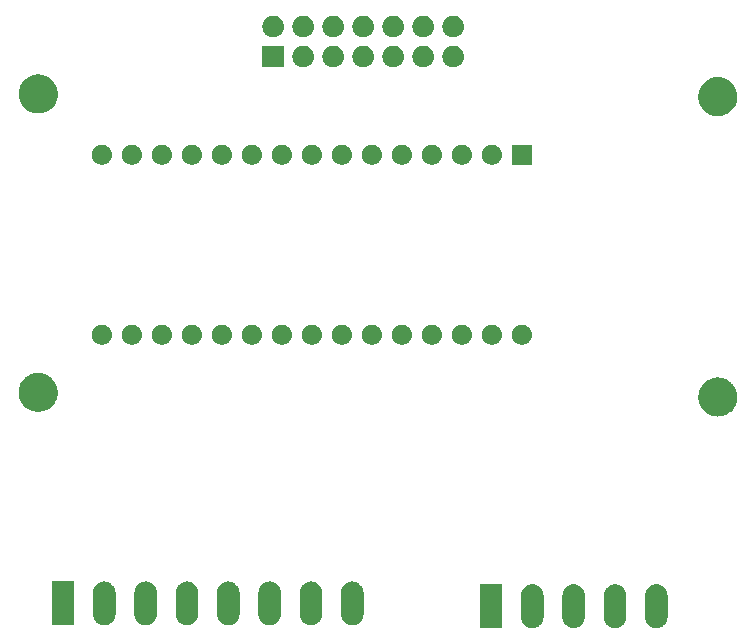
<source format=gbr>
G04 #@! TF.GenerationSoftware,KiCad,Pcbnew,5.99.0-unknown-c3175b4~86~ubuntu16.04.1*
G04 #@! TF.CreationDate,2019-12-02T17:53:19+01:00*
G04 #@! TF.ProjectId,IntAna,496e7441-6e61-42e6-9b69-6361645f7063,rev?*
G04 #@! TF.SameCoordinates,Original*
G04 #@! TF.FileFunction,Soldermask,Bot*
G04 #@! TF.FilePolarity,Negative*
%FSLAX46Y46*%
G04 Gerber Fmt 4.6, Leading zero omitted, Abs format (unit mm)*
G04 Created by KiCad (PCBNEW 5.99.0-unknown-c3175b4~86~ubuntu16.04.1) date 2019-12-02 17:53:19*
%MOMM*%
%LPD*%
G04 APERTURE LIST*
%ADD10C,0.100000*%
G04 APERTURE END LIST*
D10*
G36*
X170712924Y-123007838D02*
G01*
X170756667Y-123005813D01*
X170803299Y-123012574D01*
X170856239Y-123015349D01*
X170898681Y-123026404D01*
X170936254Y-123031852D01*
X170986253Y-123049215D01*
X171043200Y-123064048D01*
X171077330Y-123080842D01*
X171107682Y-123091382D01*
X171158518Y-123120791D01*
X171216551Y-123149347D01*
X171241998Y-123169086D01*
X171264762Y-123182255D01*
X171313504Y-123224551D01*
X171369210Y-123267761D01*
X171386367Y-123287778D01*
X171401819Y-123301187D01*
X171445262Y-123356493D01*
X171494940Y-123414453D01*
X171504889Y-123432401D01*
X171513919Y-123443897D01*
X171548777Y-123511577D01*
X171588605Y-123583429D01*
X171592990Y-123597422D01*
X171597008Y-123605223D01*
X171620066Y-123683822D01*
X171646380Y-123767789D01*
X171647270Y-123776552D01*
X171648091Y-123779350D01*
X171656391Y-123866346D01*
X171661000Y-123911721D01*
X171661000Y-125791678D01*
X171645138Y-125894139D01*
X171624832Y-126034189D01*
X171622600Y-126039726D01*
X171621159Y-126049037D01*
X171587520Y-126126772D01*
X171558153Y-126199641D01*
X171551585Y-126209814D01*
X171544430Y-126226347D01*
X171499209Y-126290930D01*
X171459716Y-126352093D01*
X171447300Y-126365063D01*
X171433615Y-126384607D01*
X171380583Y-126434757D01*
X171334231Y-126483177D01*
X171314819Y-126496947D01*
X171293240Y-126517353D01*
X171236152Y-126552749D01*
X171186219Y-126588169D01*
X171159247Y-126600432D01*
X171129041Y-126619161D01*
X171071458Y-126640347D01*
X171021025Y-126663278D01*
X170986558Y-126671585D01*
X170947724Y-126685873D01*
X170892820Y-126694176D01*
X170844603Y-126705797D01*
X170803359Y-126707706D01*
X170756696Y-126714763D01*
X170707076Y-126712162D01*
X170663333Y-126714187D01*
X170616701Y-126707426D01*
X170563761Y-126704651D01*
X170521319Y-126693596D01*
X170483746Y-126688148D01*
X170433747Y-126670785D01*
X170376800Y-126655952D01*
X170342670Y-126639158D01*
X170312318Y-126628618D01*
X170261481Y-126599208D01*
X170203449Y-126570653D01*
X170178004Y-126550916D01*
X170155239Y-126537746D01*
X170106493Y-126495446D01*
X170050791Y-126452239D01*
X170033634Y-126432222D01*
X170018182Y-126418813D01*
X169974739Y-126363507D01*
X169925061Y-126305547D01*
X169915112Y-126287599D01*
X169906082Y-126276103D01*
X169871224Y-126208423D01*
X169831396Y-126136571D01*
X169827011Y-126122578D01*
X169822993Y-126114777D01*
X169799935Y-126036178D01*
X169773621Y-125952211D01*
X169772731Y-125943448D01*
X169771910Y-125940650D01*
X169763601Y-125853570D01*
X169759001Y-125808279D01*
X169759001Y-125805353D01*
X169759000Y-125805343D01*
X169759000Y-123928323D01*
X169774862Y-123825862D01*
X169795168Y-123685812D01*
X169797400Y-123680274D01*
X169798841Y-123670964D01*
X169832478Y-123593233D01*
X169861848Y-123520357D01*
X169868417Y-123510183D01*
X169875570Y-123493654D01*
X169920780Y-123429088D01*
X169960282Y-123367909D01*
X169972701Y-123354936D01*
X169986385Y-123335393D01*
X170039417Y-123285243D01*
X170085769Y-123236823D01*
X170105181Y-123223053D01*
X170126760Y-123202647D01*
X170183848Y-123167251D01*
X170233781Y-123131831D01*
X170260753Y-123119568D01*
X170290959Y-123100839D01*
X170348542Y-123079653D01*
X170398975Y-123056722D01*
X170433442Y-123048415D01*
X170472276Y-123034127D01*
X170527180Y-123025824D01*
X170575397Y-123014203D01*
X170616641Y-123012294D01*
X170663304Y-123005237D01*
X170712924Y-123007838D01*
X170712924Y-123007838D01*
G37*
G36*
X167212924Y-123007838D02*
G01*
X167256667Y-123005813D01*
X167303299Y-123012574D01*
X167356239Y-123015349D01*
X167398681Y-123026404D01*
X167436254Y-123031852D01*
X167486253Y-123049215D01*
X167543200Y-123064048D01*
X167577330Y-123080842D01*
X167607682Y-123091382D01*
X167658518Y-123120791D01*
X167716551Y-123149347D01*
X167741998Y-123169086D01*
X167764762Y-123182255D01*
X167813504Y-123224551D01*
X167869210Y-123267761D01*
X167886367Y-123287778D01*
X167901819Y-123301187D01*
X167945262Y-123356493D01*
X167994940Y-123414453D01*
X168004889Y-123432401D01*
X168013919Y-123443897D01*
X168048777Y-123511577D01*
X168088605Y-123583429D01*
X168092990Y-123597422D01*
X168097008Y-123605223D01*
X168120066Y-123683822D01*
X168146380Y-123767789D01*
X168147270Y-123776552D01*
X168148091Y-123779350D01*
X168156391Y-123866346D01*
X168161000Y-123911721D01*
X168161000Y-125791678D01*
X168145138Y-125894139D01*
X168124832Y-126034189D01*
X168122600Y-126039726D01*
X168121159Y-126049037D01*
X168087520Y-126126772D01*
X168058153Y-126199641D01*
X168051585Y-126209814D01*
X168044430Y-126226347D01*
X167999209Y-126290930D01*
X167959716Y-126352093D01*
X167947300Y-126365063D01*
X167933615Y-126384607D01*
X167880583Y-126434757D01*
X167834231Y-126483177D01*
X167814819Y-126496947D01*
X167793240Y-126517353D01*
X167736152Y-126552749D01*
X167686219Y-126588169D01*
X167659247Y-126600432D01*
X167629041Y-126619161D01*
X167571458Y-126640347D01*
X167521025Y-126663278D01*
X167486558Y-126671585D01*
X167447724Y-126685873D01*
X167392820Y-126694176D01*
X167344603Y-126705797D01*
X167303359Y-126707706D01*
X167256696Y-126714763D01*
X167207076Y-126712162D01*
X167163333Y-126714187D01*
X167116701Y-126707426D01*
X167063761Y-126704651D01*
X167021319Y-126693596D01*
X166983746Y-126688148D01*
X166933747Y-126670785D01*
X166876800Y-126655952D01*
X166842670Y-126639158D01*
X166812318Y-126628618D01*
X166761481Y-126599208D01*
X166703449Y-126570653D01*
X166678004Y-126550916D01*
X166655239Y-126537746D01*
X166606493Y-126495446D01*
X166550791Y-126452239D01*
X166533634Y-126432222D01*
X166518182Y-126418813D01*
X166474739Y-126363507D01*
X166425061Y-126305547D01*
X166415112Y-126287599D01*
X166406082Y-126276103D01*
X166371224Y-126208423D01*
X166331396Y-126136571D01*
X166327011Y-126122578D01*
X166322993Y-126114777D01*
X166299935Y-126036178D01*
X166273621Y-125952211D01*
X166272731Y-125943448D01*
X166271910Y-125940650D01*
X166263601Y-125853570D01*
X166259001Y-125808279D01*
X166259001Y-125805353D01*
X166259000Y-125805343D01*
X166259000Y-123928323D01*
X166274862Y-123825862D01*
X166295168Y-123685812D01*
X166297400Y-123680274D01*
X166298841Y-123670964D01*
X166332478Y-123593233D01*
X166361848Y-123520357D01*
X166368417Y-123510183D01*
X166375570Y-123493654D01*
X166420780Y-123429088D01*
X166460282Y-123367909D01*
X166472701Y-123354936D01*
X166486385Y-123335393D01*
X166539417Y-123285243D01*
X166585769Y-123236823D01*
X166605181Y-123223053D01*
X166626760Y-123202647D01*
X166683848Y-123167251D01*
X166733781Y-123131831D01*
X166760753Y-123119568D01*
X166790959Y-123100839D01*
X166848542Y-123079653D01*
X166898975Y-123056722D01*
X166933442Y-123048415D01*
X166972276Y-123034127D01*
X167027180Y-123025824D01*
X167075397Y-123014203D01*
X167116641Y-123012294D01*
X167163304Y-123005237D01*
X167212924Y-123007838D01*
X167212924Y-123007838D01*
G37*
G36*
X163712924Y-123007838D02*
G01*
X163756667Y-123005813D01*
X163803299Y-123012574D01*
X163856239Y-123015349D01*
X163898681Y-123026404D01*
X163936254Y-123031852D01*
X163986253Y-123049215D01*
X164043200Y-123064048D01*
X164077330Y-123080842D01*
X164107682Y-123091382D01*
X164158518Y-123120791D01*
X164216551Y-123149347D01*
X164241998Y-123169086D01*
X164264762Y-123182255D01*
X164313504Y-123224551D01*
X164369210Y-123267761D01*
X164386367Y-123287778D01*
X164401819Y-123301187D01*
X164445262Y-123356493D01*
X164494940Y-123414453D01*
X164504889Y-123432401D01*
X164513919Y-123443897D01*
X164548777Y-123511577D01*
X164588605Y-123583429D01*
X164592990Y-123597422D01*
X164597008Y-123605223D01*
X164620066Y-123683822D01*
X164646380Y-123767789D01*
X164647270Y-123776552D01*
X164648091Y-123779350D01*
X164656391Y-123866346D01*
X164661000Y-123911721D01*
X164661000Y-125791678D01*
X164645138Y-125894139D01*
X164624832Y-126034189D01*
X164622600Y-126039726D01*
X164621159Y-126049037D01*
X164587520Y-126126772D01*
X164558153Y-126199641D01*
X164551585Y-126209814D01*
X164544430Y-126226347D01*
X164499209Y-126290930D01*
X164459716Y-126352093D01*
X164447300Y-126365063D01*
X164433615Y-126384607D01*
X164380583Y-126434757D01*
X164334231Y-126483177D01*
X164314819Y-126496947D01*
X164293240Y-126517353D01*
X164236152Y-126552749D01*
X164186219Y-126588169D01*
X164159247Y-126600432D01*
X164129041Y-126619161D01*
X164071458Y-126640347D01*
X164021025Y-126663278D01*
X163986558Y-126671585D01*
X163947724Y-126685873D01*
X163892820Y-126694176D01*
X163844603Y-126705797D01*
X163803359Y-126707706D01*
X163756696Y-126714763D01*
X163707076Y-126712162D01*
X163663333Y-126714187D01*
X163616701Y-126707426D01*
X163563761Y-126704651D01*
X163521319Y-126693596D01*
X163483746Y-126688148D01*
X163433747Y-126670785D01*
X163376800Y-126655952D01*
X163342670Y-126639158D01*
X163312318Y-126628618D01*
X163261481Y-126599208D01*
X163203449Y-126570653D01*
X163178004Y-126550916D01*
X163155239Y-126537746D01*
X163106493Y-126495446D01*
X163050791Y-126452239D01*
X163033634Y-126432222D01*
X163018182Y-126418813D01*
X162974739Y-126363507D01*
X162925061Y-126305547D01*
X162915112Y-126287599D01*
X162906082Y-126276103D01*
X162871224Y-126208423D01*
X162831396Y-126136571D01*
X162827011Y-126122578D01*
X162822993Y-126114777D01*
X162799935Y-126036178D01*
X162773621Y-125952211D01*
X162772731Y-125943448D01*
X162771910Y-125940650D01*
X162763601Y-125853570D01*
X162759001Y-125808279D01*
X162759001Y-125805353D01*
X162759000Y-125805343D01*
X162759000Y-123928323D01*
X162774862Y-123825862D01*
X162795168Y-123685812D01*
X162797400Y-123680274D01*
X162798841Y-123670964D01*
X162832478Y-123593233D01*
X162861848Y-123520357D01*
X162868417Y-123510183D01*
X162875570Y-123493654D01*
X162920780Y-123429088D01*
X162960282Y-123367909D01*
X162972701Y-123354936D01*
X162986385Y-123335393D01*
X163039417Y-123285243D01*
X163085769Y-123236823D01*
X163105181Y-123223053D01*
X163126760Y-123202647D01*
X163183848Y-123167251D01*
X163233781Y-123131831D01*
X163260753Y-123119568D01*
X163290959Y-123100839D01*
X163348542Y-123079653D01*
X163398975Y-123056722D01*
X163433442Y-123048415D01*
X163472276Y-123034127D01*
X163527180Y-123025824D01*
X163575397Y-123014203D01*
X163616641Y-123012294D01*
X163663304Y-123005237D01*
X163712924Y-123007838D01*
X163712924Y-123007838D01*
G37*
G36*
X160212924Y-123007838D02*
G01*
X160256667Y-123005813D01*
X160303299Y-123012574D01*
X160356239Y-123015349D01*
X160398681Y-123026404D01*
X160436254Y-123031852D01*
X160486253Y-123049215D01*
X160543200Y-123064048D01*
X160577330Y-123080842D01*
X160607682Y-123091382D01*
X160658518Y-123120791D01*
X160716551Y-123149347D01*
X160741998Y-123169086D01*
X160764762Y-123182255D01*
X160813504Y-123224551D01*
X160869210Y-123267761D01*
X160886367Y-123287778D01*
X160901819Y-123301187D01*
X160945262Y-123356493D01*
X160994940Y-123414453D01*
X161004889Y-123432401D01*
X161013919Y-123443897D01*
X161048777Y-123511577D01*
X161088605Y-123583429D01*
X161092990Y-123597422D01*
X161097008Y-123605223D01*
X161120066Y-123683822D01*
X161146380Y-123767789D01*
X161147270Y-123776552D01*
X161148091Y-123779350D01*
X161156391Y-123866346D01*
X161161000Y-123911721D01*
X161161000Y-125791678D01*
X161145138Y-125894139D01*
X161124832Y-126034189D01*
X161122600Y-126039726D01*
X161121159Y-126049037D01*
X161087520Y-126126772D01*
X161058153Y-126199641D01*
X161051585Y-126209814D01*
X161044430Y-126226347D01*
X160999209Y-126290930D01*
X160959716Y-126352093D01*
X160947300Y-126365063D01*
X160933615Y-126384607D01*
X160880583Y-126434757D01*
X160834231Y-126483177D01*
X160814819Y-126496947D01*
X160793240Y-126517353D01*
X160736152Y-126552749D01*
X160686219Y-126588169D01*
X160659247Y-126600432D01*
X160629041Y-126619161D01*
X160571458Y-126640347D01*
X160521025Y-126663278D01*
X160486558Y-126671585D01*
X160447724Y-126685873D01*
X160392820Y-126694176D01*
X160344603Y-126705797D01*
X160303359Y-126707706D01*
X160256696Y-126714763D01*
X160207076Y-126712162D01*
X160163333Y-126714187D01*
X160116701Y-126707426D01*
X160063761Y-126704651D01*
X160021319Y-126693596D01*
X159983746Y-126688148D01*
X159933747Y-126670785D01*
X159876800Y-126655952D01*
X159842670Y-126639158D01*
X159812318Y-126628618D01*
X159761481Y-126599208D01*
X159703449Y-126570653D01*
X159678004Y-126550916D01*
X159655239Y-126537746D01*
X159606493Y-126495446D01*
X159550791Y-126452239D01*
X159533634Y-126432222D01*
X159518182Y-126418813D01*
X159474739Y-126363507D01*
X159425061Y-126305547D01*
X159415112Y-126287599D01*
X159406082Y-126276103D01*
X159371224Y-126208423D01*
X159331396Y-126136571D01*
X159327011Y-126122578D01*
X159322993Y-126114777D01*
X159299935Y-126036178D01*
X159273621Y-125952211D01*
X159272731Y-125943448D01*
X159271910Y-125940650D01*
X159263601Y-125853570D01*
X159259001Y-125808279D01*
X159259001Y-125805353D01*
X159259000Y-125805343D01*
X159259000Y-123928323D01*
X159274862Y-123825862D01*
X159295168Y-123685812D01*
X159297400Y-123680274D01*
X159298841Y-123670964D01*
X159332478Y-123593233D01*
X159361848Y-123520357D01*
X159368417Y-123510183D01*
X159375570Y-123493654D01*
X159420780Y-123429088D01*
X159460282Y-123367909D01*
X159472701Y-123354936D01*
X159486385Y-123335393D01*
X159539417Y-123285243D01*
X159585769Y-123236823D01*
X159605181Y-123223053D01*
X159626760Y-123202647D01*
X159683848Y-123167251D01*
X159733781Y-123131831D01*
X159760753Y-123119568D01*
X159790959Y-123100839D01*
X159848542Y-123079653D01*
X159898975Y-123056722D01*
X159933442Y-123048415D01*
X159972276Y-123034127D01*
X160027180Y-123025824D01*
X160075397Y-123014203D01*
X160116641Y-123012294D01*
X160163304Y-123005237D01*
X160212924Y-123007838D01*
X160212924Y-123007838D01*
G37*
G36*
X157629899Y-123011959D02*
G01*
X157646769Y-123023231D01*
X157658041Y-123040101D01*
X157664448Y-123072312D01*
X157664448Y-126647688D01*
X157661999Y-126660000D01*
X157658041Y-126679899D01*
X157646769Y-126696769D01*
X157629899Y-126708041D01*
X157610000Y-126711999D01*
X157597688Y-126714448D01*
X155822312Y-126714448D01*
X155790101Y-126708041D01*
X155773231Y-126696769D01*
X155761959Y-126679899D01*
X155755552Y-126647688D01*
X155755552Y-123072312D01*
X155761959Y-123040101D01*
X155773231Y-123023231D01*
X155790101Y-123011959D01*
X155822312Y-123005552D01*
X157597688Y-123005552D01*
X157629899Y-123011959D01*
X157629899Y-123011959D01*
G37*
G36*
X127472924Y-122767838D02*
G01*
X127516667Y-122765813D01*
X127563299Y-122772574D01*
X127616239Y-122775349D01*
X127658681Y-122786404D01*
X127696254Y-122791852D01*
X127746253Y-122809215D01*
X127803200Y-122824048D01*
X127837330Y-122840842D01*
X127867682Y-122851382D01*
X127918518Y-122880791D01*
X127976551Y-122909347D01*
X128001998Y-122929086D01*
X128024762Y-122942255D01*
X128073504Y-122984551D01*
X128129210Y-123027761D01*
X128146367Y-123047778D01*
X128161819Y-123061187D01*
X128205262Y-123116493D01*
X128254940Y-123174453D01*
X128264889Y-123192401D01*
X128273919Y-123203897D01*
X128308777Y-123271577D01*
X128348605Y-123343429D01*
X128352990Y-123357422D01*
X128357008Y-123365223D01*
X128380066Y-123443822D01*
X128406380Y-123527789D01*
X128407270Y-123536552D01*
X128408091Y-123539350D01*
X128416391Y-123626346D01*
X128421000Y-123671721D01*
X128421000Y-125551678D01*
X128405138Y-125654139D01*
X128384832Y-125794189D01*
X128382600Y-125799726D01*
X128381159Y-125809037D01*
X128347520Y-125886772D01*
X128318153Y-125959641D01*
X128311585Y-125969814D01*
X128304430Y-125986347D01*
X128259209Y-126050930D01*
X128219716Y-126112093D01*
X128207300Y-126125063D01*
X128193615Y-126144607D01*
X128140583Y-126194757D01*
X128094231Y-126243177D01*
X128074819Y-126256947D01*
X128053240Y-126277353D01*
X127996152Y-126312749D01*
X127946219Y-126348169D01*
X127919247Y-126360432D01*
X127889041Y-126379161D01*
X127831458Y-126400347D01*
X127781025Y-126423278D01*
X127746558Y-126431585D01*
X127707724Y-126445873D01*
X127652820Y-126454176D01*
X127604603Y-126465797D01*
X127563359Y-126467706D01*
X127516696Y-126474763D01*
X127467076Y-126472162D01*
X127423333Y-126474187D01*
X127376701Y-126467426D01*
X127323761Y-126464651D01*
X127281319Y-126453596D01*
X127243746Y-126448148D01*
X127193747Y-126430785D01*
X127136800Y-126415952D01*
X127102670Y-126399158D01*
X127072318Y-126388618D01*
X127021481Y-126359208D01*
X126963449Y-126330653D01*
X126938004Y-126310916D01*
X126915239Y-126297746D01*
X126866493Y-126255446D01*
X126810791Y-126212239D01*
X126793634Y-126192222D01*
X126778182Y-126178813D01*
X126734739Y-126123507D01*
X126685061Y-126065547D01*
X126675112Y-126047599D01*
X126666082Y-126036103D01*
X126631224Y-125968423D01*
X126591396Y-125896571D01*
X126587011Y-125882578D01*
X126582993Y-125874777D01*
X126559935Y-125796178D01*
X126533621Y-125712211D01*
X126532731Y-125703448D01*
X126531910Y-125700650D01*
X126523601Y-125613570D01*
X126519001Y-125568279D01*
X126519001Y-125565353D01*
X126519000Y-125565343D01*
X126519000Y-123688323D01*
X126534862Y-123585862D01*
X126555168Y-123445812D01*
X126557400Y-123440274D01*
X126558841Y-123430964D01*
X126592478Y-123353233D01*
X126621848Y-123280357D01*
X126628417Y-123270183D01*
X126635570Y-123253654D01*
X126680780Y-123189088D01*
X126720282Y-123127909D01*
X126732701Y-123114936D01*
X126746385Y-123095393D01*
X126799417Y-123045243D01*
X126845769Y-122996823D01*
X126865181Y-122983053D01*
X126886760Y-122962647D01*
X126943848Y-122927251D01*
X126993781Y-122891831D01*
X127020753Y-122879568D01*
X127050959Y-122860839D01*
X127108542Y-122839653D01*
X127158975Y-122816722D01*
X127193442Y-122808415D01*
X127232276Y-122794127D01*
X127287180Y-122785824D01*
X127335397Y-122774203D01*
X127376641Y-122772294D01*
X127423304Y-122765237D01*
X127472924Y-122767838D01*
X127472924Y-122767838D01*
G37*
G36*
X123972924Y-122767838D02*
G01*
X124016667Y-122765813D01*
X124063299Y-122772574D01*
X124116239Y-122775349D01*
X124158681Y-122786404D01*
X124196254Y-122791852D01*
X124246253Y-122809215D01*
X124303200Y-122824048D01*
X124337330Y-122840842D01*
X124367682Y-122851382D01*
X124418518Y-122880791D01*
X124476551Y-122909347D01*
X124501998Y-122929086D01*
X124524762Y-122942255D01*
X124573504Y-122984551D01*
X124629210Y-123027761D01*
X124646367Y-123047778D01*
X124661819Y-123061187D01*
X124705262Y-123116493D01*
X124754940Y-123174453D01*
X124764889Y-123192401D01*
X124773919Y-123203897D01*
X124808777Y-123271577D01*
X124848605Y-123343429D01*
X124852990Y-123357422D01*
X124857008Y-123365223D01*
X124880066Y-123443822D01*
X124906380Y-123527789D01*
X124907270Y-123536552D01*
X124908091Y-123539350D01*
X124916391Y-123626346D01*
X124921000Y-123671721D01*
X124921000Y-125551678D01*
X124905138Y-125654139D01*
X124884832Y-125794189D01*
X124882600Y-125799726D01*
X124881159Y-125809037D01*
X124847520Y-125886772D01*
X124818153Y-125959641D01*
X124811585Y-125969814D01*
X124804430Y-125986347D01*
X124759209Y-126050930D01*
X124719716Y-126112093D01*
X124707300Y-126125063D01*
X124693615Y-126144607D01*
X124640583Y-126194757D01*
X124594231Y-126243177D01*
X124574819Y-126256947D01*
X124553240Y-126277353D01*
X124496152Y-126312749D01*
X124446219Y-126348169D01*
X124419247Y-126360432D01*
X124389041Y-126379161D01*
X124331458Y-126400347D01*
X124281025Y-126423278D01*
X124246558Y-126431585D01*
X124207724Y-126445873D01*
X124152820Y-126454176D01*
X124104603Y-126465797D01*
X124063359Y-126467706D01*
X124016696Y-126474763D01*
X123967076Y-126472162D01*
X123923333Y-126474187D01*
X123876701Y-126467426D01*
X123823761Y-126464651D01*
X123781319Y-126453596D01*
X123743746Y-126448148D01*
X123693747Y-126430785D01*
X123636800Y-126415952D01*
X123602670Y-126399158D01*
X123572318Y-126388618D01*
X123521481Y-126359208D01*
X123463449Y-126330653D01*
X123438004Y-126310916D01*
X123415239Y-126297746D01*
X123366493Y-126255446D01*
X123310791Y-126212239D01*
X123293634Y-126192222D01*
X123278182Y-126178813D01*
X123234739Y-126123507D01*
X123185061Y-126065547D01*
X123175112Y-126047599D01*
X123166082Y-126036103D01*
X123131224Y-125968423D01*
X123091396Y-125896571D01*
X123087011Y-125882578D01*
X123082993Y-125874777D01*
X123059935Y-125796178D01*
X123033621Y-125712211D01*
X123032731Y-125703448D01*
X123031910Y-125700650D01*
X123023601Y-125613570D01*
X123019001Y-125568279D01*
X123019001Y-125565353D01*
X123019000Y-125565343D01*
X123019000Y-123688323D01*
X123034862Y-123585862D01*
X123055168Y-123445812D01*
X123057400Y-123440274D01*
X123058841Y-123430964D01*
X123092478Y-123353233D01*
X123121848Y-123280357D01*
X123128417Y-123270183D01*
X123135570Y-123253654D01*
X123180780Y-123189088D01*
X123220282Y-123127909D01*
X123232701Y-123114936D01*
X123246385Y-123095393D01*
X123299417Y-123045243D01*
X123345769Y-122996823D01*
X123365181Y-122983053D01*
X123386760Y-122962647D01*
X123443848Y-122927251D01*
X123493781Y-122891831D01*
X123520753Y-122879568D01*
X123550959Y-122860839D01*
X123608542Y-122839653D01*
X123658975Y-122816722D01*
X123693442Y-122808415D01*
X123732276Y-122794127D01*
X123787180Y-122785824D01*
X123835397Y-122774203D01*
X123876641Y-122772294D01*
X123923304Y-122765237D01*
X123972924Y-122767838D01*
X123972924Y-122767838D01*
G37*
G36*
X134472924Y-122767838D02*
G01*
X134516667Y-122765813D01*
X134563299Y-122772574D01*
X134616239Y-122775349D01*
X134658681Y-122786404D01*
X134696254Y-122791852D01*
X134746253Y-122809215D01*
X134803200Y-122824048D01*
X134837330Y-122840842D01*
X134867682Y-122851382D01*
X134918518Y-122880791D01*
X134976551Y-122909347D01*
X135001998Y-122929086D01*
X135024762Y-122942255D01*
X135073504Y-122984551D01*
X135129210Y-123027761D01*
X135146367Y-123047778D01*
X135161819Y-123061187D01*
X135205262Y-123116493D01*
X135254940Y-123174453D01*
X135264889Y-123192401D01*
X135273919Y-123203897D01*
X135308777Y-123271577D01*
X135348605Y-123343429D01*
X135352990Y-123357422D01*
X135357008Y-123365223D01*
X135380066Y-123443822D01*
X135406380Y-123527789D01*
X135407270Y-123536552D01*
X135408091Y-123539350D01*
X135416391Y-123626346D01*
X135421000Y-123671721D01*
X135421000Y-125551678D01*
X135405138Y-125654139D01*
X135384832Y-125794189D01*
X135382600Y-125799726D01*
X135381159Y-125809037D01*
X135347520Y-125886772D01*
X135318153Y-125959641D01*
X135311585Y-125969814D01*
X135304430Y-125986347D01*
X135259209Y-126050930D01*
X135219716Y-126112093D01*
X135207300Y-126125063D01*
X135193615Y-126144607D01*
X135140583Y-126194757D01*
X135094231Y-126243177D01*
X135074819Y-126256947D01*
X135053240Y-126277353D01*
X134996152Y-126312749D01*
X134946219Y-126348169D01*
X134919247Y-126360432D01*
X134889041Y-126379161D01*
X134831458Y-126400347D01*
X134781025Y-126423278D01*
X134746558Y-126431585D01*
X134707724Y-126445873D01*
X134652820Y-126454176D01*
X134604603Y-126465797D01*
X134563359Y-126467706D01*
X134516696Y-126474763D01*
X134467076Y-126472162D01*
X134423333Y-126474187D01*
X134376701Y-126467426D01*
X134323761Y-126464651D01*
X134281319Y-126453596D01*
X134243746Y-126448148D01*
X134193747Y-126430785D01*
X134136800Y-126415952D01*
X134102670Y-126399158D01*
X134072318Y-126388618D01*
X134021481Y-126359208D01*
X133963449Y-126330653D01*
X133938004Y-126310916D01*
X133915239Y-126297746D01*
X133866493Y-126255446D01*
X133810791Y-126212239D01*
X133793634Y-126192222D01*
X133778182Y-126178813D01*
X133734739Y-126123507D01*
X133685061Y-126065547D01*
X133675112Y-126047599D01*
X133666082Y-126036103D01*
X133631224Y-125968423D01*
X133591396Y-125896571D01*
X133587011Y-125882578D01*
X133582993Y-125874777D01*
X133559935Y-125796178D01*
X133533621Y-125712211D01*
X133532731Y-125703448D01*
X133531910Y-125700650D01*
X133523601Y-125613570D01*
X133519001Y-125568279D01*
X133519001Y-125565353D01*
X133519000Y-125565343D01*
X133519000Y-123688323D01*
X133534862Y-123585862D01*
X133555168Y-123445812D01*
X133557400Y-123440274D01*
X133558841Y-123430964D01*
X133592478Y-123353233D01*
X133621848Y-123280357D01*
X133628417Y-123270183D01*
X133635570Y-123253654D01*
X133680780Y-123189088D01*
X133720282Y-123127909D01*
X133732701Y-123114936D01*
X133746385Y-123095393D01*
X133799417Y-123045243D01*
X133845769Y-122996823D01*
X133865181Y-122983053D01*
X133886760Y-122962647D01*
X133943848Y-122927251D01*
X133993781Y-122891831D01*
X134020753Y-122879568D01*
X134050959Y-122860839D01*
X134108542Y-122839653D01*
X134158975Y-122816722D01*
X134193442Y-122808415D01*
X134232276Y-122794127D01*
X134287180Y-122785824D01*
X134335397Y-122774203D01*
X134376641Y-122772294D01*
X134423304Y-122765237D01*
X134472924Y-122767838D01*
X134472924Y-122767838D01*
G37*
G36*
X130972924Y-122767838D02*
G01*
X131016667Y-122765813D01*
X131063299Y-122772574D01*
X131116239Y-122775349D01*
X131158681Y-122786404D01*
X131196254Y-122791852D01*
X131246253Y-122809215D01*
X131303200Y-122824048D01*
X131337330Y-122840842D01*
X131367682Y-122851382D01*
X131418518Y-122880791D01*
X131476551Y-122909347D01*
X131501998Y-122929086D01*
X131524762Y-122942255D01*
X131573504Y-122984551D01*
X131629210Y-123027761D01*
X131646367Y-123047778D01*
X131661819Y-123061187D01*
X131705262Y-123116493D01*
X131754940Y-123174453D01*
X131764889Y-123192401D01*
X131773919Y-123203897D01*
X131808777Y-123271577D01*
X131848605Y-123343429D01*
X131852990Y-123357422D01*
X131857008Y-123365223D01*
X131880066Y-123443822D01*
X131906380Y-123527789D01*
X131907270Y-123536552D01*
X131908091Y-123539350D01*
X131916391Y-123626346D01*
X131921000Y-123671721D01*
X131921000Y-125551678D01*
X131905138Y-125654139D01*
X131884832Y-125794189D01*
X131882600Y-125799726D01*
X131881159Y-125809037D01*
X131847520Y-125886772D01*
X131818153Y-125959641D01*
X131811585Y-125969814D01*
X131804430Y-125986347D01*
X131759209Y-126050930D01*
X131719716Y-126112093D01*
X131707300Y-126125063D01*
X131693615Y-126144607D01*
X131640583Y-126194757D01*
X131594231Y-126243177D01*
X131574819Y-126256947D01*
X131553240Y-126277353D01*
X131496152Y-126312749D01*
X131446219Y-126348169D01*
X131419247Y-126360432D01*
X131389041Y-126379161D01*
X131331458Y-126400347D01*
X131281025Y-126423278D01*
X131246558Y-126431585D01*
X131207724Y-126445873D01*
X131152820Y-126454176D01*
X131104603Y-126465797D01*
X131063359Y-126467706D01*
X131016696Y-126474763D01*
X130967076Y-126472162D01*
X130923333Y-126474187D01*
X130876701Y-126467426D01*
X130823761Y-126464651D01*
X130781319Y-126453596D01*
X130743746Y-126448148D01*
X130693747Y-126430785D01*
X130636800Y-126415952D01*
X130602670Y-126399158D01*
X130572318Y-126388618D01*
X130521481Y-126359208D01*
X130463449Y-126330653D01*
X130438004Y-126310916D01*
X130415239Y-126297746D01*
X130366493Y-126255446D01*
X130310791Y-126212239D01*
X130293634Y-126192222D01*
X130278182Y-126178813D01*
X130234739Y-126123507D01*
X130185061Y-126065547D01*
X130175112Y-126047599D01*
X130166082Y-126036103D01*
X130131224Y-125968423D01*
X130091396Y-125896571D01*
X130087011Y-125882578D01*
X130082993Y-125874777D01*
X130059935Y-125796178D01*
X130033621Y-125712211D01*
X130032731Y-125703448D01*
X130031910Y-125700650D01*
X130023601Y-125613570D01*
X130019001Y-125568279D01*
X130019001Y-125565353D01*
X130019000Y-125565343D01*
X130019000Y-123688323D01*
X130034862Y-123585862D01*
X130055168Y-123445812D01*
X130057400Y-123440274D01*
X130058841Y-123430964D01*
X130092478Y-123353233D01*
X130121848Y-123280357D01*
X130128417Y-123270183D01*
X130135570Y-123253654D01*
X130180780Y-123189088D01*
X130220282Y-123127909D01*
X130232701Y-123114936D01*
X130246385Y-123095393D01*
X130299417Y-123045243D01*
X130345769Y-122996823D01*
X130365181Y-122983053D01*
X130386760Y-122962647D01*
X130443848Y-122927251D01*
X130493781Y-122891831D01*
X130520753Y-122879568D01*
X130550959Y-122860839D01*
X130608542Y-122839653D01*
X130658975Y-122816722D01*
X130693442Y-122808415D01*
X130732276Y-122794127D01*
X130787180Y-122785824D01*
X130835397Y-122774203D01*
X130876641Y-122772294D01*
X130923304Y-122765237D01*
X130972924Y-122767838D01*
X130972924Y-122767838D01*
G37*
G36*
X137972924Y-122767838D02*
G01*
X138016667Y-122765813D01*
X138063299Y-122772574D01*
X138116239Y-122775349D01*
X138158681Y-122786404D01*
X138196254Y-122791852D01*
X138246253Y-122809215D01*
X138303200Y-122824048D01*
X138337330Y-122840842D01*
X138367682Y-122851382D01*
X138418518Y-122880791D01*
X138476551Y-122909347D01*
X138501998Y-122929086D01*
X138524762Y-122942255D01*
X138573504Y-122984551D01*
X138629210Y-123027761D01*
X138646367Y-123047778D01*
X138661819Y-123061187D01*
X138705262Y-123116493D01*
X138754940Y-123174453D01*
X138764889Y-123192401D01*
X138773919Y-123203897D01*
X138808777Y-123271577D01*
X138848605Y-123343429D01*
X138852990Y-123357422D01*
X138857008Y-123365223D01*
X138880066Y-123443822D01*
X138906380Y-123527789D01*
X138907270Y-123536552D01*
X138908091Y-123539350D01*
X138916391Y-123626346D01*
X138921000Y-123671721D01*
X138921000Y-125551678D01*
X138905138Y-125654139D01*
X138884832Y-125794189D01*
X138882600Y-125799726D01*
X138881159Y-125809037D01*
X138847520Y-125886772D01*
X138818153Y-125959641D01*
X138811585Y-125969814D01*
X138804430Y-125986347D01*
X138759209Y-126050930D01*
X138719716Y-126112093D01*
X138707300Y-126125063D01*
X138693615Y-126144607D01*
X138640583Y-126194757D01*
X138594231Y-126243177D01*
X138574819Y-126256947D01*
X138553240Y-126277353D01*
X138496152Y-126312749D01*
X138446219Y-126348169D01*
X138419247Y-126360432D01*
X138389041Y-126379161D01*
X138331458Y-126400347D01*
X138281025Y-126423278D01*
X138246558Y-126431585D01*
X138207724Y-126445873D01*
X138152820Y-126454176D01*
X138104603Y-126465797D01*
X138063359Y-126467706D01*
X138016696Y-126474763D01*
X137967076Y-126472162D01*
X137923333Y-126474187D01*
X137876701Y-126467426D01*
X137823761Y-126464651D01*
X137781319Y-126453596D01*
X137743746Y-126448148D01*
X137693747Y-126430785D01*
X137636800Y-126415952D01*
X137602670Y-126399158D01*
X137572318Y-126388618D01*
X137521481Y-126359208D01*
X137463449Y-126330653D01*
X137438004Y-126310916D01*
X137415239Y-126297746D01*
X137366493Y-126255446D01*
X137310791Y-126212239D01*
X137293634Y-126192222D01*
X137278182Y-126178813D01*
X137234739Y-126123507D01*
X137185061Y-126065547D01*
X137175112Y-126047599D01*
X137166082Y-126036103D01*
X137131224Y-125968423D01*
X137091396Y-125896571D01*
X137087011Y-125882578D01*
X137082993Y-125874777D01*
X137059935Y-125796178D01*
X137033621Y-125712211D01*
X137032731Y-125703448D01*
X137031910Y-125700650D01*
X137023601Y-125613570D01*
X137019001Y-125568279D01*
X137019001Y-125565353D01*
X137019000Y-125565343D01*
X137019000Y-123688323D01*
X137034862Y-123585862D01*
X137055168Y-123445812D01*
X137057400Y-123440274D01*
X137058841Y-123430964D01*
X137092478Y-123353233D01*
X137121848Y-123280357D01*
X137128417Y-123270183D01*
X137135570Y-123253654D01*
X137180780Y-123189088D01*
X137220282Y-123127909D01*
X137232701Y-123114936D01*
X137246385Y-123095393D01*
X137299417Y-123045243D01*
X137345769Y-122996823D01*
X137365181Y-122983053D01*
X137386760Y-122962647D01*
X137443848Y-122927251D01*
X137493781Y-122891831D01*
X137520753Y-122879568D01*
X137550959Y-122860839D01*
X137608542Y-122839653D01*
X137658975Y-122816722D01*
X137693442Y-122808415D01*
X137732276Y-122794127D01*
X137787180Y-122785824D01*
X137835397Y-122774203D01*
X137876641Y-122772294D01*
X137923304Y-122765237D01*
X137972924Y-122767838D01*
X137972924Y-122767838D01*
G37*
G36*
X141472924Y-122767838D02*
G01*
X141516667Y-122765813D01*
X141563299Y-122772574D01*
X141616239Y-122775349D01*
X141658681Y-122786404D01*
X141696254Y-122791852D01*
X141746253Y-122809215D01*
X141803200Y-122824048D01*
X141837330Y-122840842D01*
X141867682Y-122851382D01*
X141918518Y-122880791D01*
X141976551Y-122909347D01*
X142001998Y-122929086D01*
X142024762Y-122942255D01*
X142073504Y-122984551D01*
X142129210Y-123027761D01*
X142146367Y-123047778D01*
X142161819Y-123061187D01*
X142205262Y-123116493D01*
X142254940Y-123174453D01*
X142264889Y-123192401D01*
X142273919Y-123203897D01*
X142308777Y-123271577D01*
X142348605Y-123343429D01*
X142352990Y-123357422D01*
X142357008Y-123365223D01*
X142380066Y-123443822D01*
X142406380Y-123527789D01*
X142407270Y-123536552D01*
X142408091Y-123539350D01*
X142416391Y-123626346D01*
X142421000Y-123671721D01*
X142421000Y-125551678D01*
X142405138Y-125654139D01*
X142384832Y-125794189D01*
X142382600Y-125799726D01*
X142381159Y-125809037D01*
X142347520Y-125886772D01*
X142318153Y-125959641D01*
X142311585Y-125969814D01*
X142304430Y-125986347D01*
X142259209Y-126050930D01*
X142219716Y-126112093D01*
X142207300Y-126125063D01*
X142193615Y-126144607D01*
X142140583Y-126194757D01*
X142094231Y-126243177D01*
X142074819Y-126256947D01*
X142053240Y-126277353D01*
X141996152Y-126312749D01*
X141946219Y-126348169D01*
X141919247Y-126360432D01*
X141889041Y-126379161D01*
X141831458Y-126400347D01*
X141781025Y-126423278D01*
X141746558Y-126431585D01*
X141707724Y-126445873D01*
X141652820Y-126454176D01*
X141604603Y-126465797D01*
X141563359Y-126467706D01*
X141516696Y-126474763D01*
X141467076Y-126472162D01*
X141423333Y-126474187D01*
X141376701Y-126467426D01*
X141323761Y-126464651D01*
X141281319Y-126453596D01*
X141243746Y-126448148D01*
X141193747Y-126430785D01*
X141136800Y-126415952D01*
X141102670Y-126399158D01*
X141072318Y-126388618D01*
X141021481Y-126359208D01*
X140963449Y-126330653D01*
X140938004Y-126310916D01*
X140915239Y-126297746D01*
X140866493Y-126255446D01*
X140810791Y-126212239D01*
X140793634Y-126192222D01*
X140778182Y-126178813D01*
X140734739Y-126123507D01*
X140685061Y-126065547D01*
X140675112Y-126047599D01*
X140666082Y-126036103D01*
X140631224Y-125968423D01*
X140591396Y-125896571D01*
X140587011Y-125882578D01*
X140582993Y-125874777D01*
X140559935Y-125796178D01*
X140533621Y-125712211D01*
X140532731Y-125703448D01*
X140531910Y-125700650D01*
X140523601Y-125613570D01*
X140519001Y-125568279D01*
X140519001Y-125565353D01*
X140519000Y-125565343D01*
X140519000Y-123688323D01*
X140534862Y-123585862D01*
X140555168Y-123445812D01*
X140557400Y-123440274D01*
X140558841Y-123430964D01*
X140592478Y-123353233D01*
X140621848Y-123280357D01*
X140628417Y-123270183D01*
X140635570Y-123253654D01*
X140680780Y-123189088D01*
X140720282Y-123127909D01*
X140732701Y-123114936D01*
X140746385Y-123095393D01*
X140799417Y-123045243D01*
X140845769Y-122996823D01*
X140865181Y-122983053D01*
X140886760Y-122962647D01*
X140943848Y-122927251D01*
X140993781Y-122891831D01*
X141020753Y-122879568D01*
X141050959Y-122860839D01*
X141108542Y-122839653D01*
X141158975Y-122816722D01*
X141193442Y-122808415D01*
X141232276Y-122794127D01*
X141287180Y-122785824D01*
X141335397Y-122774203D01*
X141376641Y-122772294D01*
X141423304Y-122765237D01*
X141472924Y-122767838D01*
X141472924Y-122767838D01*
G37*
G36*
X144972924Y-122767838D02*
G01*
X145016667Y-122765813D01*
X145063299Y-122772574D01*
X145116239Y-122775349D01*
X145158681Y-122786404D01*
X145196254Y-122791852D01*
X145246253Y-122809215D01*
X145303200Y-122824048D01*
X145337330Y-122840842D01*
X145367682Y-122851382D01*
X145418518Y-122880791D01*
X145476551Y-122909347D01*
X145501998Y-122929086D01*
X145524762Y-122942255D01*
X145573504Y-122984551D01*
X145629210Y-123027761D01*
X145646367Y-123047778D01*
X145661819Y-123061187D01*
X145705262Y-123116493D01*
X145754940Y-123174453D01*
X145764889Y-123192401D01*
X145773919Y-123203897D01*
X145808777Y-123271577D01*
X145848605Y-123343429D01*
X145852990Y-123357422D01*
X145857008Y-123365223D01*
X145880066Y-123443822D01*
X145906380Y-123527789D01*
X145907270Y-123536552D01*
X145908091Y-123539350D01*
X145916391Y-123626346D01*
X145921000Y-123671721D01*
X145921000Y-125551678D01*
X145905138Y-125654139D01*
X145884832Y-125794189D01*
X145882600Y-125799726D01*
X145881159Y-125809037D01*
X145847520Y-125886772D01*
X145818153Y-125959641D01*
X145811585Y-125969814D01*
X145804430Y-125986347D01*
X145759209Y-126050930D01*
X145719716Y-126112093D01*
X145707300Y-126125063D01*
X145693615Y-126144607D01*
X145640583Y-126194757D01*
X145594231Y-126243177D01*
X145574819Y-126256947D01*
X145553240Y-126277353D01*
X145496152Y-126312749D01*
X145446219Y-126348169D01*
X145419247Y-126360432D01*
X145389041Y-126379161D01*
X145331458Y-126400347D01*
X145281025Y-126423278D01*
X145246558Y-126431585D01*
X145207724Y-126445873D01*
X145152820Y-126454176D01*
X145104603Y-126465797D01*
X145063359Y-126467706D01*
X145016696Y-126474763D01*
X144967076Y-126472162D01*
X144923333Y-126474187D01*
X144876701Y-126467426D01*
X144823761Y-126464651D01*
X144781319Y-126453596D01*
X144743746Y-126448148D01*
X144693747Y-126430785D01*
X144636800Y-126415952D01*
X144602670Y-126399158D01*
X144572318Y-126388618D01*
X144521481Y-126359208D01*
X144463449Y-126330653D01*
X144438004Y-126310916D01*
X144415239Y-126297746D01*
X144366493Y-126255446D01*
X144310791Y-126212239D01*
X144293634Y-126192222D01*
X144278182Y-126178813D01*
X144234739Y-126123507D01*
X144185061Y-126065547D01*
X144175112Y-126047599D01*
X144166082Y-126036103D01*
X144131224Y-125968423D01*
X144091396Y-125896571D01*
X144087011Y-125882578D01*
X144082993Y-125874777D01*
X144059935Y-125796178D01*
X144033621Y-125712211D01*
X144032731Y-125703448D01*
X144031910Y-125700650D01*
X144023601Y-125613570D01*
X144019001Y-125568279D01*
X144019001Y-125565353D01*
X144019000Y-125565343D01*
X144019000Y-123688323D01*
X144034862Y-123585862D01*
X144055168Y-123445812D01*
X144057400Y-123440274D01*
X144058841Y-123430964D01*
X144092478Y-123353233D01*
X144121848Y-123280357D01*
X144128417Y-123270183D01*
X144135570Y-123253654D01*
X144180780Y-123189088D01*
X144220282Y-123127909D01*
X144232701Y-123114936D01*
X144246385Y-123095393D01*
X144299417Y-123045243D01*
X144345769Y-122996823D01*
X144365181Y-122983053D01*
X144386760Y-122962647D01*
X144443848Y-122927251D01*
X144493781Y-122891831D01*
X144520753Y-122879568D01*
X144550959Y-122860839D01*
X144608542Y-122839653D01*
X144658975Y-122816722D01*
X144693442Y-122808415D01*
X144732276Y-122794127D01*
X144787180Y-122785824D01*
X144835397Y-122774203D01*
X144876641Y-122772294D01*
X144923304Y-122765237D01*
X144972924Y-122767838D01*
X144972924Y-122767838D01*
G37*
G36*
X121389899Y-122771959D02*
G01*
X121406769Y-122783231D01*
X121418041Y-122800101D01*
X121424448Y-122832312D01*
X121424448Y-126407688D01*
X121421999Y-126420000D01*
X121418041Y-126439899D01*
X121406769Y-126456769D01*
X121389899Y-126468041D01*
X121370000Y-126471999D01*
X121357688Y-126474448D01*
X119582312Y-126474448D01*
X119550101Y-126468041D01*
X119533231Y-126456769D01*
X119521959Y-126439899D01*
X119515552Y-126407688D01*
X119515552Y-122832312D01*
X119521959Y-122800101D01*
X119533231Y-122783231D01*
X119550101Y-122771959D01*
X119582312Y-122765552D01*
X121357688Y-122765552D01*
X121389899Y-122771959D01*
X121389899Y-122771959D01*
G37*
G36*
X175993730Y-105499000D02*
G01*
X176049937Y-105499000D01*
X176120874Y-105510235D01*
X176187558Y-105516128D01*
X176244072Y-105529748D01*
X176306610Y-105539653D01*
X176368179Y-105559658D01*
X176426121Y-105573622D01*
X176486809Y-105598203D01*
X176553764Y-105619958D01*
X176605106Y-105646118D01*
X176653565Y-105665746D01*
X176716309Y-105702779D01*
X176785312Y-105737938D01*
X176826161Y-105767616D01*
X176864891Y-105790476D01*
X176927232Y-105841049D01*
X176995554Y-105890688D01*
X177026207Y-105921341D01*
X177055465Y-105945076D01*
X177114718Y-106009852D01*
X177179312Y-106074446D01*
X177200574Y-106103711D01*
X177221091Y-106126140D01*
X177274400Y-106205323D01*
X177332062Y-106284688D01*
X177345230Y-106310531D01*
X177358137Y-106329703D01*
X177402562Y-106423052D01*
X177450042Y-106516236D01*
X177456784Y-106536987D01*
X177463587Y-106551281D01*
X177496245Y-106658436D01*
X177530347Y-106763390D01*
X177532634Y-106777830D01*
X177535129Y-106786016D01*
X177553244Y-106907955D01*
X177571000Y-107020063D01*
X177571000Y-107279937D01*
X177562684Y-107332440D01*
X177561885Y-107361983D01*
X177544640Y-107446367D01*
X177530347Y-107536610D01*
X177519164Y-107571027D01*
X177513080Y-107600799D01*
X177480365Y-107690439D01*
X177450042Y-107783764D01*
X177436872Y-107809612D01*
X177428950Y-107831318D01*
X177379540Y-107922131D01*
X177332062Y-108015312D01*
X177319241Y-108032959D01*
X177311672Y-108046870D01*
X177244158Y-108136301D01*
X177179312Y-108225554D01*
X177168976Y-108235890D01*
X177163819Y-108242721D01*
X177075782Y-108329084D01*
X176995554Y-108409312D01*
X176989558Y-108413668D01*
X176988640Y-108414569D01*
X176813110Y-108541866D01*
X176785312Y-108562062D01*
X176684629Y-108613363D01*
X176572223Y-108671753D01*
X176565505Y-108674060D01*
X176553764Y-108680042D01*
X176447902Y-108714439D01*
X176340133Y-108751441D01*
X176325994Y-108754049D01*
X176306610Y-108760347D01*
X176202080Y-108776903D01*
X176098808Y-108795950D01*
X176077170Y-108796687D01*
X176049937Y-108801000D01*
X175950480Y-108801000D01*
X175853553Y-108804300D01*
X175824812Y-108801000D01*
X175790063Y-108801000D01*
X175698482Y-108786495D01*
X175609768Y-108776309D01*
X175574791Y-108766904D01*
X175533390Y-108760347D01*
X175451749Y-108733820D01*
X175372788Y-108712589D01*
X175332903Y-108695205D01*
X175286236Y-108680042D01*
X175215965Y-108644237D01*
X175147832Y-108614541D01*
X175104765Y-108587578D01*
X175054688Y-108562062D01*
X174996590Y-108519851D01*
X174939843Y-108484323D01*
X174895667Y-108446526D01*
X174844446Y-108409312D01*
X174798671Y-108363537D01*
X174753382Y-108324788D01*
X174710465Y-108275331D01*
X174660688Y-108225554D01*
X174626823Y-108178943D01*
X174592556Y-108139454D01*
X174553461Y-108077969D01*
X174507938Y-108015312D01*
X174485015Y-107970323D01*
X174460884Y-107932372D01*
X174428299Y-107859012D01*
X174389958Y-107783764D01*
X174376561Y-107742533D01*
X174361269Y-107708105D01*
X174337885Y-107623501D01*
X174309653Y-107536610D01*
X174303993Y-107500874D01*
X174295897Y-107471582D01*
X174284348Y-107376843D01*
X174269000Y-107279937D01*
X174269000Y-107250932D01*
X174266203Y-107227987D01*
X174269000Y-107124628D01*
X174269000Y-107020063D01*
X174272413Y-106998516D01*
X174272841Y-106982689D01*
X174292390Y-106872382D01*
X174309653Y-106763390D01*
X174314171Y-106749485D01*
X174315664Y-106741061D01*
X174354876Y-106624207D01*
X174389958Y-106516236D01*
X174393325Y-106509628D01*
X174393732Y-106508415D01*
X174491710Y-106316538D01*
X174507938Y-106284688D01*
X174574366Y-106193258D01*
X174648002Y-106090214D01*
X174652942Y-106085107D01*
X174660688Y-106074446D01*
X174739390Y-105995744D01*
X174818621Y-105913841D01*
X174830037Y-105905097D01*
X174844446Y-105890688D01*
X174930048Y-105828494D01*
X175013440Y-105764621D01*
X175032390Y-105754139D01*
X175054688Y-105737938D01*
X175143279Y-105692798D01*
X175228164Y-105645843D01*
X175255275Y-105635734D01*
X175286236Y-105619958D01*
X175374418Y-105591306D01*
X175458091Y-105560105D01*
X175493527Y-105552605D01*
X175533390Y-105539653D01*
X175618177Y-105526224D01*
X175698171Y-105509294D01*
X175741600Y-105506676D01*
X175790063Y-105499000D01*
X175868917Y-105499000D01*
X175943111Y-105494527D01*
X175993730Y-105499000D01*
X175993730Y-105499000D01*
G37*
G36*
X118443730Y-105099000D02*
G01*
X118499937Y-105099000D01*
X118570874Y-105110235D01*
X118637558Y-105116128D01*
X118694072Y-105129748D01*
X118756610Y-105139653D01*
X118818179Y-105159658D01*
X118876121Y-105173622D01*
X118936809Y-105198203D01*
X119003764Y-105219958D01*
X119055106Y-105246118D01*
X119103565Y-105265746D01*
X119166309Y-105302779D01*
X119235312Y-105337938D01*
X119276161Y-105367616D01*
X119314891Y-105390476D01*
X119377232Y-105441049D01*
X119445554Y-105490688D01*
X119476207Y-105521341D01*
X119505465Y-105545076D01*
X119564718Y-105609852D01*
X119629312Y-105674446D01*
X119650574Y-105703711D01*
X119671091Y-105726140D01*
X119724400Y-105805323D01*
X119782062Y-105884688D01*
X119795230Y-105910531D01*
X119808137Y-105929703D01*
X119852562Y-106023052D01*
X119900042Y-106116236D01*
X119906784Y-106136987D01*
X119913587Y-106151281D01*
X119946245Y-106258436D01*
X119980347Y-106363390D01*
X119982634Y-106377830D01*
X119985129Y-106386016D01*
X120003244Y-106507955D01*
X120021000Y-106620063D01*
X120021000Y-106879937D01*
X120012684Y-106932440D01*
X120011885Y-106961983D01*
X119994640Y-107046367D01*
X119980347Y-107136610D01*
X119969164Y-107171027D01*
X119963080Y-107200799D01*
X119930365Y-107290439D01*
X119900042Y-107383764D01*
X119886872Y-107409612D01*
X119878950Y-107431318D01*
X119829540Y-107522131D01*
X119782062Y-107615312D01*
X119769241Y-107632959D01*
X119761672Y-107646870D01*
X119694158Y-107736301D01*
X119629312Y-107825554D01*
X119618976Y-107835890D01*
X119613819Y-107842721D01*
X119525782Y-107929084D01*
X119445554Y-108009312D01*
X119439558Y-108013668D01*
X119438640Y-108014569D01*
X119263110Y-108141866D01*
X119235312Y-108162062D01*
X119134629Y-108213363D01*
X119022223Y-108271753D01*
X119015505Y-108274060D01*
X119003764Y-108280042D01*
X118897902Y-108314439D01*
X118790133Y-108351441D01*
X118775994Y-108354049D01*
X118756610Y-108360347D01*
X118652080Y-108376903D01*
X118548808Y-108395950D01*
X118527170Y-108396687D01*
X118499937Y-108401000D01*
X118400480Y-108401000D01*
X118303553Y-108404300D01*
X118274812Y-108401000D01*
X118240063Y-108401000D01*
X118148482Y-108386495D01*
X118059768Y-108376309D01*
X118024791Y-108366904D01*
X117983390Y-108360347D01*
X117901749Y-108333820D01*
X117822788Y-108312589D01*
X117782903Y-108295205D01*
X117736236Y-108280042D01*
X117665965Y-108244237D01*
X117597832Y-108214541D01*
X117554765Y-108187578D01*
X117504688Y-108162062D01*
X117446590Y-108119851D01*
X117389843Y-108084323D01*
X117345667Y-108046526D01*
X117294446Y-108009312D01*
X117248671Y-107963537D01*
X117203382Y-107924788D01*
X117160465Y-107875331D01*
X117110688Y-107825554D01*
X117076823Y-107778943D01*
X117042556Y-107739454D01*
X117003461Y-107677969D01*
X116957938Y-107615312D01*
X116935015Y-107570323D01*
X116910884Y-107532372D01*
X116878299Y-107459012D01*
X116839958Y-107383764D01*
X116826561Y-107342533D01*
X116811269Y-107308105D01*
X116787885Y-107223501D01*
X116759653Y-107136610D01*
X116753993Y-107100874D01*
X116745897Y-107071582D01*
X116734348Y-106976843D01*
X116719000Y-106879937D01*
X116719000Y-106850932D01*
X116716203Y-106827987D01*
X116719000Y-106724628D01*
X116719000Y-106620063D01*
X116722413Y-106598516D01*
X116722841Y-106582689D01*
X116742390Y-106472382D01*
X116759653Y-106363390D01*
X116764171Y-106349485D01*
X116765664Y-106341061D01*
X116804876Y-106224207D01*
X116839958Y-106116236D01*
X116843325Y-106109628D01*
X116843732Y-106108415D01*
X116941710Y-105916538D01*
X116957938Y-105884688D01*
X117024366Y-105793258D01*
X117098002Y-105690214D01*
X117102942Y-105685107D01*
X117110688Y-105674446D01*
X117189390Y-105595744D01*
X117268621Y-105513841D01*
X117280037Y-105505097D01*
X117294446Y-105490688D01*
X117380048Y-105428494D01*
X117463440Y-105364621D01*
X117482390Y-105354139D01*
X117504688Y-105337938D01*
X117593279Y-105292798D01*
X117678164Y-105245843D01*
X117705275Y-105235734D01*
X117736236Y-105219958D01*
X117824418Y-105191306D01*
X117908091Y-105160105D01*
X117943527Y-105152605D01*
X117983390Y-105139653D01*
X118068177Y-105126224D01*
X118148171Y-105109294D01*
X118191600Y-105106676D01*
X118240063Y-105099000D01*
X118318917Y-105099000D01*
X118393111Y-105094527D01*
X118443730Y-105099000D01*
X118443730Y-105099000D01*
G37*
G36*
X159457270Y-101036707D02*
G01*
X159581689Y-101055968D01*
X159586690Y-101058132D01*
X159595865Y-101059651D01*
X159668903Y-101093709D01*
X159737312Y-101123313D01*
X159747129Y-101130187D01*
X159763440Y-101137793D01*
X159822726Y-101183121D01*
X159878929Y-101222474D01*
X159891276Y-101235530D01*
X159910327Y-101250096D01*
X159954657Y-101302554D01*
X159997715Y-101348086D01*
X160010335Y-101368439D01*
X160029671Y-101391321D01*
X160058930Y-101446816D01*
X160088819Y-101495022D01*
X160099150Y-101523099D01*
X160115905Y-101554879D01*
X160130983Y-101609619D01*
X160148516Y-101657272D01*
X160153882Y-101692753D01*
X160165006Y-101733139D01*
X160167666Y-101783903D01*
X160174368Y-101828216D01*
X160172178Y-101869995D01*
X160174683Y-101917784D01*
X160167354Y-101962056D01*
X160165320Y-102000863D01*
X160153272Y-102047117D01*
X160144484Y-102100200D01*
X160130035Y-102136325D01*
X160121741Y-102168167D01*
X160098009Y-102216396D01*
X160075819Y-102271876D01*
X160057303Y-102299121D01*
X160045413Y-102323285D01*
X160008825Y-102370454D01*
X159971890Y-102424802D01*
X159952296Y-102443332D01*
X159939447Y-102459896D01*
X159889605Y-102502616D01*
X159837548Y-102551844D01*
X159819557Y-102562654D01*
X159808185Y-102572401D01*
X159745589Y-102607098D01*
X159679059Y-102647074D01*
X159664838Y-102651860D01*
X159656972Y-102656220D01*
X159582991Y-102679404D01*
X159503817Y-102706049D01*
X159494863Y-102707022D01*
X159492000Y-102707919D01*
X159408954Y-102716354D01*
X159366191Y-102721000D01*
X159289689Y-102721000D01*
X159182730Y-102703293D01*
X159058311Y-102684032D01*
X159053310Y-102681868D01*
X159044135Y-102680349D01*
X158971097Y-102646291D01*
X158902688Y-102616687D01*
X158892871Y-102609813D01*
X158876560Y-102602207D01*
X158817274Y-102556879D01*
X158761071Y-102517526D01*
X158748724Y-102504470D01*
X158729673Y-102489904D01*
X158685343Y-102437446D01*
X158642285Y-102391914D01*
X158629665Y-102371561D01*
X158610329Y-102348679D01*
X158581070Y-102293184D01*
X158551181Y-102244978D01*
X158540850Y-102216901D01*
X158524095Y-102185121D01*
X158509017Y-102130381D01*
X158491484Y-102082728D01*
X158486118Y-102047247D01*
X158474994Y-102006861D01*
X158472334Y-101956097D01*
X158465632Y-101911784D01*
X158467822Y-101870005D01*
X158465317Y-101822216D01*
X158472646Y-101777944D01*
X158474680Y-101739137D01*
X158486728Y-101692883D01*
X158495516Y-101639800D01*
X158509965Y-101603675D01*
X158518259Y-101571833D01*
X158541991Y-101523604D01*
X158564181Y-101468124D01*
X158582697Y-101440879D01*
X158594587Y-101416715D01*
X158631175Y-101369546D01*
X158668110Y-101315198D01*
X158687704Y-101296668D01*
X158700553Y-101280104D01*
X158750395Y-101237384D01*
X158802452Y-101188156D01*
X158820443Y-101177346D01*
X158831815Y-101167599D01*
X158894411Y-101132902D01*
X158960941Y-101092926D01*
X158975162Y-101088140D01*
X158983028Y-101083780D01*
X159057009Y-101060596D01*
X159136183Y-101033951D01*
X159145137Y-101032978D01*
X159148000Y-101032081D01*
X159231046Y-101023646D01*
X159273809Y-101019000D01*
X159350311Y-101019000D01*
X159457270Y-101036707D01*
X159457270Y-101036707D01*
G37*
G36*
X128977270Y-101036707D02*
G01*
X129101689Y-101055968D01*
X129106690Y-101058132D01*
X129115865Y-101059651D01*
X129188903Y-101093709D01*
X129257312Y-101123313D01*
X129267129Y-101130187D01*
X129283440Y-101137793D01*
X129342726Y-101183121D01*
X129398929Y-101222474D01*
X129411276Y-101235530D01*
X129430327Y-101250096D01*
X129474657Y-101302554D01*
X129517715Y-101348086D01*
X129530335Y-101368439D01*
X129549671Y-101391321D01*
X129578930Y-101446816D01*
X129608819Y-101495022D01*
X129619150Y-101523099D01*
X129635905Y-101554879D01*
X129650983Y-101609619D01*
X129668516Y-101657272D01*
X129673882Y-101692753D01*
X129685006Y-101733139D01*
X129687666Y-101783903D01*
X129694368Y-101828216D01*
X129692178Y-101869995D01*
X129694683Y-101917784D01*
X129687354Y-101962056D01*
X129685320Y-102000863D01*
X129673272Y-102047117D01*
X129664484Y-102100200D01*
X129650035Y-102136325D01*
X129641741Y-102168167D01*
X129618009Y-102216396D01*
X129595819Y-102271876D01*
X129577303Y-102299121D01*
X129565413Y-102323285D01*
X129528825Y-102370454D01*
X129491890Y-102424802D01*
X129472296Y-102443332D01*
X129459447Y-102459896D01*
X129409605Y-102502616D01*
X129357548Y-102551844D01*
X129339557Y-102562654D01*
X129328185Y-102572401D01*
X129265589Y-102607098D01*
X129199059Y-102647074D01*
X129184838Y-102651860D01*
X129176972Y-102656220D01*
X129102991Y-102679404D01*
X129023817Y-102706049D01*
X129014863Y-102707022D01*
X129012000Y-102707919D01*
X128928954Y-102716354D01*
X128886191Y-102721000D01*
X128809689Y-102721000D01*
X128702730Y-102703293D01*
X128578311Y-102684032D01*
X128573310Y-102681868D01*
X128564135Y-102680349D01*
X128491097Y-102646291D01*
X128422688Y-102616687D01*
X128412871Y-102609813D01*
X128396560Y-102602207D01*
X128337274Y-102556879D01*
X128281071Y-102517526D01*
X128268724Y-102504470D01*
X128249673Y-102489904D01*
X128205343Y-102437446D01*
X128162285Y-102391914D01*
X128149665Y-102371561D01*
X128130329Y-102348679D01*
X128101070Y-102293184D01*
X128071181Y-102244978D01*
X128060850Y-102216901D01*
X128044095Y-102185121D01*
X128029017Y-102130381D01*
X128011484Y-102082728D01*
X128006118Y-102047247D01*
X127994994Y-102006861D01*
X127992334Y-101956097D01*
X127985632Y-101911784D01*
X127987822Y-101870005D01*
X127985317Y-101822216D01*
X127992646Y-101777944D01*
X127994680Y-101739137D01*
X128006728Y-101692883D01*
X128015516Y-101639800D01*
X128029965Y-101603675D01*
X128038259Y-101571833D01*
X128061991Y-101523604D01*
X128084181Y-101468124D01*
X128102697Y-101440879D01*
X128114587Y-101416715D01*
X128151175Y-101369546D01*
X128188110Y-101315198D01*
X128207704Y-101296668D01*
X128220553Y-101280104D01*
X128270395Y-101237384D01*
X128322452Y-101188156D01*
X128340443Y-101177346D01*
X128351815Y-101167599D01*
X128414411Y-101132902D01*
X128480941Y-101092926D01*
X128495162Y-101088140D01*
X128503028Y-101083780D01*
X128577009Y-101060596D01*
X128656183Y-101033951D01*
X128665137Y-101032978D01*
X128668000Y-101032081D01*
X128751046Y-101023646D01*
X128793809Y-101019000D01*
X128870311Y-101019000D01*
X128977270Y-101036707D01*
X128977270Y-101036707D01*
G37*
G36*
X131517270Y-101036707D02*
G01*
X131641689Y-101055968D01*
X131646690Y-101058132D01*
X131655865Y-101059651D01*
X131728903Y-101093709D01*
X131797312Y-101123313D01*
X131807129Y-101130187D01*
X131823440Y-101137793D01*
X131882726Y-101183121D01*
X131938929Y-101222474D01*
X131951276Y-101235530D01*
X131970327Y-101250096D01*
X132014657Y-101302554D01*
X132057715Y-101348086D01*
X132070335Y-101368439D01*
X132089671Y-101391321D01*
X132118930Y-101446816D01*
X132148819Y-101495022D01*
X132159150Y-101523099D01*
X132175905Y-101554879D01*
X132190983Y-101609619D01*
X132208516Y-101657272D01*
X132213882Y-101692753D01*
X132225006Y-101733139D01*
X132227666Y-101783903D01*
X132234368Y-101828216D01*
X132232178Y-101869995D01*
X132234683Y-101917784D01*
X132227354Y-101962056D01*
X132225320Y-102000863D01*
X132213272Y-102047117D01*
X132204484Y-102100200D01*
X132190035Y-102136325D01*
X132181741Y-102168167D01*
X132158009Y-102216396D01*
X132135819Y-102271876D01*
X132117303Y-102299121D01*
X132105413Y-102323285D01*
X132068825Y-102370454D01*
X132031890Y-102424802D01*
X132012296Y-102443332D01*
X131999447Y-102459896D01*
X131949605Y-102502616D01*
X131897548Y-102551844D01*
X131879557Y-102562654D01*
X131868185Y-102572401D01*
X131805589Y-102607098D01*
X131739059Y-102647074D01*
X131724838Y-102651860D01*
X131716972Y-102656220D01*
X131642991Y-102679404D01*
X131563817Y-102706049D01*
X131554863Y-102707022D01*
X131552000Y-102707919D01*
X131468954Y-102716354D01*
X131426191Y-102721000D01*
X131349689Y-102721000D01*
X131242730Y-102703293D01*
X131118311Y-102684032D01*
X131113310Y-102681868D01*
X131104135Y-102680349D01*
X131031097Y-102646291D01*
X130962688Y-102616687D01*
X130952871Y-102609813D01*
X130936560Y-102602207D01*
X130877274Y-102556879D01*
X130821071Y-102517526D01*
X130808724Y-102504470D01*
X130789673Y-102489904D01*
X130745343Y-102437446D01*
X130702285Y-102391914D01*
X130689665Y-102371561D01*
X130670329Y-102348679D01*
X130641070Y-102293184D01*
X130611181Y-102244978D01*
X130600850Y-102216901D01*
X130584095Y-102185121D01*
X130569017Y-102130381D01*
X130551484Y-102082728D01*
X130546118Y-102047247D01*
X130534994Y-102006861D01*
X130532334Y-101956097D01*
X130525632Y-101911784D01*
X130527822Y-101870005D01*
X130525317Y-101822216D01*
X130532646Y-101777944D01*
X130534680Y-101739137D01*
X130546728Y-101692883D01*
X130555516Y-101639800D01*
X130569965Y-101603675D01*
X130578259Y-101571833D01*
X130601991Y-101523604D01*
X130624181Y-101468124D01*
X130642697Y-101440879D01*
X130654587Y-101416715D01*
X130691175Y-101369546D01*
X130728110Y-101315198D01*
X130747704Y-101296668D01*
X130760553Y-101280104D01*
X130810395Y-101237384D01*
X130862452Y-101188156D01*
X130880443Y-101177346D01*
X130891815Y-101167599D01*
X130954411Y-101132902D01*
X131020941Y-101092926D01*
X131035162Y-101088140D01*
X131043028Y-101083780D01*
X131117009Y-101060596D01*
X131196183Y-101033951D01*
X131205137Y-101032978D01*
X131208000Y-101032081D01*
X131291046Y-101023646D01*
X131333809Y-101019000D01*
X131410311Y-101019000D01*
X131517270Y-101036707D01*
X131517270Y-101036707D01*
G37*
G36*
X134057270Y-101036707D02*
G01*
X134181689Y-101055968D01*
X134186690Y-101058132D01*
X134195865Y-101059651D01*
X134268903Y-101093709D01*
X134337312Y-101123313D01*
X134347129Y-101130187D01*
X134363440Y-101137793D01*
X134422726Y-101183121D01*
X134478929Y-101222474D01*
X134491276Y-101235530D01*
X134510327Y-101250096D01*
X134554657Y-101302554D01*
X134597715Y-101348086D01*
X134610335Y-101368439D01*
X134629671Y-101391321D01*
X134658930Y-101446816D01*
X134688819Y-101495022D01*
X134699150Y-101523099D01*
X134715905Y-101554879D01*
X134730983Y-101609619D01*
X134748516Y-101657272D01*
X134753882Y-101692753D01*
X134765006Y-101733139D01*
X134767666Y-101783903D01*
X134774368Y-101828216D01*
X134772178Y-101869995D01*
X134774683Y-101917784D01*
X134767354Y-101962056D01*
X134765320Y-102000863D01*
X134753272Y-102047117D01*
X134744484Y-102100200D01*
X134730035Y-102136325D01*
X134721741Y-102168167D01*
X134698009Y-102216396D01*
X134675819Y-102271876D01*
X134657303Y-102299121D01*
X134645413Y-102323285D01*
X134608825Y-102370454D01*
X134571890Y-102424802D01*
X134552296Y-102443332D01*
X134539447Y-102459896D01*
X134489605Y-102502616D01*
X134437548Y-102551844D01*
X134419557Y-102562654D01*
X134408185Y-102572401D01*
X134345589Y-102607098D01*
X134279059Y-102647074D01*
X134264838Y-102651860D01*
X134256972Y-102656220D01*
X134182991Y-102679404D01*
X134103817Y-102706049D01*
X134094863Y-102707022D01*
X134092000Y-102707919D01*
X134008954Y-102716354D01*
X133966191Y-102721000D01*
X133889689Y-102721000D01*
X133782730Y-102703293D01*
X133658311Y-102684032D01*
X133653310Y-102681868D01*
X133644135Y-102680349D01*
X133571097Y-102646291D01*
X133502688Y-102616687D01*
X133492871Y-102609813D01*
X133476560Y-102602207D01*
X133417274Y-102556879D01*
X133361071Y-102517526D01*
X133348724Y-102504470D01*
X133329673Y-102489904D01*
X133285343Y-102437446D01*
X133242285Y-102391914D01*
X133229665Y-102371561D01*
X133210329Y-102348679D01*
X133181070Y-102293184D01*
X133151181Y-102244978D01*
X133140850Y-102216901D01*
X133124095Y-102185121D01*
X133109017Y-102130381D01*
X133091484Y-102082728D01*
X133086118Y-102047247D01*
X133074994Y-102006861D01*
X133072334Y-101956097D01*
X133065632Y-101911784D01*
X133067822Y-101870005D01*
X133065317Y-101822216D01*
X133072646Y-101777944D01*
X133074680Y-101739137D01*
X133086728Y-101692883D01*
X133095516Y-101639800D01*
X133109965Y-101603675D01*
X133118259Y-101571833D01*
X133141991Y-101523604D01*
X133164181Y-101468124D01*
X133182697Y-101440879D01*
X133194587Y-101416715D01*
X133231175Y-101369546D01*
X133268110Y-101315198D01*
X133287704Y-101296668D01*
X133300553Y-101280104D01*
X133350395Y-101237384D01*
X133402452Y-101188156D01*
X133420443Y-101177346D01*
X133431815Y-101167599D01*
X133494411Y-101132902D01*
X133560941Y-101092926D01*
X133575162Y-101088140D01*
X133583028Y-101083780D01*
X133657009Y-101060596D01*
X133736183Y-101033951D01*
X133745137Y-101032978D01*
X133748000Y-101032081D01*
X133831046Y-101023646D01*
X133873809Y-101019000D01*
X133950311Y-101019000D01*
X134057270Y-101036707D01*
X134057270Y-101036707D01*
G37*
G36*
X136597270Y-101036707D02*
G01*
X136721689Y-101055968D01*
X136726690Y-101058132D01*
X136735865Y-101059651D01*
X136808903Y-101093709D01*
X136877312Y-101123313D01*
X136887129Y-101130187D01*
X136903440Y-101137793D01*
X136962726Y-101183121D01*
X137018929Y-101222474D01*
X137031276Y-101235530D01*
X137050327Y-101250096D01*
X137094657Y-101302554D01*
X137137715Y-101348086D01*
X137150335Y-101368439D01*
X137169671Y-101391321D01*
X137198930Y-101446816D01*
X137228819Y-101495022D01*
X137239150Y-101523099D01*
X137255905Y-101554879D01*
X137270983Y-101609619D01*
X137288516Y-101657272D01*
X137293882Y-101692753D01*
X137305006Y-101733139D01*
X137307666Y-101783903D01*
X137314368Y-101828216D01*
X137312178Y-101869995D01*
X137314683Y-101917784D01*
X137307354Y-101962056D01*
X137305320Y-102000863D01*
X137293272Y-102047117D01*
X137284484Y-102100200D01*
X137270035Y-102136325D01*
X137261741Y-102168167D01*
X137238009Y-102216396D01*
X137215819Y-102271876D01*
X137197303Y-102299121D01*
X137185413Y-102323285D01*
X137148825Y-102370454D01*
X137111890Y-102424802D01*
X137092296Y-102443332D01*
X137079447Y-102459896D01*
X137029605Y-102502616D01*
X136977548Y-102551844D01*
X136959557Y-102562654D01*
X136948185Y-102572401D01*
X136885589Y-102607098D01*
X136819059Y-102647074D01*
X136804838Y-102651860D01*
X136796972Y-102656220D01*
X136722991Y-102679404D01*
X136643817Y-102706049D01*
X136634863Y-102707022D01*
X136632000Y-102707919D01*
X136548954Y-102716354D01*
X136506191Y-102721000D01*
X136429689Y-102721000D01*
X136322730Y-102703293D01*
X136198311Y-102684032D01*
X136193310Y-102681868D01*
X136184135Y-102680349D01*
X136111097Y-102646291D01*
X136042688Y-102616687D01*
X136032871Y-102609813D01*
X136016560Y-102602207D01*
X135957274Y-102556879D01*
X135901071Y-102517526D01*
X135888724Y-102504470D01*
X135869673Y-102489904D01*
X135825343Y-102437446D01*
X135782285Y-102391914D01*
X135769665Y-102371561D01*
X135750329Y-102348679D01*
X135721070Y-102293184D01*
X135691181Y-102244978D01*
X135680850Y-102216901D01*
X135664095Y-102185121D01*
X135649017Y-102130381D01*
X135631484Y-102082728D01*
X135626118Y-102047247D01*
X135614994Y-102006861D01*
X135612334Y-101956097D01*
X135605632Y-101911784D01*
X135607822Y-101870005D01*
X135605317Y-101822216D01*
X135612646Y-101777944D01*
X135614680Y-101739137D01*
X135626728Y-101692883D01*
X135635516Y-101639800D01*
X135649965Y-101603675D01*
X135658259Y-101571833D01*
X135681991Y-101523604D01*
X135704181Y-101468124D01*
X135722697Y-101440879D01*
X135734587Y-101416715D01*
X135771175Y-101369546D01*
X135808110Y-101315198D01*
X135827704Y-101296668D01*
X135840553Y-101280104D01*
X135890395Y-101237384D01*
X135942452Y-101188156D01*
X135960443Y-101177346D01*
X135971815Y-101167599D01*
X136034411Y-101132902D01*
X136100941Y-101092926D01*
X136115162Y-101088140D01*
X136123028Y-101083780D01*
X136197009Y-101060596D01*
X136276183Y-101033951D01*
X136285137Y-101032978D01*
X136288000Y-101032081D01*
X136371046Y-101023646D01*
X136413809Y-101019000D01*
X136490311Y-101019000D01*
X136597270Y-101036707D01*
X136597270Y-101036707D01*
G37*
G36*
X139137270Y-101036707D02*
G01*
X139261689Y-101055968D01*
X139266690Y-101058132D01*
X139275865Y-101059651D01*
X139348903Y-101093709D01*
X139417312Y-101123313D01*
X139427129Y-101130187D01*
X139443440Y-101137793D01*
X139502726Y-101183121D01*
X139558929Y-101222474D01*
X139571276Y-101235530D01*
X139590327Y-101250096D01*
X139634657Y-101302554D01*
X139677715Y-101348086D01*
X139690335Y-101368439D01*
X139709671Y-101391321D01*
X139738930Y-101446816D01*
X139768819Y-101495022D01*
X139779150Y-101523099D01*
X139795905Y-101554879D01*
X139810983Y-101609619D01*
X139828516Y-101657272D01*
X139833882Y-101692753D01*
X139845006Y-101733139D01*
X139847666Y-101783903D01*
X139854368Y-101828216D01*
X139852178Y-101869995D01*
X139854683Y-101917784D01*
X139847354Y-101962056D01*
X139845320Y-102000863D01*
X139833272Y-102047117D01*
X139824484Y-102100200D01*
X139810035Y-102136325D01*
X139801741Y-102168167D01*
X139778009Y-102216396D01*
X139755819Y-102271876D01*
X139737303Y-102299121D01*
X139725413Y-102323285D01*
X139688825Y-102370454D01*
X139651890Y-102424802D01*
X139632296Y-102443332D01*
X139619447Y-102459896D01*
X139569605Y-102502616D01*
X139517548Y-102551844D01*
X139499557Y-102562654D01*
X139488185Y-102572401D01*
X139425589Y-102607098D01*
X139359059Y-102647074D01*
X139344838Y-102651860D01*
X139336972Y-102656220D01*
X139262991Y-102679404D01*
X139183817Y-102706049D01*
X139174863Y-102707022D01*
X139172000Y-102707919D01*
X139088954Y-102716354D01*
X139046191Y-102721000D01*
X138969689Y-102721000D01*
X138862730Y-102703293D01*
X138738311Y-102684032D01*
X138733310Y-102681868D01*
X138724135Y-102680349D01*
X138651097Y-102646291D01*
X138582688Y-102616687D01*
X138572871Y-102609813D01*
X138556560Y-102602207D01*
X138497274Y-102556879D01*
X138441071Y-102517526D01*
X138428724Y-102504470D01*
X138409673Y-102489904D01*
X138365343Y-102437446D01*
X138322285Y-102391914D01*
X138309665Y-102371561D01*
X138290329Y-102348679D01*
X138261070Y-102293184D01*
X138231181Y-102244978D01*
X138220850Y-102216901D01*
X138204095Y-102185121D01*
X138189017Y-102130381D01*
X138171484Y-102082728D01*
X138166118Y-102047247D01*
X138154994Y-102006861D01*
X138152334Y-101956097D01*
X138145632Y-101911784D01*
X138147822Y-101870005D01*
X138145317Y-101822216D01*
X138152646Y-101777944D01*
X138154680Y-101739137D01*
X138166728Y-101692883D01*
X138175516Y-101639800D01*
X138189965Y-101603675D01*
X138198259Y-101571833D01*
X138221991Y-101523604D01*
X138244181Y-101468124D01*
X138262697Y-101440879D01*
X138274587Y-101416715D01*
X138311175Y-101369546D01*
X138348110Y-101315198D01*
X138367704Y-101296668D01*
X138380553Y-101280104D01*
X138430395Y-101237384D01*
X138482452Y-101188156D01*
X138500443Y-101177346D01*
X138511815Y-101167599D01*
X138574411Y-101132902D01*
X138640941Y-101092926D01*
X138655162Y-101088140D01*
X138663028Y-101083780D01*
X138737009Y-101060596D01*
X138816183Y-101033951D01*
X138825137Y-101032978D01*
X138828000Y-101032081D01*
X138911046Y-101023646D01*
X138953809Y-101019000D01*
X139030311Y-101019000D01*
X139137270Y-101036707D01*
X139137270Y-101036707D01*
G37*
G36*
X141677270Y-101036707D02*
G01*
X141801689Y-101055968D01*
X141806690Y-101058132D01*
X141815865Y-101059651D01*
X141888903Y-101093709D01*
X141957312Y-101123313D01*
X141967129Y-101130187D01*
X141983440Y-101137793D01*
X142042726Y-101183121D01*
X142098929Y-101222474D01*
X142111276Y-101235530D01*
X142130327Y-101250096D01*
X142174657Y-101302554D01*
X142217715Y-101348086D01*
X142230335Y-101368439D01*
X142249671Y-101391321D01*
X142278930Y-101446816D01*
X142308819Y-101495022D01*
X142319150Y-101523099D01*
X142335905Y-101554879D01*
X142350983Y-101609619D01*
X142368516Y-101657272D01*
X142373882Y-101692753D01*
X142385006Y-101733139D01*
X142387666Y-101783903D01*
X142394368Y-101828216D01*
X142392178Y-101869995D01*
X142394683Y-101917784D01*
X142387354Y-101962056D01*
X142385320Y-102000863D01*
X142373272Y-102047117D01*
X142364484Y-102100200D01*
X142350035Y-102136325D01*
X142341741Y-102168167D01*
X142318009Y-102216396D01*
X142295819Y-102271876D01*
X142277303Y-102299121D01*
X142265413Y-102323285D01*
X142228825Y-102370454D01*
X142191890Y-102424802D01*
X142172296Y-102443332D01*
X142159447Y-102459896D01*
X142109605Y-102502616D01*
X142057548Y-102551844D01*
X142039557Y-102562654D01*
X142028185Y-102572401D01*
X141965589Y-102607098D01*
X141899059Y-102647074D01*
X141884838Y-102651860D01*
X141876972Y-102656220D01*
X141802991Y-102679404D01*
X141723817Y-102706049D01*
X141714863Y-102707022D01*
X141712000Y-102707919D01*
X141628954Y-102716354D01*
X141586191Y-102721000D01*
X141509689Y-102721000D01*
X141402730Y-102703293D01*
X141278311Y-102684032D01*
X141273310Y-102681868D01*
X141264135Y-102680349D01*
X141191097Y-102646291D01*
X141122688Y-102616687D01*
X141112871Y-102609813D01*
X141096560Y-102602207D01*
X141037274Y-102556879D01*
X140981071Y-102517526D01*
X140968724Y-102504470D01*
X140949673Y-102489904D01*
X140905343Y-102437446D01*
X140862285Y-102391914D01*
X140849665Y-102371561D01*
X140830329Y-102348679D01*
X140801070Y-102293184D01*
X140771181Y-102244978D01*
X140760850Y-102216901D01*
X140744095Y-102185121D01*
X140729017Y-102130381D01*
X140711484Y-102082728D01*
X140706118Y-102047247D01*
X140694994Y-102006861D01*
X140692334Y-101956097D01*
X140685632Y-101911784D01*
X140687822Y-101870005D01*
X140685317Y-101822216D01*
X140692646Y-101777944D01*
X140694680Y-101739137D01*
X140706728Y-101692883D01*
X140715516Y-101639800D01*
X140729965Y-101603675D01*
X140738259Y-101571833D01*
X140761991Y-101523604D01*
X140784181Y-101468124D01*
X140802697Y-101440879D01*
X140814587Y-101416715D01*
X140851175Y-101369546D01*
X140888110Y-101315198D01*
X140907704Y-101296668D01*
X140920553Y-101280104D01*
X140970395Y-101237384D01*
X141022452Y-101188156D01*
X141040443Y-101177346D01*
X141051815Y-101167599D01*
X141114411Y-101132902D01*
X141180941Y-101092926D01*
X141195162Y-101088140D01*
X141203028Y-101083780D01*
X141277009Y-101060596D01*
X141356183Y-101033951D01*
X141365137Y-101032978D01*
X141368000Y-101032081D01*
X141451046Y-101023646D01*
X141493809Y-101019000D01*
X141570311Y-101019000D01*
X141677270Y-101036707D01*
X141677270Y-101036707D01*
G37*
G36*
X144217270Y-101036707D02*
G01*
X144341689Y-101055968D01*
X144346690Y-101058132D01*
X144355865Y-101059651D01*
X144428903Y-101093709D01*
X144497312Y-101123313D01*
X144507129Y-101130187D01*
X144523440Y-101137793D01*
X144582726Y-101183121D01*
X144638929Y-101222474D01*
X144651276Y-101235530D01*
X144670327Y-101250096D01*
X144714657Y-101302554D01*
X144757715Y-101348086D01*
X144770335Y-101368439D01*
X144789671Y-101391321D01*
X144818930Y-101446816D01*
X144848819Y-101495022D01*
X144859150Y-101523099D01*
X144875905Y-101554879D01*
X144890983Y-101609619D01*
X144908516Y-101657272D01*
X144913882Y-101692753D01*
X144925006Y-101733139D01*
X144927666Y-101783903D01*
X144934368Y-101828216D01*
X144932178Y-101869995D01*
X144934683Y-101917784D01*
X144927354Y-101962056D01*
X144925320Y-102000863D01*
X144913272Y-102047117D01*
X144904484Y-102100200D01*
X144890035Y-102136325D01*
X144881741Y-102168167D01*
X144858009Y-102216396D01*
X144835819Y-102271876D01*
X144817303Y-102299121D01*
X144805413Y-102323285D01*
X144768825Y-102370454D01*
X144731890Y-102424802D01*
X144712296Y-102443332D01*
X144699447Y-102459896D01*
X144649605Y-102502616D01*
X144597548Y-102551844D01*
X144579557Y-102562654D01*
X144568185Y-102572401D01*
X144505589Y-102607098D01*
X144439059Y-102647074D01*
X144424838Y-102651860D01*
X144416972Y-102656220D01*
X144342991Y-102679404D01*
X144263817Y-102706049D01*
X144254863Y-102707022D01*
X144252000Y-102707919D01*
X144168954Y-102716354D01*
X144126191Y-102721000D01*
X144049689Y-102721000D01*
X143942730Y-102703293D01*
X143818311Y-102684032D01*
X143813310Y-102681868D01*
X143804135Y-102680349D01*
X143731097Y-102646291D01*
X143662688Y-102616687D01*
X143652871Y-102609813D01*
X143636560Y-102602207D01*
X143577274Y-102556879D01*
X143521071Y-102517526D01*
X143508724Y-102504470D01*
X143489673Y-102489904D01*
X143445343Y-102437446D01*
X143402285Y-102391914D01*
X143389665Y-102371561D01*
X143370329Y-102348679D01*
X143341070Y-102293184D01*
X143311181Y-102244978D01*
X143300850Y-102216901D01*
X143284095Y-102185121D01*
X143269017Y-102130381D01*
X143251484Y-102082728D01*
X143246118Y-102047247D01*
X143234994Y-102006861D01*
X143232334Y-101956097D01*
X143225632Y-101911784D01*
X143227822Y-101870005D01*
X143225317Y-101822216D01*
X143232646Y-101777944D01*
X143234680Y-101739137D01*
X143246728Y-101692883D01*
X143255516Y-101639800D01*
X143269965Y-101603675D01*
X143278259Y-101571833D01*
X143301991Y-101523604D01*
X143324181Y-101468124D01*
X143342697Y-101440879D01*
X143354587Y-101416715D01*
X143391175Y-101369546D01*
X143428110Y-101315198D01*
X143447704Y-101296668D01*
X143460553Y-101280104D01*
X143510395Y-101237384D01*
X143562452Y-101188156D01*
X143580443Y-101177346D01*
X143591815Y-101167599D01*
X143654411Y-101132902D01*
X143720941Y-101092926D01*
X143735162Y-101088140D01*
X143743028Y-101083780D01*
X143817009Y-101060596D01*
X143896183Y-101033951D01*
X143905137Y-101032978D01*
X143908000Y-101032081D01*
X143991046Y-101023646D01*
X144033809Y-101019000D01*
X144110311Y-101019000D01*
X144217270Y-101036707D01*
X144217270Y-101036707D01*
G37*
G36*
X126437270Y-101036707D02*
G01*
X126561689Y-101055968D01*
X126566690Y-101058132D01*
X126575865Y-101059651D01*
X126648903Y-101093709D01*
X126717312Y-101123313D01*
X126727129Y-101130187D01*
X126743440Y-101137793D01*
X126802726Y-101183121D01*
X126858929Y-101222474D01*
X126871276Y-101235530D01*
X126890327Y-101250096D01*
X126934657Y-101302554D01*
X126977715Y-101348086D01*
X126990335Y-101368439D01*
X127009671Y-101391321D01*
X127038930Y-101446816D01*
X127068819Y-101495022D01*
X127079150Y-101523099D01*
X127095905Y-101554879D01*
X127110983Y-101609619D01*
X127128516Y-101657272D01*
X127133882Y-101692753D01*
X127145006Y-101733139D01*
X127147666Y-101783903D01*
X127154368Y-101828216D01*
X127152178Y-101869995D01*
X127154683Y-101917784D01*
X127147354Y-101962056D01*
X127145320Y-102000863D01*
X127133272Y-102047117D01*
X127124484Y-102100200D01*
X127110035Y-102136325D01*
X127101741Y-102168167D01*
X127078009Y-102216396D01*
X127055819Y-102271876D01*
X127037303Y-102299121D01*
X127025413Y-102323285D01*
X126988825Y-102370454D01*
X126951890Y-102424802D01*
X126932296Y-102443332D01*
X126919447Y-102459896D01*
X126869605Y-102502616D01*
X126817548Y-102551844D01*
X126799557Y-102562654D01*
X126788185Y-102572401D01*
X126725589Y-102607098D01*
X126659059Y-102647074D01*
X126644838Y-102651860D01*
X126636972Y-102656220D01*
X126562991Y-102679404D01*
X126483817Y-102706049D01*
X126474863Y-102707022D01*
X126472000Y-102707919D01*
X126388954Y-102716354D01*
X126346191Y-102721000D01*
X126269689Y-102721000D01*
X126162730Y-102703293D01*
X126038311Y-102684032D01*
X126033310Y-102681868D01*
X126024135Y-102680349D01*
X125951097Y-102646291D01*
X125882688Y-102616687D01*
X125872871Y-102609813D01*
X125856560Y-102602207D01*
X125797274Y-102556879D01*
X125741071Y-102517526D01*
X125728724Y-102504470D01*
X125709673Y-102489904D01*
X125665343Y-102437446D01*
X125622285Y-102391914D01*
X125609665Y-102371561D01*
X125590329Y-102348679D01*
X125561070Y-102293184D01*
X125531181Y-102244978D01*
X125520850Y-102216901D01*
X125504095Y-102185121D01*
X125489017Y-102130381D01*
X125471484Y-102082728D01*
X125466118Y-102047247D01*
X125454994Y-102006861D01*
X125452334Y-101956097D01*
X125445632Y-101911784D01*
X125447822Y-101870005D01*
X125445317Y-101822216D01*
X125452646Y-101777944D01*
X125454680Y-101739137D01*
X125466728Y-101692883D01*
X125475516Y-101639800D01*
X125489965Y-101603675D01*
X125498259Y-101571833D01*
X125521991Y-101523604D01*
X125544181Y-101468124D01*
X125562697Y-101440879D01*
X125574587Y-101416715D01*
X125611175Y-101369546D01*
X125648110Y-101315198D01*
X125667704Y-101296668D01*
X125680553Y-101280104D01*
X125730395Y-101237384D01*
X125782452Y-101188156D01*
X125800443Y-101177346D01*
X125811815Y-101167599D01*
X125874411Y-101132902D01*
X125940941Y-101092926D01*
X125955162Y-101088140D01*
X125963028Y-101083780D01*
X126037009Y-101060596D01*
X126116183Y-101033951D01*
X126125137Y-101032978D01*
X126128000Y-101032081D01*
X126211046Y-101023646D01*
X126253809Y-101019000D01*
X126330311Y-101019000D01*
X126437270Y-101036707D01*
X126437270Y-101036707D01*
G37*
G36*
X123897270Y-101036707D02*
G01*
X124021689Y-101055968D01*
X124026690Y-101058132D01*
X124035865Y-101059651D01*
X124108903Y-101093709D01*
X124177312Y-101123313D01*
X124187129Y-101130187D01*
X124203440Y-101137793D01*
X124262726Y-101183121D01*
X124318929Y-101222474D01*
X124331276Y-101235530D01*
X124350327Y-101250096D01*
X124394657Y-101302554D01*
X124437715Y-101348086D01*
X124450335Y-101368439D01*
X124469671Y-101391321D01*
X124498930Y-101446816D01*
X124528819Y-101495022D01*
X124539150Y-101523099D01*
X124555905Y-101554879D01*
X124570983Y-101609619D01*
X124588516Y-101657272D01*
X124593882Y-101692753D01*
X124605006Y-101733139D01*
X124607666Y-101783903D01*
X124614368Y-101828216D01*
X124612178Y-101869995D01*
X124614683Y-101917784D01*
X124607354Y-101962056D01*
X124605320Y-102000863D01*
X124593272Y-102047117D01*
X124584484Y-102100200D01*
X124570035Y-102136325D01*
X124561741Y-102168167D01*
X124538009Y-102216396D01*
X124515819Y-102271876D01*
X124497303Y-102299121D01*
X124485413Y-102323285D01*
X124448825Y-102370454D01*
X124411890Y-102424802D01*
X124392296Y-102443332D01*
X124379447Y-102459896D01*
X124329605Y-102502616D01*
X124277548Y-102551844D01*
X124259557Y-102562654D01*
X124248185Y-102572401D01*
X124185589Y-102607098D01*
X124119059Y-102647074D01*
X124104838Y-102651860D01*
X124096972Y-102656220D01*
X124022991Y-102679404D01*
X123943817Y-102706049D01*
X123934863Y-102707022D01*
X123932000Y-102707919D01*
X123848954Y-102716354D01*
X123806191Y-102721000D01*
X123729689Y-102721000D01*
X123622730Y-102703293D01*
X123498311Y-102684032D01*
X123493310Y-102681868D01*
X123484135Y-102680349D01*
X123411097Y-102646291D01*
X123342688Y-102616687D01*
X123332871Y-102609813D01*
X123316560Y-102602207D01*
X123257274Y-102556879D01*
X123201071Y-102517526D01*
X123188724Y-102504470D01*
X123169673Y-102489904D01*
X123125343Y-102437446D01*
X123082285Y-102391914D01*
X123069665Y-102371561D01*
X123050329Y-102348679D01*
X123021070Y-102293184D01*
X122991181Y-102244978D01*
X122980850Y-102216901D01*
X122964095Y-102185121D01*
X122949017Y-102130381D01*
X122931484Y-102082728D01*
X122926118Y-102047247D01*
X122914994Y-102006861D01*
X122912334Y-101956097D01*
X122905632Y-101911784D01*
X122907822Y-101870005D01*
X122905317Y-101822216D01*
X122912646Y-101777944D01*
X122914680Y-101739137D01*
X122926728Y-101692883D01*
X122935516Y-101639800D01*
X122949965Y-101603675D01*
X122958259Y-101571833D01*
X122981991Y-101523604D01*
X123004181Y-101468124D01*
X123022697Y-101440879D01*
X123034587Y-101416715D01*
X123071175Y-101369546D01*
X123108110Y-101315198D01*
X123127704Y-101296668D01*
X123140553Y-101280104D01*
X123190395Y-101237384D01*
X123242452Y-101188156D01*
X123260443Y-101177346D01*
X123271815Y-101167599D01*
X123334411Y-101132902D01*
X123400941Y-101092926D01*
X123415162Y-101088140D01*
X123423028Y-101083780D01*
X123497009Y-101060596D01*
X123576183Y-101033951D01*
X123585137Y-101032978D01*
X123588000Y-101032081D01*
X123671046Y-101023646D01*
X123713809Y-101019000D01*
X123790311Y-101019000D01*
X123897270Y-101036707D01*
X123897270Y-101036707D01*
G37*
G36*
X156917270Y-101036707D02*
G01*
X157041689Y-101055968D01*
X157046690Y-101058132D01*
X157055865Y-101059651D01*
X157128903Y-101093709D01*
X157197312Y-101123313D01*
X157207129Y-101130187D01*
X157223440Y-101137793D01*
X157282726Y-101183121D01*
X157338929Y-101222474D01*
X157351276Y-101235530D01*
X157370327Y-101250096D01*
X157414657Y-101302554D01*
X157457715Y-101348086D01*
X157470335Y-101368439D01*
X157489671Y-101391321D01*
X157518930Y-101446816D01*
X157548819Y-101495022D01*
X157559150Y-101523099D01*
X157575905Y-101554879D01*
X157590983Y-101609619D01*
X157608516Y-101657272D01*
X157613882Y-101692753D01*
X157625006Y-101733139D01*
X157627666Y-101783903D01*
X157634368Y-101828216D01*
X157632178Y-101869995D01*
X157634683Y-101917784D01*
X157627354Y-101962056D01*
X157625320Y-102000863D01*
X157613272Y-102047117D01*
X157604484Y-102100200D01*
X157590035Y-102136325D01*
X157581741Y-102168167D01*
X157558009Y-102216396D01*
X157535819Y-102271876D01*
X157517303Y-102299121D01*
X157505413Y-102323285D01*
X157468825Y-102370454D01*
X157431890Y-102424802D01*
X157412296Y-102443332D01*
X157399447Y-102459896D01*
X157349605Y-102502616D01*
X157297548Y-102551844D01*
X157279557Y-102562654D01*
X157268185Y-102572401D01*
X157205589Y-102607098D01*
X157139059Y-102647074D01*
X157124838Y-102651860D01*
X157116972Y-102656220D01*
X157042991Y-102679404D01*
X156963817Y-102706049D01*
X156954863Y-102707022D01*
X156952000Y-102707919D01*
X156868954Y-102716354D01*
X156826191Y-102721000D01*
X156749689Y-102721000D01*
X156642730Y-102703293D01*
X156518311Y-102684032D01*
X156513310Y-102681868D01*
X156504135Y-102680349D01*
X156431097Y-102646291D01*
X156362688Y-102616687D01*
X156352871Y-102609813D01*
X156336560Y-102602207D01*
X156277274Y-102556879D01*
X156221071Y-102517526D01*
X156208724Y-102504470D01*
X156189673Y-102489904D01*
X156145343Y-102437446D01*
X156102285Y-102391914D01*
X156089665Y-102371561D01*
X156070329Y-102348679D01*
X156041070Y-102293184D01*
X156011181Y-102244978D01*
X156000850Y-102216901D01*
X155984095Y-102185121D01*
X155969017Y-102130381D01*
X155951484Y-102082728D01*
X155946118Y-102047247D01*
X155934994Y-102006861D01*
X155932334Y-101956097D01*
X155925632Y-101911784D01*
X155927822Y-101870005D01*
X155925317Y-101822216D01*
X155932646Y-101777944D01*
X155934680Y-101739137D01*
X155946728Y-101692883D01*
X155955516Y-101639800D01*
X155969965Y-101603675D01*
X155978259Y-101571833D01*
X156001991Y-101523604D01*
X156024181Y-101468124D01*
X156042697Y-101440879D01*
X156054587Y-101416715D01*
X156091175Y-101369546D01*
X156128110Y-101315198D01*
X156147704Y-101296668D01*
X156160553Y-101280104D01*
X156210395Y-101237384D01*
X156262452Y-101188156D01*
X156280443Y-101177346D01*
X156291815Y-101167599D01*
X156354411Y-101132902D01*
X156420941Y-101092926D01*
X156435162Y-101088140D01*
X156443028Y-101083780D01*
X156517009Y-101060596D01*
X156596183Y-101033951D01*
X156605137Y-101032978D01*
X156608000Y-101032081D01*
X156691046Y-101023646D01*
X156733809Y-101019000D01*
X156810311Y-101019000D01*
X156917270Y-101036707D01*
X156917270Y-101036707D01*
G37*
G36*
X154377270Y-101036707D02*
G01*
X154501689Y-101055968D01*
X154506690Y-101058132D01*
X154515865Y-101059651D01*
X154588903Y-101093709D01*
X154657312Y-101123313D01*
X154667129Y-101130187D01*
X154683440Y-101137793D01*
X154742726Y-101183121D01*
X154798929Y-101222474D01*
X154811276Y-101235530D01*
X154830327Y-101250096D01*
X154874657Y-101302554D01*
X154917715Y-101348086D01*
X154930335Y-101368439D01*
X154949671Y-101391321D01*
X154978930Y-101446816D01*
X155008819Y-101495022D01*
X155019150Y-101523099D01*
X155035905Y-101554879D01*
X155050983Y-101609619D01*
X155068516Y-101657272D01*
X155073882Y-101692753D01*
X155085006Y-101733139D01*
X155087666Y-101783903D01*
X155094368Y-101828216D01*
X155092178Y-101869995D01*
X155094683Y-101917784D01*
X155087354Y-101962056D01*
X155085320Y-102000863D01*
X155073272Y-102047117D01*
X155064484Y-102100200D01*
X155050035Y-102136325D01*
X155041741Y-102168167D01*
X155018009Y-102216396D01*
X154995819Y-102271876D01*
X154977303Y-102299121D01*
X154965413Y-102323285D01*
X154928825Y-102370454D01*
X154891890Y-102424802D01*
X154872296Y-102443332D01*
X154859447Y-102459896D01*
X154809605Y-102502616D01*
X154757548Y-102551844D01*
X154739557Y-102562654D01*
X154728185Y-102572401D01*
X154665589Y-102607098D01*
X154599059Y-102647074D01*
X154584838Y-102651860D01*
X154576972Y-102656220D01*
X154502991Y-102679404D01*
X154423817Y-102706049D01*
X154414863Y-102707022D01*
X154412000Y-102707919D01*
X154328954Y-102716354D01*
X154286191Y-102721000D01*
X154209689Y-102721000D01*
X154102730Y-102703293D01*
X153978311Y-102684032D01*
X153973310Y-102681868D01*
X153964135Y-102680349D01*
X153891097Y-102646291D01*
X153822688Y-102616687D01*
X153812871Y-102609813D01*
X153796560Y-102602207D01*
X153737274Y-102556879D01*
X153681071Y-102517526D01*
X153668724Y-102504470D01*
X153649673Y-102489904D01*
X153605343Y-102437446D01*
X153562285Y-102391914D01*
X153549665Y-102371561D01*
X153530329Y-102348679D01*
X153501070Y-102293184D01*
X153471181Y-102244978D01*
X153460850Y-102216901D01*
X153444095Y-102185121D01*
X153429017Y-102130381D01*
X153411484Y-102082728D01*
X153406118Y-102047247D01*
X153394994Y-102006861D01*
X153392334Y-101956097D01*
X153385632Y-101911784D01*
X153387822Y-101870005D01*
X153385317Y-101822216D01*
X153392646Y-101777944D01*
X153394680Y-101739137D01*
X153406728Y-101692883D01*
X153415516Y-101639800D01*
X153429965Y-101603675D01*
X153438259Y-101571833D01*
X153461991Y-101523604D01*
X153484181Y-101468124D01*
X153502697Y-101440879D01*
X153514587Y-101416715D01*
X153551175Y-101369546D01*
X153588110Y-101315198D01*
X153607704Y-101296668D01*
X153620553Y-101280104D01*
X153670395Y-101237384D01*
X153722452Y-101188156D01*
X153740443Y-101177346D01*
X153751815Y-101167599D01*
X153814411Y-101132902D01*
X153880941Y-101092926D01*
X153895162Y-101088140D01*
X153903028Y-101083780D01*
X153977009Y-101060596D01*
X154056183Y-101033951D01*
X154065137Y-101032978D01*
X154068000Y-101032081D01*
X154151046Y-101023646D01*
X154193809Y-101019000D01*
X154270311Y-101019000D01*
X154377270Y-101036707D01*
X154377270Y-101036707D01*
G37*
G36*
X149297270Y-101036707D02*
G01*
X149421689Y-101055968D01*
X149426690Y-101058132D01*
X149435865Y-101059651D01*
X149508903Y-101093709D01*
X149577312Y-101123313D01*
X149587129Y-101130187D01*
X149603440Y-101137793D01*
X149662726Y-101183121D01*
X149718929Y-101222474D01*
X149731276Y-101235530D01*
X149750327Y-101250096D01*
X149794657Y-101302554D01*
X149837715Y-101348086D01*
X149850335Y-101368439D01*
X149869671Y-101391321D01*
X149898930Y-101446816D01*
X149928819Y-101495022D01*
X149939150Y-101523099D01*
X149955905Y-101554879D01*
X149970983Y-101609619D01*
X149988516Y-101657272D01*
X149993882Y-101692753D01*
X150005006Y-101733139D01*
X150007666Y-101783903D01*
X150014368Y-101828216D01*
X150012178Y-101869995D01*
X150014683Y-101917784D01*
X150007354Y-101962056D01*
X150005320Y-102000863D01*
X149993272Y-102047117D01*
X149984484Y-102100200D01*
X149970035Y-102136325D01*
X149961741Y-102168167D01*
X149938009Y-102216396D01*
X149915819Y-102271876D01*
X149897303Y-102299121D01*
X149885413Y-102323285D01*
X149848825Y-102370454D01*
X149811890Y-102424802D01*
X149792296Y-102443332D01*
X149779447Y-102459896D01*
X149729605Y-102502616D01*
X149677548Y-102551844D01*
X149659557Y-102562654D01*
X149648185Y-102572401D01*
X149585589Y-102607098D01*
X149519059Y-102647074D01*
X149504838Y-102651860D01*
X149496972Y-102656220D01*
X149422991Y-102679404D01*
X149343817Y-102706049D01*
X149334863Y-102707022D01*
X149332000Y-102707919D01*
X149248954Y-102716354D01*
X149206191Y-102721000D01*
X149129689Y-102721000D01*
X149022730Y-102703293D01*
X148898311Y-102684032D01*
X148893310Y-102681868D01*
X148884135Y-102680349D01*
X148811097Y-102646291D01*
X148742688Y-102616687D01*
X148732871Y-102609813D01*
X148716560Y-102602207D01*
X148657274Y-102556879D01*
X148601071Y-102517526D01*
X148588724Y-102504470D01*
X148569673Y-102489904D01*
X148525343Y-102437446D01*
X148482285Y-102391914D01*
X148469665Y-102371561D01*
X148450329Y-102348679D01*
X148421070Y-102293184D01*
X148391181Y-102244978D01*
X148380850Y-102216901D01*
X148364095Y-102185121D01*
X148349017Y-102130381D01*
X148331484Y-102082728D01*
X148326118Y-102047247D01*
X148314994Y-102006861D01*
X148312334Y-101956097D01*
X148305632Y-101911784D01*
X148307822Y-101870005D01*
X148305317Y-101822216D01*
X148312646Y-101777944D01*
X148314680Y-101739137D01*
X148326728Y-101692883D01*
X148335516Y-101639800D01*
X148349965Y-101603675D01*
X148358259Y-101571833D01*
X148381991Y-101523604D01*
X148404181Y-101468124D01*
X148422697Y-101440879D01*
X148434587Y-101416715D01*
X148471175Y-101369546D01*
X148508110Y-101315198D01*
X148527704Y-101296668D01*
X148540553Y-101280104D01*
X148590395Y-101237384D01*
X148642452Y-101188156D01*
X148660443Y-101177346D01*
X148671815Y-101167599D01*
X148734411Y-101132902D01*
X148800941Y-101092926D01*
X148815162Y-101088140D01*
X148823028Y-101083780D01*
X148897009Y-101060596D01*
X148976183Y-101033951D01*
X148985137Y-101032978D01*
X148988000Y-101032081D01*
X149071046Y-101023646D01*
X149113809Y-101019000D01*
X149190311Y-101019000D01*
X149297270Y-101036707D01*
X149297270Y-101036707D01*
G37*
G36*
X151837270Y-101036707D02*
G01*
X151961689Y-101055968D01*
X151966690Y-101058132D01*
X151975865Y-101059651D01*
X152048903Y-101093709D01*
X152117312Y-101123313D01*
X152127129Y-101130187D01*
X152143440Y-101137793D01*
X152202726Y-101183121D01*
X152258929Y-101222474D01*
X152271276Y-101235530D01*
X152290327Y-101250096D01*
X152334657Y-101302554D01*
X152377715Y-101348086D01*
X152390335Y-101368439D01*
X152409671Y-101391321D01*
X152438930Y-101446816D01*
X152468819Y-101495022D01*
X152479150Y-101523099D01*
X152495905Y-101554879D01*
X152510983Y-101609619D01*
X152528516Y-101657272D01*
X152533882Y-101692753D01*
X152545006Y-101733139D01*
X152547666Y-101783903D01*
X152554368Y-101828216D01*
X152552178Y-101869995D01*
X152554683Y-101917784D01*
X152547354Y-101962056D01*
X152545320Y-102000863D01*
X152533272Y-102047117D01*
X152524484Y-102100200D01*
X152510035Y-102136325D01*
X152501741Y-102168167D01*
X152478009Y-102216396D01*
X152455819Y-102271876D01*
X152437303Y-102299121D01*
X152425413Y-102323285D01*
X152388825Y-102370454D01*
X152351890Y-102424802D01*
X152332296Y-102443332D01*
X152319447Y-102459896D01*
X152269605Y-102502616D01*
X152217548Y-102551844D01*
X152199557Y-102562654D01*
X152188185Y-102572401D01*
X152125589Y-102607098D01*
X152059059Y-102647074D01*
X152044838Y-102651860D01*
X152036972Y-102656220D01*
X151962991Y-102679404D01*
X151883817Y-102706049D01*
X151874863Y-102707022D01*
X151872000Y-102707919D01*
X151788954Y-102716354D01*
X151746191Y-102721000D01*
X151669689Y-102721000D01*
X151562730Y-102703293D01*
X151438311Y-102684032D01*
X151433310Y-102681868D01*
X151424135Y-102680349D01*
X151351097Y-102646291D01*
X151282688Y-102616687D01*
X151272871Y-102609813D01*
X151256560Y-102602207D01*
X151197274Y-102556879D01*
X151141071Y-102517526D01*
X151128724Y-102504470D01*
X151109673Y-102489904D01*
X151065343Y-102437446D01*
X151022285Y-102391914D01*
X151009665Y-102371561D01*
X150990329Y-102348679D01*
X150961070Y-102293184D01*
X150931181Y-102244978D01*
X150920850Y-102216901D01*
X150904095Y-102185121D01*
X150889017Y-102130381D01*
X150871484Y-102082728D01*
X150866118Y-102047247D01*
X150854994Y-102006861D01*
X150852334Y-101956097D01*
X150845632Y-101911784D01*
X150847822Y-101870005D01*
X150845317Y-101822216D01*
X150852646Y-101777944D01*
X150854680Y-101739137D01*
X150866728Y-101692883D01*
X150875516Y-101639800D01*
X150889965Y-101603675D01*
X150898259Y-101571833D01*
X150921991Y-101523604D01*
X150944181Y-101468124D01*
X150962697Y-101440879D01*
X150974587Y-101416715D01*
X151011175Y-101369546D01*
X151048110Y-101315198D01*
X151067704Y-101296668D01*
X151080553Y-101280104D01*
X151130395Y-101237384D01*
X151182452Y-101188156D01*
X151200443Y-101177346D01*
X151211815Y-101167599D01*
X151274411Y-101132902D01*
X151340941Y-101092926D01*
X151355162Y-101088140D01*
X151363028Y-101083780D01*
X151437009Y-101060596D01*
X151516183Y-101033951D01*
X151525137Y-101032978D01*
X151528000Y-101032081D01*
X151611046Y-101023646D01*
X151653809Y-101019000D01*
X151730311Y-101019000D01*
X151837270Y-101036707D01*
X151837270Y-101036707D01*
G37*
G36*
X146757270Y-101036707D02*
G01*
X146881689Y-101055968D01*
X146886690Y-101058132D01*
X146895865Y-101059651D01*
X146968903Y-101093709D01*
X147037312Y-101123313D01*
X147047129Y-101130187D01*
X147063440Y-101137793D01*
X147122726Y-101183121D01*
X147178929Y-101222474D01*
X147191276Y-101235530D01*
X147210327Y-101250096D01*
X147254657Y-101302554D01*
X147297715Y-101348086D01*
X147310335Y-101368439D01*
X147329671Y-101391321D01*
X147358930Y-101446816D01*
X147388819Y-101495022D01*
X147399150Y-101523099D01*
X147415905Y-101554879D01*
X147430983Y-101609619D01*
X147448516Y-101657272D01*
X147453882Y-101692753D01*
X147465006Y-101733139D01*
X147467666Y-101783903D01*
X147474368Y-101828216D01*
X147472178Y-101869995D01*
X147474683Y-101917784D01*
X147467354Y-101962056D01*
X147465320Y-102000863D01*
X147453272Y-102047117D01*
X147444484Y-102100200D01*
X147430035Y-102136325D01*
X147421741Y-102168167D01*
X147398009Y-102216396D01*
X147375819Y-102271876D01*
X147357303Y-102299121D01*
X147345413Y-102323285D01*
X147308825Y-102370454D01*
X147271890Y-102424802D01*
X147252296Y-102443332D01*
X147239447Y-102459896D01*
X147189605Y-102502616D01*
X147137548Y-102551844D01*
X147119557Y-102562654D01*
X147108185Y-102572401D01*
X147045589Y-102607098D01*
X146979059Y-102647074D01*
X146964838Y-102651860D01*
X146956972Y-102656220D01*
X146882991Y-102679404D01*
X146803817Y-102706049D01*
X146794863Y-102707022D01*
X146792000Y-102707919D01*
X146708954Y-102716354D01*
X146666191Y-102721000D01*
X146589689Y-102721000D01*
X146482730Y-102703293D01*
X146358311Y-102684032D01*
X146353310Y-102681868D01*
X146344135Y-102680349D01*
X146271097Y-102646291D01*
X146202688Y-102616687D01*
X146192871Y-102609813D01*
X146176560Y-102602207D01*
X146117274Y-102556879D01*
X146061071Y-102517526D01*
X146048724Y-102504470D01*
X146029673Y-102489904D01*
X145985343Y-102437446D01*
X145942285Y-102391914D01*
X145929665Y-102371561D01*
X145910329Y-102348679D01*
X145881070Y-102293184D01*
X145851181Y-102244978D01*
X145840850Y-102216901D01*
X145824095Y-102185121D01*
X145809017Y-102130381D01*
X145791484Y-102082728D01*
X145786118Y-102047247D01*
X145774994Y-102006861D01*
X145772334Y-101956097D01*
X145765632Y-101911784D01*
X145767822Y-101870005D01*
X145765317Y-101822216D01*
X145772646Y-101777944D01*
X145774680Y-101739137D01*
X145786728Y-101692883D01*
X145795516Y-101639800D01*
X145809965Y-101603675D01*
X145818259Y-101571833D01*
X145841991Y-101523604D01*
X145864181Y-101468124D01*
X145882697Y-101440879D01*
X145894587Y-101416715D01*
X145931175Y-101369546D01*
X145968110Y-101315198D01*
X145987704Y-101296668D01*
X146000553Y-101280104D01*
X146050395Y-101237384D01*
X146102452Y-101188156D01*
X146120443Y-101177346D01*
X146131815Y-101167599D01*
X146194411Y-101132902D01*
X146260941Y-101092926D01*
X146275162Y-101088140D01*
X146283028Y-101083780D01*
X146357009Y-101060596D01*
X146436183Y-101033951D01*
X146445137Y-101032978D01*
X146448000Y-101032081D01*
X146531046Y-101023646D01*
X146573809Y-101019000D01*
X146650311Y-101019000D01*
X146757270Y-101036707D01*
X146757270Y-101036707D01*
G37*
G36*
X160139899Y-85781959D02*
G01*
X160156769Y-85793231D01*
X160168041Y-85810101D01*
X160174448Y-85842312D01*
X160174448Y-87417688D01*
X160171999Y-87430000D01*
X160168041Y-87449899D01*
X160156769Y-87466769D01*
X160139899Y-87478041D01*
X160120000Y-87481999D01*
X160107688Y-87484448D01*
X158532312Y-87484448D01*
X158500101Y-87478041D01*
X158483231Y-87466769D01*
X158471959Y-87449899D01*
X158465552Y-87417688D01*
X158465552Y-85842312D01*
X158471959Y-85810101D01*
X158483231Y-85793231D01*
X158500101Y-85781959D01*
X158532312Y-85775552D01*
X160107688Y-85775552D01*
X160139899Y-85781959D01*
X160139899Y-85781959D01*
G37*
G36*
X156917270Y-85796707D02*
G01*
X157041689Y-85815968D01*
X157046690Y-85818132D01*
X157055865Y-85819651D01*
X157128903Y-85853709D01*
X157197312Y-85883313D01*
X157207129Y-85890187D01*
X157223440Y-85897793D01*
X157282726Y-85943121D01*
X157338929Y-85982474D01*
X157351276Y-85995530D01*
X157370327Y-86010096D01*
X157414657Y-86062554D01*
X157457715Y-86108086D01*
X157470335Y-86128439D01*
X157489671Y-86151321D01*
X157518930Y-86206816D01*
X157548819Y-86255022D01*
X157559150Y-86283099D01*
X157575905Y-86314879D01*
X157590983Y-86369619D01*
X157608516Y-86417272D01*
X157613882Y-86452753D01*
X157625006Y-86493139D01*
X157627666Y-86543903D01*
X157634368Y-86588216D01*
X157632178Y-86629995D01*
X157634683Y-86677784D01*
X157627354Y-86722056D01*
X157625320Y-86760863D01*
X157613272Y-86807117D01*
X157604484Y-86860200D01*
X157590035Y-86896325D01*
X157581741Y-86928167D01*
X157558009Y-86976396D01*
X157535819Y-87031876D01*
X157517303Y-87059121D01*
X157505413Y-87083285D01*
X157468825Y-87130454D01*
X157431890Y-87184802D01*
X157412296Y-87203332D01*
X157399447Y-87219896D01*
X157349605Y-87262616D01*
X157297548Y-87311844D01*
X157279557Y-87322654D01*
X157268185Y-87332401D01*
X157205589Y-87367098D01*
X157139059Y-87407074D01*
X157124838Y-87411860D01*
X157116972Y-87416220D01*
X157042991Y-87439404D01*
X156963817Y-87466049D01*
X156954863Y-87467022D01*
X156952000Y-87467919D01*
X156868954Y-87476354D01*
X156826191Y-87481000D01*
X156749689Y-87481000D01*
X156642730Y-87463293D01*
X156518311Y-87444032D01*
X156513310Y-87441868D01*
X156504135Y-87440349D01*
X156431097Y-87406291D01*
X156362688Y-87376687D01*
X156352871Y-87369813D01*
X156336560Y-87362207D01*
X156277274Y-87316879D01*
X156221071Y-87277526D01*
X156208724Y-87264470D01*
X156189673Y-87249904D01*
X156145343Y-87197446D01*
X156102285Y-87151914D01*
X156089665Y-87131561D01*
X156070329Y-87108679D01*
X156041070Y-87053184D01*
X156011181Y-87004978D01*
X156000850Y-86976901D01*
X155984095Y-86945121D01*
X155969017Y-86890381D01*
X155951484Y-86842728D01*
X155946118Y-86807247D01*
X155934994Y-86766861D01*
X155932334Y-86716097D01*
X155925632Y-86671784D01*
X155927822Y-86630005D01*
X155925317Y-86582216D01*
X155932646Y-86537944D01*
X155934680Y-86499137D01*
X155946728Y-86452883D01*
X155955516Y-86399800D01*
X155969965Y-86363675D01*
X155978259Y-86331833D01*
X156001991Y-86283604D01*
X156024181Y-86228124D01*
X156042697Y-86200879D01*
X156054587Y-86176715D01*
X156091175Y-86129546D01*
X156128110Y-86075198D01*
X156147704Y-86056668D01*
X156160553Y-86040104D01*
X156210395Y-85997384D01*
X156262452Y-85948156D01*
X156280443Y-85937346D01*
X156291815Y-85927599D01*
X156354411Y-85892902D01*
X156420941Y-85852926D01*
X156435162Y-85848140D01*
X156443028Y-85843780D01*
X156517009Y-85820596D01*
X156596183Y-85793951D01*
X156605137Y-85792978D01*
X156608000Y-85792081D01*
X156691046Y-85783646D01*
X156733809Y-85779000D01*
X156810311Y-85779000D01*
X156917270Y-85796707D01*
X156917270Y-85796707D01*
G37*
G36*
X136597270Y-85796707D02*
G01*
X136721689Y-85815968D01*
X136726690Y-85818132D01*
X136735865Y-85819651D01*
X136808903Y-85853709D01*
X136877312Y-85883313D01*
X136887129Y-85890187D01*
X136903440Y-85897793D01*
X136962726Y-85943121D01*
X137018929Y-85982474D01*
X137031276Y-85995530D01*
X137050327Y-86010096D01*
X137094657Y-86062554D01*
X137137715Y-86108086D01*
X137150335Y-86128439D01*
X137169671Y-86151321D01*
X137198930Y-86206816D01*
X137228819Y-86255022D01*
X137239150Y-86283099D01*
X137255905Y-86314879D01*
X137270983Y-86369619D01*
X137288516Y-86417272D01*
X137293882Y-86452753D01*
X137305006Y-86493139D01*
X137307666Y-86543903D01*
X137314368Y-86588216D01*
X137312178Y-86629995D01*
X137314683Y-86677784D01*
X137307354Y-86722056D01*
X137305320Y-86760863D01*
X137293272Y-86807117D01*
X137284484Y-86860200D01*
X137270035Y-86896325D01*
X137261741Y-86928167D01*
X137238009Y-86976396D01*
X137215819Y-87031876D01*
X137197303Y-87059121D01*
X137185413Y-87083285D01*
X137148825Y-87130454D01*
X137111890Y-87184802D01*
X137092296Y-87203332D01*
X137079447Y-87219896D01*
X137029605Y-87262616D01*
X136977548Y-87311844D01*
X136959557Y-87322654D01*
X136948185Y-87332401D01*
X136885589Y-87367098D01*
X136819059Y-87407074D01*
X136804838Y-87411860D01*
X136796972Y-87416220D01*
X136722991Y-87439404D01*
X136643817Y-87466049D01*
X136634863Y-87467022D01*
X136632000Y-87467919D01*
X136548954Y-87476354D01*
X136506191Y-87481000D01*
X136429689Y-87481000D01*
X136322730Y-87463293D01*
X136198311Y-87444032D01*
X136193310Y-87441868D01*
X136184135Y-87440349D01*
X136111097Y-87406291D01*
X136042688Y-87376687D01*
X136032871Y-87369813D01*
X136016560Y-87362207D01*
X135957274Y-87316879D01*
X135901071Y-87277526D01*
X135888724Y-87264470D01*
X135869673Y-87249904D01*
X135825343Y-87197446D01*
X135782285Y-87151914D01*
X135769665Y-87131561D01*
X135750329Y-87108679D01*
X135721070Y-87053184D01*
X135691181Y-87004978D01*
X135680850Y-86976901D01*
X135664095Y-86945121D01*
X135649017Y-86890381D01*
X135631484Y-86842728D01*
X135626118Y-86807247D01*
X135614994Y-86766861D01*
X135612334Y-86716097D01*
X135605632Y-86671784D01*
X135607822Y-86630005D01*
X135605317Y-86582216D01*
X135612646Y-86537944D01*
X135614680Y-86499137D01*
X135626728Y-86452883D01*
X135635516Y-86399800D01*
X135649965Y-86363675D01*
X135658259Y-86331833D01*
X135681991Y-86283604D01*
X135704181Y-86228124D01*
X135722697Y-86200879D01*
X135734587Y-86176715D01*
X135771175Y-86129546D01*
X135808110Y-86075198D01*
X135827704Y-86056668D01*
X135840553Y-86040104D01*
X135890395Y-85997384D01*
X135942452Y-85948156D01*
X135960443Y-85937346D01*
X135971815Y-85927599D01*
X136034411Y-85892902D01*
X136100941Y-85852926D01*
X136115162Y-85848140D01*
X136123028Y-85843780D01*
X136197009Y-85820596D01*
X136276183Y-85793951D01*
X136285137Y-85792978D01*
X136288000Y-85792081D01*
X136371046Y-85783646D01*
X136413809Y-85779000D01*
X136490311Y-85779000D01*
X136597270Y-85796707D01*
X136597270Y-85796707D01*
G37*
G36*
X134057270Y-85796707D02*
G01*
X134181689Y-85815968D01*
X134186690Y-85818132D01*
X134195865Y-85819651D01*
X134268903Y-85853709D01*
X134337312Y-85883313D01*
X134347129Y-85890187D01*
X134363440Y-85897793D01*
X134422726Y-85943121D01*
X134478929Y-85982474D01*
X134491276Y-85995530D01*
X134510327Y-86010096D01*
X134554657Y-86062554D01*
X134597715Y-86108086D01*
X134610335Y-86128439D01*
X134629671Y-86151321D01*
X134658930Y-86206816D01*
X134688819Y-86255022D01*
X134699150Y-86283099D01*
X134715905Y-86314879D01*
X134730983Y-86369619D01*
X134748516Y-86417272D01*
X134753882Y-86452753D01*
X134765006Y-86493139D01*
X134767666Y-86543903D01*
X134774368Y-86588216D01*
X134772178Y-86629995D01*
X134774683Y-86677784D01*
X134767354Y-86722056D01*
X134765320Y-86760863D01*
X134753272Y-86807117D01*
X134744484Y-86860200D01*
X134730035Y-86896325D01*
X134721741Y-86928167D01*
X134698009Y-86976396D01*
X134675819Y-87031876D01*
X134657303Y-87059121D01*
X134645413Y-87083285D01*
X134608825Y-87130454D01*
X134571890Y-87184802D01*
X134552296Y-87203332D01*
X134539447Y-87219896D01*
X134489605Y-87262616D01*
X134437548Y-87311844D01*
X134419557Y-87322654D01*
X134408185Y-87332401D01*
X134345589Y-87367098D01*
X134279059Y-87407074D01*
X134264838Y-87411860D01*
X134256972Y-87416220D01*
X134182991Y-87439404D01*
X134103817Y-87466049D01*
X134094863Y-87467022D01*
X134092000Y-87467919D01*
X134008954Y-87476354D01*
X133966191Y-87481000D01*
X133889689Y-87481000D01*
X133782730Y-87463293D01*
X133658311Y-87444032D01*
X133653310Y-87441868D01*
X133644135Y-87440349D01*
X133571097Y-87406291D01*
X133502688Y-87376687D01*
X133492871Y-87369813D01*
X133476560Y-87362207D01*
X133417274Y-87316879D01*
X133361071Y-87277526D01*
X133348724Y-87264470D01*
X133329673Y-87249904D01*
X133285343Y-87197446D01*
X133242285Y-87151914D01*
X133229665Y-87131561D01*
X133210329Y-87108679D01*
X133181070Y-87053184D01*
X133151181Y-87004978D01*
X133140850Y-86976901D01*
X133124095Y-86945121D01*
X133109017Y-86890381D01*
X133091484Y-86842728D01*
X133086118Y-86807247D01*
X133074994Y-86766861D01*
X133072334Y-86716097D01*
X133065632Y-86671784D01*
X133067822Y-86630005D01*
X133065317Y-86582216D01*
X133072646Y-86537944D01*
X133074680Y-86499137D01*
X133086728Y-86452883D01*
X133095516Y-86399800D01*
X133109965Y-86363675D01*
X133118259Y-86331833D01*
X133141991Y-86283604D01*
X133164181Y-86228124D01*
X133182697Y-86200879D01*
X133194587Y-86176715D01*
X133231175Y-86129546D01*
X133268110Y-86075198D01*
X133287704Y-86056668D01*
X133300553Y-86040104D01*
X133350395Y-85997384D01*
X133402452Y-85948156D01*
X133420443Y-85937346D01*
X133431815Y-85927599D01*
X133494411Y-85892902D01*
X133560941Y-85852926D01*
X133575162Y-85848140D01*
X133583028Y-85843780D01*
X133657009Y-85820596D01*
X133736183Y-85793951D01*
X133745137Y-85792978D01*
X133748000Y-85792081D01*
X133831046Y-85783646D01*
X133873809Y-85779000D01*
X133950311Y-85779000D01*
X134057270Y-85796707D01*
X134057270Y-85796707D01*
G37*
G36*
X154377270Y-85796707D02*
G01*
X154501689Y-85815968D01*
X154506690Y-85818132D01*
X154515865Y-85819651D01*
X154588903Y-85853709D01*
X154657312Y-85883313D01*
X154667129Y-85890187D01*
X154683440Y-85897793D01*
X154742726Y-85943121D01*
X154798929Y-85982474D01*
X154811276Y-85995530D01*
X154830327Y-86010096D01*
X154874657Y-86062554D01*
X154917715Y-86108086D01*
X154930335Y-86128439D01*
X154949671Y-86151321D01*
X154978930Y-86206816D01*
X155008819Y-86255022D01*
X155019150Y-86283099D01*
X155035905Y-86314879D01*
X155050983Y-86369619D01*
X155068516Y-86417272D01*
X155073882Y-86452753D01*
X155085006Y-86493139D01*
X155087666Y-86543903D01*
X155094368Y-86588216D01*
X155092178Y-86629995D01*
X155094683Y-86677784D01*
X155087354Y-86722056D01*
X155085320Y-86760863D01*
X155073272Y-86807117D01*
X155064484Y-86860200D01*
X155050035Y-86896325D01*
X155041741Y-86928167D01*
X155018009Y-86976396D01*
X154995819Y-87031876D01*
X154977303Y-87059121D01*
X154965413Y-87083285D01*
X154928825Y-87130454D01*
X154891890Y-87184802D01*
X154872296Y-87203332D01*
X154859447Y-87219896D01*
X154809605Y-87262616D01*
X154757548Y-87311844D01*
X154739557Y-87322654D01*
X154728185Y-87332401D01*
X154665589Y-87367098D01*
X154599059Y-87407074D01*
X154584838Y-87411860D01*
X154576972Y-87416220D01*
X154502991Y-87439404D01*
X154423817Y-87466049D01*
X154414863Y-87467022D01*
X154412000Y-87467919D01*
X154328954Y-87476354D01*
X154286191Y-87481000D01*
X154209689Y-87481000D01*
X154102730Y-87463293D01*
X153978311Y-87444032D01*
X153973310Y-87441868D01*
X153964135Y-87440349D01*
X153891097Y-87406291D01*
X153822688Y-87376687D01*
X153812871Y-87369813D01*
X153796560Y-87362207D01*
X153737274Y-87316879D01*
X153681071Y-87277526D01*
X153668724Y-87264470D01*
X153649673Y-87249904D01*
X153605343Y-87197446D01*
X153562285Y-87151914D01*
X153549665Y-87131561D01*
X153530329Y-87108679D01*
X153501070Y-87053184D01*
X153471181Y-87004978D01*
X153460850Y-86976901D01*
X153444095Y-86945121D01*
X153429017Y-86890381D01*
X153411484Y-86842728D01*
X153406118Y-86807247D01*
X153394994Y-86766861D01*
X153392334Y-86716097D01*
X153385632Y-86671784D01*
X153387822Y-86630005D01*
X153385317Y-86582216D01*
X153392646Y-86537944D01*
X153394680Y-86499137D01*
X153406728Y-86452883D01*
X153415516Y-86399800D01*
X153429965Y-86363675D01*
X153438259Y-86331833D01*
X153461991Y-86283604D01*
X153484181Y-86228124D01*
X153502697Y-86200879D01*
X153514587Y-86176715D01*
X153551175Y-86129546D01*
X153588110Y-86075198D01*
X153607704Y-86056668D01*
X153620553Y-86040104D01*
X153670395Y-85997384D01*
X153722452Y-85948156D01*
X153740443Y-85937346D01*
X153751815Y-85927599D01*
X153814411Y-85892902D01*
X153880941Y-85852926D01*
X153895162Y-85848140D01*
X153903028Y-85843780D01*
X153977009Y-85820596D01*
X154056183Y-85793951D01*
X154065137Y-85792978D01*
X154068000Y-85792081D01*
X154151046Y-85783646D01*
X154193809Y-85779000D01*
X154270311Y-85779000D01*
X154377270Y-85796707D01*
X154377270Y-85796707D01*
G37*
G36*
X131517270Y-85796707D02*
G01*
X131641689Y-85815968D01*
X131646690Y-85818132D01*
X131655865Y-85819651D01*
X131728903Y-85853709D01*
X131797312Y-85883313D01*
X131807129Y-85890187D01*
X131823440Y-85897793D01*
X131882726Y-85943121D01*
X131938929Y-85982474D01*
X131951276Y-85995530D01*
X131970327Y-86010096D01*
X132014657Y-86062554D01*
X132057715Y-86108086D01*
X132070335Y-86128439D01*
X132089671Y-86151321D01*
X132118930Y-86206816D01*
X132148819Y-86255022D01*
X132159150Y-86283099D01*
X132175905Y-86314879D01*
X132190983Y-86369619D01*
X132208516Y-86417272D01*
X132213882Y-86452753D01*
X132225006Y-86493139D01*
X132227666Y-86543903D01*
X132234368Y-86588216D01*
X132232178Y-86629995D01*
X132234683Y-86677784D01*
X132227354Y-86722056D01*
X132225320Y-86760863D01*
X132213272Y-86807117D01*
X132204484Y-86860200D01*
X132190035Y-86896325D01*
X132181741Y-86928167D01*
X132158009Y-86976396D01*
X132135819Y-87031876D01*
X132117303Y-87059121D01*
X132105413Y-87083285D01*
X132068825Y-87130454D01*
X132031890Y-87184802D01*
X132012296Y-87203332D01*
X131999447Y-87219896D01*
X131949605Y-87262616D01*
X131897548Y-87311844D01*
X131879557Y-87322654D01*
X131868185Y-87332401D01*
X131805589Y-87367098D01*
X131739059Y-87407074D01*
X131724838Y-87411860D01*
X131716972Y-87416220D01*
X131642991Y-87439404D01*
X131563817Y-87466049D01*
X131554863Y-87467022D01*
X131552000Y-87467919D01*
X131468954Y-87476354D01*
X131426191Y-87481000D01*
X131349689Y-87481000D01*
X131242730Y-87463293D01*
X131118311Y-87444032D01*
X131113310Y-87441868D01*
X131104135Y-87440349D01*
X131031097Y-87406291D01*
X130962688Y-87376687D01*
X130952871Y-87369813D01*
X130936560Y-87362207D01*
X130877274Y-87316879D01*
X130821071Y-87277526D01*
X130808724Y-87264470D01*
X130789673Y-87249904D01*
X130745343Y-87197446D01*
X130702285Y-87151914D01*
X130689665Y-87131561D01*
X130670329Y-87108679D01*
X130641070Y-87053184D01*
X130611181Y-87004978D01*
X130600850Y-86976901D01*
X130584095Y-86945121D01*
X130569017Y-86890381D01*
X130551484Y-86842728D01*
X130546118Y-86807247D01*
X130534994Y-86766861D01*
X130532334Y-86716097D01*
X130525632Y-86671784D01*
X130527822Y-86630005D01*
X130525317Y-86582216D01*
X130532646Y-86537944D01*
X130534680Y-86499137D01*
X130546728Y-86452883D01*
X130555516Y-86399800D01*
X130569965Y-86363675D01*
X130578259Y-86331833D01*
X130601991Y-86283604D01*
X130624181Y-86228124D01*
X130642697Y-86200879D01*
X130654587Y-86176715D01*
X130691175Y-86129546D01*
X130728110Y-86075198D01*
X130747704Y-86056668D01*
X130760553Y-86040104D01*
X130810395Y-85997384D01*
X130862452Y-85948156D01*
X130880443Y-85937346D01*
X130891815Y-85927599D01*
X130954411Y-85892902D01*
X131020941Y-85852926D01*
X131035162Y-85848140D01*
X131043028Y-85843780D01*
X131117009Y-85820596D01*
X131196183Y-85793951D01*
X131205137Y-85792978D01*
X131208000Y-85792081D01*
X131291046Y-85783646D01*
X131333809Y-85779000D01*
X131410311Y-85779000D01*
X131517270Y-85796707D01*
X131517270Y-85796707D01*
G37*
G36*
X151837270Y-85796707D02*
G01*
X151961689Y-85815968D01*
X151966690Y-85818132D01*
X151975865Y-85819651D01*
X152048903Y-85853709D01*
X152117312Y-85883313D01*
X152127129Y-85890187D01*
X152143440Y-85897793D01*
X152202726Y-85943121D01*
X152258929Y-85982474D01*
X152271276Y-85995530D01*
X152290327Y-86010096D01*
X152334657Y-86062554D01*
X152377715Y-86108086D01*
X152390335Y-86128439D01*
X152409671Y-86151321D01*
X152438930Y-86206816D01*
X152468819Y-86255022D01*
X152479150Y-86283099D01*
X152495905Y-86314879D01*
X152510983Y-86369619D01*
X152528516Y-86417272D01*
X152533882Y-86452753D01*
X152545006Y-86493139D01*
X152547666Y-86543903D01*
X152554368Y-86588216D01*
X152552178Y-86629995D01*
X152554683Y-86677784D01*
X152547354Y-86722056D01*
X152545320Y-86760863D01*
X152533272Y-86807117D01*
X152524484Y-86860200D01*
X152510035Y-86896325D01*
X152501741Y-86928167D01*
X152478009Y-86976396D01*
X152455819Y-87031876D01*
X152437303Y-87059121D01*
X152425413Y-87083285D01*
X152388825Y-87130454D01*
X152351890Y-87184802D01*
X152332296Y-87203332D01*
X152319447Y-87219896D01*
X152269605Y-87262616D01*
X152217548Y-87311844D01*
X152199557Y-87322654D01*
X152188185Y-87332401D01*
X152125589Y-87367098D01*
X152059059Y-87407074D01*
X152044838Y-87411860D01*
X152036972Y-87416220D01*
X151962991Y-87439404D01*
X151883817Y-87466049D01*
X151874863Y-87467022D01*
X151872000Y-87467919D01*
X151788954Y-87476354D01*
X151746191Y-87481000D01*
X151669689Y-87481000D01*
X151562730Y-87463293D01*
X151438311Y-87444032D01*
X151433310Y-87441868D01*
X151424135Y-87440349D01*
X151351097Y-87406291D01*
X151282688Y-87376687D01*
X151272871Y-87369813D01*
X151256560Y-87362207D01*
X151197274Y-87316879D01*
X151141071Y-87277526D01*
X151128724Y-87264470D01*
X151109673Y-87249904D01*
X151065343Y-87197446D01*
X151022285Y-87151914D01*
X151009665Y-87131561D01*
X150990329Y-87108679D01*
X150961070Y-87053184D01*
X150931181Y-87004978D01*
X150920850Y-86976901D01*
X150904095Y-86945121D01*
X150889017Y-86890381D01*
X150871484Y-86842728D01*
X150866118Y-86807247D01*
X150854994Y-86766861D01*
X150852334Y-86716097D01*
X150845632Y-86671784D01*
X150847822Y-86630005D01*
X150845317Y-86582216D01*
X150852646Y-86537944D01*
X150854680Y-86499137D01*
X150866728Y-86452883D01*
X150875516Y-86399800D01*
X150889965Y-86363675D01*
X150898259Y-86331833D01*
X150921991Y-86283604D01*
X150944181Y-86228124D01*
X150962697Y-86200879D01*
X150974587Y-86176715D01*
X151011175Y-86129546D01*
X151048110Y-86075198D01*
X151067704Y-86056668D01*
X151080553Y-86040104D01*
X151130395Y-85997384D01*
X151182452Y-85948156D01*
X151200443Y-85937346D01*
X151211815Y-85927599D01*
X151274411Y-85892902D01*
X151340941Y-85852926D01*
X151355162Y-85848140D01*
X151363028Y-85843780D01*
X151437009Y-85820596D01*
X151516183Y-85793951D01*
X151525137Y-85792978D01*
X151528000Y-85792081D01*
X151611046Y-85783646D01*
X151653809Y-85779000D01*
X151730311Y-85779000D01*
X151837270Y-85796707D01*
X151837270Y-85796707D01*
G37*
G36*
X128977270Y-85796707D02*
G01*
X129101689Y-85815968D01*
X129106690Y-85818132D01*
X129115865Y-85819651D01*
X129188903Y-85853709D01*
X129257312Y-85883313D01*
X129267129Y-85890187D01*
X129283440Y-85897793D01*
X129342726Y-85943121D01*
X129398929Y-85982474D01*
X129411276Y-85995530D01*
X129430327Y-86010096D01*
X129474657Y-86062554D01*
X129517715Y-86108086D01*
X129530335Y-86128439D01*
X129549671Y-86151321D01*
X129578930Y-86206816D01*
X129608819Y-86255022D01*
X129619150Y-86283099D01*
X129635905Y-86314879D01*
X129650983Y-86369619D01*
X129668516Y-86417272D01*
X129673882Y-86452753D01*
X129685006Y-86493139D01*
X129687666Y-86543903D01*
X129694368Y-86588216D01*
X129692178Y-86629995D01*
X129694683Y-86677784D01*
X129687354Y-86722056D01*
X129685320Y-86760863D01*
X129673272Y-86807117D01*
X129664484Y-86860200D01*
X129650035Y-86896325D01*
X129641741Y-86928167D01*
X129618009Y-86976396D01*
X129595819Y-87031876D01*
X129577303Y-87059121D01*
X129565413Y-87083285D01*
X129528825Y-87130454D01*
X129491890Y-87184802D01*
X129472296Y-87203332D01*
X129459447Y-87219896D01*
X129409605Y-87262616D01*
X129357548Y-87311844D01*
X129339557Y-87322654D01*
X129328185Y-87332401D01*
X129265589Y-87367098D01*
X129199059Y-87407074D01*
X129184838Y-87411860D01*
X129176972Y-87416220D01*
X129102991Y-87439404D01*
X129023817Y-87466049D01*
X129014863Y-87467022D01*
X129012000Y-87467919D01*
X128928954Y-87476354D01*
X128886191Y-87481000D01*
X128809689Y-87481000D01*
X128702730Y-87463293D01*
X128578311Y-87444032D01*
X128573310Y-87441868D01*
X128564135Y-87440349D01*
X128491097Y-87406291D01*
X128422688Y-87376687D01*
X128412871Y-87369813D01*
X128396560Y-87362207D01*
X128337274Y-87316879D01*
X128281071Y-87277526D01*
X128268724Y-87264470D01*
X128249673Y-87249904D01*
X128205343Y-87197446D01*
X128162285Y-87151914D01*
X128149665Y-87131561D01*
X128130329Y-87108679D01*
X128101070Y-87053184D01*
X128071181Y-87004978D01*
X128060850Y-86976901D01*
X128044095Y-86945121D01*
X128029017Y-86890381D01*
X128011484Y-86842728D01*
X128006118Y-86807247D01*
X127994994Y-86766861D01*
X127992334Y-86716097D01*
X127985632Y-86671784D01*
X127987822Y-86630005D01*
X127985317Y-86582216D01*
X127992646Y-86537944D01*
X127994680Y-86499137D01*
X128006728Y-86452883D01*
X128015516Y-86399800D01*
X128029965Y-86363675D01*
X128038259Y-86331833D01*
X128061991Y-86283604D01*
X128084181Y-86228124D01*
X128102697Y-86200879D01*
X128114587Y-86176715D01*
X128151175Y-86129546D01*
X128188110Y-86075198D01*
X128207704Y-86056668D01*
X128220553Y-86040104D01*
X128270395Y-85997384D01*
X128322452Y-85948156D01*
X128340443Y-85937346D01*
X128351815Y-85927599D01*
X128414411Y-85892902D01*
X128480941Y-85852926D01*
X128495162Y-85848140D01*
X128503028Y-85843780D01*
X128577009Y-85820596D01*
X128656183Y-85793951D01*
X128665137Y-85792978D01*
X128668000Y-85792081D01*
X128751046Y-85783646D01*
X128793809Y-85779000D01*
X128870311Y-85779000D01*
X128977270Y-85796707D01*
X128977270Y-85796707D01*
G37*
G36*
X139137270Y-85796707D02*
G01*
X139261689Y-85815968D01*
X139266690Y-85818132D01*
X139275865Y-85819651D01*
X139348903Y-85853709D01*
X139417312Y-85883313D01*
X139427129Y-85890187D01*
X139443440Y-85897793D01*
X139502726Y-85943121D01*
X139558929Y-85982474D01*
X139571276Y-85995530D01*
X139590327Y-86010096D01*
X139634657Y-86062554D01*
X139677715Y-86108086D01*
X139690335Y-86128439D01*
X139709671Y-86151321D01*
X139738930Y-86206816D01*
X139768819Y-86255022D01*
X139779150Y-86283099D01*
X139795905Y-86314879D01*
X139810983Y-86369619D01*
X139828516Y-86417272D01*
X139833882Y-86452753D01*
X139845006Y-86493139D01*
X139847666Y-86543903D01*
X139854368Y-86588216D01*
X139852178Y-86629995D01*
X139854683Y-86677784D01*
X139847354Y-86722056D01*
X139845320Y-86760863D01*
X139833272Y-86807117D01*
X139824484Y-86860200D01*
X139810035Y-86896325D01*
X139801741Y-86928167D01*
X139778009Y-86976396D01*
X139755819Y-87031876D01*
X139737303Y-87059121D01*
X139725413Y-87083285D01*
X139688825Y-87130454D01*
X139651890Y-87184802D01*
X139632296Y-87203332D01*
X139619447Y-87219896D01*
X139569605Y-87262616D01*
X139517548Y-87311844D01*
X139499557Y-87322654D01*
X139488185Y-87332401D01*
X139425589Y-87367098D01*
X139359059Y-87407074D01*
X139344838Y-87411860D01*
X139336972Y-87416220D01*
X139262991Y-87439404D01*
X139183817Y-87466049D01*
X139174863Y-87467022D01*
X139172000Y-87467919D01*
X139088954Y-87476354D01*
X139046191Y-87481000D01*
X138969689Y-87481000D01*
X138862730Y-87463293D01*
X138738311Y-87444032D01*
X138733310Y-87441868D01*
X138724135Y-87440349D01*
X138651097Y-87406291D01*
X138582688Y-87376687D01*
X138572871Y-87369813D01*
X138556560Y-87362207D01*
X138497274Y-87316879D01*
X138441071Y-87277526D01*
X138428724Y-87264470D01*
X138409673Y-87249904D01*
X138365343Y-87197446D01*
X138322285Y-87151914D01*
X138309665Y-87131561D01*
X138290329Y-87108679D01*
X138261070Y-87053184D01*
X138231181Y-87004978D01*
X138220850Y-86976901D01*
X138204095Y-86945121D01*
X138189017Y-86890381D01*
X138171484Y-86842728D01*
X138166118Y-86807247D01*
X138154994Y-86766861D01*
X138152334Y-86716097D01*
X138145632Y-86671784D01*
X138147822Y-86630005D01*
X138145317Y-86582216D01*
X138152646Y-86537944D01*
X138154680Y-86499137D01*
X138166728Y-86452883D01*
X138175516Y-86399800D01*
X138189965Y-86363675D01*
X138198259Y-86331833D01*
X138221991Y-86283604D01*
X138244181Y-86228124D01*
X138262697Y-86200879D01*
X138274587Y-86176715D01*
X138311175Y-86129546D01*
X138348110Y-86075198D01*
X138367704Y-86056668D01*
X138380553Y-86040104D01*
X138430395Y-85997384D01*
X138482452Y-85948156D01*
X138500443Y-85937346D01*
X138511815Y-85927599D01*
X138574411Y-85892902D01*
X138640941Y-85852926D01*
X138655162Y-85848140D01*
X138663028Y-85843780D01*
X138737009Y-85820596D01*
X138816183Y-85793951D01*
X138825137Y-85792978D01*
X138828000Y-85792081D01*
X138911046Y-85783646D01*
X138953809Y-85779000D01*
X139030311Y-85779000D01*
X139137270Y-85796707D01*
X139137270Y-85796707D01*
G37*
G36*
X146757270Y-85796707D02*
G01*
X146881689Y-85815968D01*
X146886690Y-85818132D01*
X146895865Y-85819651D01*
X146968903Y-85853709D01*
X147037312Y-85883313D01*
X147047129Y-85890187D01*
X147063440Y-85897793D01*
X147122726Y-85943121D01*
X147178929Y-85982474D01*
X147191276Y-85995530D01*
X147210327Y-86010096D01*
X147254657Y-86062554D01*
X147297715Y-86108086D01*
X147310335Y-86128439D01*
X147329671Y-86151321D01*
X147358930Y-86206816D01*
X147388819Y-86255022D01*
X147399150Y-86283099D01*
X147415905Y-86314879D01*
X147430983Y-86369619D01*
X147448516Y-86417272D01*
X147453882Y-86452753D01*
X147465006Y-86493139D01*
X147467666Y-86543903D01*
X147474368Y-86588216D01*
X147472178Y-86629995D01*
X147474683Y-86677784D01*
X147467354Y-86722056D01*
X147465320Y-86760863D01*
X147453272Y-86807117D01*
X147444484Y-86860200D01*
X147430035Y-86896325D01*
X147421741Y-86928167D01*
X147398009Y-86976396D01*
X147375819Y-87031876D01*
X147357303Y-87059121D01*
X147345413Y-87083285D01*
X147308825Y-87130454D01*
X147271890Y-87184802D01*
X147252296Y-87203332D01*
X147239447Y-87219896D01*
X147189605Y-87262616D01*
X147137548Y-87311844D01*
X147119557Y-87322654D01*
X147108185Y-87332401D01*
X147045589Y-87367098D01*
X146979059Y-87407074D01*
X146964838Y-87411860D01*
X146956972Y-87416220D01*
X146882991Y-87439404D01*
X146803817Y-87466049D01*
X146794863Y-87467022D01*
X146792000Y-87467919D01*
X146708954Y-87476354D01*
X146666191Y-87481000D01*
X146589689Y-87481000D01*
X146482730Y-87463293D01*
X146358311Y-87444032D01*
X146353310Y-87441868D01*
X146344135Y-87440349D01*
X146271097Y-87406291D01*
X146202688Y-87376687D01*
X146192871Y-87369813D01*
X146176560Y-87362207D01*
X146117274Y-87316879D01*
X146061071Y-87277526D01*
X146048724Y-87264470D01*
X146029673Y-87249904D01*
X145985343Y-87197446D01*
X145942285Y-87151914D01*
X145929665Y-87131561D01*
X145910329Y-87108679D01*
X145881070Y-87053184D01*
X145851181Y-87004978D01*
X145840850Y-86976901D01*
X145824095Y-86945121D01*
X145809017Y-86890381D01*
X145791484Y-86842728D01*
X145786118Y-86807247D01*
X145774994Y-86766861D01*
X145772334Y-86716097D01*
X145765632Y-86671784D01*
X145767822Y-86630005D01*
X145765317Y-86582216D01*
X145772646Y-86537944D01*
X145774680Y-86499137D01*
X145786728Y-86452883D01*
X145795516Y-86399800D01*
X145809965Y-86363675D01*
X145818259Y-86331833D01*
X145841991Y-86283604D01*
X145864181Y-86228124D01*
X145882697Y-86200879D01*
X145894587Y-86176715D01*
X145931175Y-86129546D01*
X145968110Y-86075198D01*
X145987704Y-86056668D01*
X146000553Y-86040104D01*
X146050395Y-85997384D01*
X146102452Y-85948156D01*
X146120443Y-85937346D01*
X146131815Y-85927599D01*
X146194411Y-85892902D01*
X146260941Y-85852926D01*
X146275162Y-85848140D01*
X146283028Y-85843780D01*
X146357009Y-85820596D01*
X146436183Y-85793951D01*
X146445137Y-85792978D01*
X146448000Y-85792081D01*
X146531046Y-85783646D01*
X146573809Y-85779000D01*
X146650311Y-85779000D01*
X146757270Y-85796707D01*
X146757270Y-85796707D01*
G37*
G36*
X126437270Y-85796707D02*
G01*
X126561689Y-85815968D01*
X126566690Y-85818132D01*
X126575865Y-85819651D01*
X126648903Y-85853709D01*
X126717312Y-85883313D01*
X126727129Y-85890187D01*
X126743440Y-85897793D01*
X126802726Y-85943121D01*
X126858929Y-85982474D01*
X126871276Y-85995530D01*
X126890327Y-86010096D01*
X126934657Y-86062554D01*
X126977715Y-86108086D01*
X126990335Y-86128439D01*
X127009671Y-86151321D01*
X127038930Y-86206816D01*
X127068819Y-86255022D01*
X127079150Y-86283099D01*
X127095905Y-86314879D01*
X127110983Y-86369619D01*
X127128516Y-86417272D01*
X127133882Y-86452753D01*
X127145006Y-86493139D01*
X127147666Y-86543903D01*
X127154368Y-86588216D01*
X127152178Y-86629995D01*
X127154683Y-86677784D01*
X127147354Y-86722056D01*
X127145320Y-86760863D01*
X127133272Y-86807117D01*
X127124484Y-86860200D01*
X127110035Y-86896325D01*
X127101741Y-86928167D01*
X127078009Y-86976396D01*
X127055819Y-87031876D01*
X127037303Y-87059121D01*
X127025413Y-87083285D01*
X126988825Y-87130454D01*
X126951890Y-87184802D01*
X126932296Y-87203332D01*
X126919447Y-87219896D01*
X126869605Y-87262616D01*
X126817548Y-87311844D01*
X126799557Y-87322654D01*
X126788185Y-87332401D01*
X126725589Y-87367098D01*
X126659059Y-87407074D01*
X126644838Y-87411860D01*
X126636972Y-87416220D01*
X126562991Y-87439404D01*
X126483817Y-87466049D01*
X126474863Y-87467022D01*
X126472000Y-87467919D01*
X126388954Y-87476354D01*
X126346191Y-87481000D01*
X126269689Y-87481000D01*
X126162730Y-87463293D01*
X126038311Y-87444032D01*
X126033310Y-87441868D01*
X126024135Y-87440349D01*
X125951097Y-87406291D01*
X125882688Y-87376687D01*
X125872871Y-87369813D01*
X125856560Y-87362207D01*
X125797274Y-87316879D01*
X125741071Y-87277526D01*
X125728724Y-87264470D01*
X125709673Y-87249904D01*
X125665343Y-87197446D01*
X125622285Y-87151914D01*
X125609665Y-87131561D01*
X125590329Y-87108679D01*
X125561070Y-87053184D01*
X125531181Y-87004978D01*
X125520850Y-86976901D01*
X125504095Y-86945121D01*
X125489017Y-86890381D01*
X125471484Y-86842728D01*
X125466118Y-86807247D01*
X125454994Y-86766861D01*
X125452334Y-86716097D01*
X125445632Y-86671784D01*
X125447822Y-86630005D01*
X125445317Y-86582216D01*
X125452646Y-86537944D01*
X125454680Y-86499137D01*
X125466728Y-86452883D01*
X125475516Y-86399800D01*
X125489965Y-86363675D01*
X125498259Y-86331833D01*
X125521991Y-86283604D01*
X125544181Y-86228124D01*
X125562697Y-86200879D01*
X125574587Y-86176715D01*
X125611175Y-86129546D01*
X125648110Y-86075198D01*
X125667704Y-86056668D01*
X125680553Y-86040104D01*
X125730395Y-85997384D01*
X125782452Y-85948156D01*
X125800443Y-85937346D01*
X125811815Y-85927599D01*
X125874411Y-85892902D01*
X125940941Y-85852926D01*
X125955162Y-85848140D01*
X125963028Y-85843780D01*
X126037009Y-85820596D01*
X126116183Y-85793951D01*
X126125137Y-85792978D01*
X126128000Y-85792081D01*
X126211046Y-85783646D01*
X126253809Y-85779000D01*
X126330311Y-85779000D01*
X126437270Y-85796707D01*
X126437270Y-85796707D01*
G37*
G36*
X144217270Y-85796707D02*
G01*
X144341689Y-85815968D01*
X144346690Y-85818132D01*
X144355865Y-85819651D01*
X144428903Y-85853709D01*
X144497312Y-85883313D01*
X144507129Y-85890187D01*
X144523440Y-85897793D01*
X144582726Y-85943121D01*
X144638929Y-85982474D01*
X144651276Y-85995530D01*
X144670327Y-86010096D01*
X144714657Y-86062554D01*
X144757715Y-86108086D01*
X144770335Y-86128439D01*
X144789671Y-86151321D01*
X144818930Y-86206816D01*
X144848819Y-86255022D01*
X144859150Y-86283099D01*
X144875905Y-86314879D01*
X144890983Y-86369619D01*
X144908516Y-86417272D01*
X144913882Y-86452753D01*
X144925006Y-86493139D01*
X144927666Y-86543903D01*
X144934368Y-86588216D01*
X144932178Y-86629995D01*
X144934683Y-86677784D01*
X144927354Y-86722056D01*
X144925320Y-86760863D01*
X144913272Y-86807117D01*
X144904484Y-86860200D01*
X144890035Y-86896325D01*
X144881741Y-86928167D01*
X144858009Y-86976396D01*
X144835819Y-87031876D01*
X144817303Y-87059121D01*
X144805413Y-87083285D01*
X144768825Y-87130454D01*
X144731890Y-87184802D01*
X144712296Y-87203332D01*
X144699447Y-87219896D01*
X144649605Y-87262616D01*
X144597548Y-87311844D01*
X144579557Y-87322654D01*
X144568185Y-87332401D01*
X144505589Y-87367098D01*
X144439059Y-87407074D01*
X144424838Y-87411860D01*
X144416972Y-87416220D01*
X144342991Y-87439404D01*
X144263817Y-87466049D01*
X144254863Y-87467022D01*
X144252000Y-87467919D01*
X144168954Y-87476354D01*
X144126191Y-87481000D01*
X144049689Y-87481000D01*
X143942730Y-87463293D01*
X143818311Y-87444032D01*
X143813310Y-87441868D01*
X143804135Y-87440349D01*
X143731097Y-87406291D01*
X143662688Y-87376687D01*
X143652871Y-87369813D01*
X143636560Y-87362207D01*
X143577274Y-87316879D01*
X143521071Y-87277526D01*
X143508724Y-87264470D01*
X143489673Y-87249904D01*
X143445343Y-87197446D01*
X143402285Y-87151914D01*
X143389665Y-87131561D01*
X143370329Y-87108679D01*
X143341070Y-87053184D01*
X143311181Y-87004978D01*
X143300850Y-86976901D01*
X143284095Y-86945121D01*
X143269017Y-86890381D01*
X143251484Y-86842728D01*
X143246118Y-86807247D01*
X143234994Y-86766861D01*
X143232334Y-86716097D01*
X143225632Y-86671784D01*
X143227822Y-86630005D01*
X143225317Y-86582216D01*
X143232646Y-86537944D01*
X143234680Y-86499137D01*
X143246728Y-86452883D01*
X143255516Y-86399800D01*
X143269965Y-86363675D01*
X143278259Y-86331833D01*
X143301991Y-86283604D01*
X143324181Y-86228124D01*
X143342697Y-86200879D01*
X143354587Y-86176715D01*
X143391175Y-86129546D01*
X143428110Y-86075198D01*
X143447704Y-86056668D01*
X143460553Y-86040104D01*
X143510395Y-85997384D01*
X143562452Y-85948156D01*
X143580443Y-85937346D01*
X143591815Y-85927599D01*
X143654411Y-85892902D01*
X143720941Y-85852926D01*
X143735162Y-85848140D01*
X143743028Y-85843780D01*
X143817009Y-85820596D01*
X143896183Y-85793951D01*
X143905137Y-85792978D01*
X143908000Y-85792081D01*
X143991046Y-85783646D01*
X144033809Y-85779000D01*
X144110311Y-85779000D01*
X144217270Y-85796707D01*
X144217270Y-85796707D01*
G37*
G36*
X123897270Y-85796707D02*
G01*
X124021689Y-85815968D01*
X124026690Y-85818132D01*
X124035865Y-85819651D01*
X124108903Y-85853709D01*
X124177312Y-85883313D01*
X124187129Y-85890187D01*
X124203440Y-85897793D01*
X124262726Y-85943121D01*
X124318929Y-85982474D01*
X124331276Y-85995530D01*
X124350327Y-86010096D01*
X124394657Y-86062554D01*
X124437715Y-86108086D01*
X124450335Y-86128439D01*
X124469671Y-86151321D01*
X124498930Y-86206816D01*
X124528819Y-86255022D01*
X124539150Y-86283099D01*
X124555905Y-86314879D01*
X124570983Y-86369619D01*
X124588516Y-86417272D01*
X124593882Y-86452753D01*
X124605006Y-86493139D01*
X124607666Y-86543903D01*
X124614368Y-86588216D01*
X124612178Y-86629995D01*
X124614683Y-86677784D01*
X124607354Y-86722056D01*
X124605320Y-86760863D01*
X124593272Y-86807117D01*
X124584484Y-86860200D01*
X124570035Y-86896325D01*
X124561741Y-86928167D01*
X124538009Y-86976396D01*
X124515819Y-87031876D01*
X124497303Y-87059121D01*
X124485413Y-87083285D01*
X124448825Y-87130454D01*
X124411890Y-87184802D01*
X124392296Y-87203332D01*
X124379447Y-87219896D01*
X124329605Y-87262616D01*
X124277548Y-87311844D01*
X124259557Y-87322654D01*
X124248185Y-87332401D01*
X124185589Y-87367098D01*
X124119059Y-87407074D01*
X124104838Y-87411860D01*
X124096972Y-87416220D01*
X124022991Y-87439404D01*
X123943817Y-87466049D01*
X123934863Y-87467022D01*
X123932000Y-87467919D01*
X123848954Y-87476354D01*
X123806191Y-87481000D01*
X123729689Y-87481000D01*
X123622730Y-87463293D01*
X123498311Y-87444032D01*
X123493310Y-87441868D01*
X123484135Y-87440349D01*
X123411097Y-87406291D01*
X123342688Y-87376687D01*
X123332871Y-87369813D01*
X123316560Y-87362207D01*
X123257274Y-87316879D01*
X123201071Y-87277526D01*
X123188724Y-87264470D01*
X123169673Y-87249904D01*
X123125343Y-87197446D01*
X123082285Y-87151914D01*
X123069665Y-87131561D01*
X123050329Y-87108679D01*
X123021070Y-87053184D01*
X122991181Y-87004978D01*
X122980850Y-86976901D01*
X122964095Y-86945121D01*
X122949017Y-86890381D01*
X122931484Y-86842728D01*
X122926118Y-86807247D01*
X122914994Y-86766861D01*
X122912334Y-86716097D01*
X122905632Y-86671784D01*
X122907822Y-86630005D01*
X122905317Y-86582216D01*
X122912646Y-86537944D01*
X122914680Y-86499137D01*
X122926728Y-86452883D01*
X122935516Y-86399800D01*
X122949965Y-86363675D01*
X122958259Y-86331833D01*
X122981991Y-86283604D01*
X123004181Y-86228124D01*
X123022697Y-86200879D01*
X123034587Y-86176715D01*
X123071175Y-86129546D01*
X123108110Y-86075198D01*
X123127704Y-86056668D01*
X123140553Y-86040104D01*
X123190395Y-85997384D01*
X123242452Y-85948156D01*
X123260443Y-85937346D01*
X123271815Y-85927599D01*
X123334411Y-85892902D01*
X123400941Y-85852926D01*
X123415162Y-85848140D01*
X123423028Y-85843780D01*
X123497009Y-85820596D01*
X123576183Y-85793951D01*
X123585137Y-85792978D01*
X123588000Y-85792081D01*
X123671046Y-85783646D01*
X123713809Y-85779000D01*
X123790311Y-85779000D01*
X123897270Y-85796707D01*
X123897270Y-85796707D01*
G37*
G36*
X141677270Y-85796707D02*
G01*
X141801689Y-85815968D01*
X141806690Y-85818132D01*
X141815865Y-85819651D01*
X141888903Y-85853709D01*
X141957312Y-85883313D01*
X141967129Y-85890187D01*
X141983440Y-85897793D01*
X142042726Y-85943121D01*
X142098929Y-85982474D01*
X142111276Y-85995530D01*
X142130327Y-86010096D01*
X142174657Y-86062554D01*
X142217715Y-86108086D01*
X142230335Y-86128439D01*
X142249671Y-86151321D01*
X142278930Y-86206816D01*
X142308819Y-86255022D01*
X142319150Y-86283099D01*
X142335905Y-86314879D01*
X142350983Y-86369619D01*
X142368516Y-86417272D01*
X142373882Y-86452753D01*
X142385006Y-86493139D01*
X142387666Y-86543903D01*
X142394368Y-86588216D01*
X142392178Y-86629995D01*
X142394683Y-86677784D01*
X142387354Y-86722056D01*
X142385320Y-86760863D01*
X142373272Y-86807117D01*
X142364484Y-86860200D01*
X142350035Y-86896325D01*
X142341741Y-86928167D01*
X142318009Y-86976396D01*
X142295819Y-87031876D01*
X142277303Y-87059121D01*
X142265413Y-87083285D01*
X142228825Y-87130454D01*
X142191890Y-87184802D01*
X142172296Y-87203332D01*
X142159447Y-87219896D01*
X142109605Y-87262616D01*
X142057548Y-87311844D01*
X142039557Y-87322654D01*
X142028185Y-87332401D01*
X141965589Y-87367098D01*
X141899059Y-87407074D01*
X141884838Y-87411860D01*
X141876972Y-87416220D01*
X141802991Y-87439404D01*
X141723817Y-87466049D01*
X141714863Y-87467022D01*
X141712000Y-87467919D01*
X141628954Y-87476354D01*
X141586191Y-87481000D01*
X141509689Y-87481000D01*
X141402730Y-87463293D01*
X141278311Y-87444032D01*
X141273310Y-87441868D01*
X141264135Y-87440349D01*
X141191097Y-87406291D01*
X141122688Y-87376687D01*
X141112871Y-87369813D01*
X141096560Y-87362207D01*
X141037274Y-87316879D01*
X140981071Y-87277526D01*
X140968724Y-87264470D01*
X140949673Y-87249904D01*
X140905343Y-87197446D01*
X140862285Y-87151914D01*
X140849665Y-87131561D01*
X140830329Y-87108679D01*
X140801070Y-87053184D01*
X140771181Y-87004978D01*
X140760850Y-86976901D01*
X140744095Y-86945121D01*
X140729017Y-86890381D01*
X140711484Y-86842728D01*
X140706118Y-86807247D01*
X140694994Y-86766861D01*
X140692334Y-86716097D01*
X140685632Y-86671784D01*
X140687822Y-86630005D01*
X140685317Y-86582216D01*
X140692646Y-86537944D01*
X140694680Y-86499137D01*
X140706728Y-86452883D01*
X140715516Y-86399800D01*
X140729965Y-86363675D01*
X140738259Y-86331833D01*
X140761991Y-86283604D01*
X140784181Y-86228124D01*
X140802697Y-86200879D01*
X140814587Y-86176715D01*
X140851175Y-86129546D01*
X140888110Y-86075198D01*
X140907704Y-86056668D01*
X140920553Y-86040104D01*
X140970395Y-85997384D01*
X141022452Y-85948156D01*
X141040443Y-85937346D01*
X141051815Y-85927599D01*
X141114411Y-85892902D01*
X141180941Y-85852926D01*
X141195162Y-85848140D01*
X141203028Y-85843780D01*
X141277009Y-85820596D01*
X141356183Y-85793951D01*
X141365137Y-85792978D01*
X141368000Y-85792081D01*
X141451046Y-85783646D01*
X141493809Y-85779000D01*
X141570311Y-85779000D01*
X141677270Y-85796707D01*
X141677270Y-85796707D01*
G37*
G36*
X149297270Y-85796707D02*
G01*
X149421689Y-85815968D01*
X149426690Y-85818132D01*
X149435865Y-85819651D01*
X149508903Y-85853709D01*
X149577312Y-85883313D01*
X149587129Y-85890187D01*
X149603440Y-85897793D01*
X149662726Y-85943121D01*
X149718929Y-85982474D01*
X149731276Y-85995530D01*
X149750327Y-86010096D01*
X149794657Y-86062554D01*
X149837715Y-86108086D01*
X149850335Y-86128439D01*
X149869671Y-86151321D01*
X149898930Y-86206816D01*
X149928819Y-86255022D01*
X149939150Y-86283099D01*
X149955905Y-86314879D01*
X149970983Y-86369619D01*
X149988516Y-86417272D01*
X149993882Y-86452753D01*
X150005006Y-86493139D01*
X150007666Y-86543903D01*
X150014368Y-86588216D01*
X150012178Y-86629995D01*
X150014683Y-86677784D01*
X150007354Y-86722056D01*
X150005320Y-86760863D01*
X149993272Y-86807117D01*
X149984484Y-86860200D01*
X149970035Y-86896325D01*
X149961741Y-86928167D01*
X149938009Y-86976396D01*
X149915819Y-87031876D01*
X149897303Y-87059121D01*
X149885413Y-87083285D01*
X149848825Y-87130454D01*
X149811890Y-87184802D01*
X149792296Y-87203332D01*
X149779447Y-87219896D01*
X149729605Y-87262616D01*
X149677548Y-87311844D01*
X149659557Y-87322654D01*
X149648185Y-87332401D01*
X149585589Y-87367098D01*
X149519059Y-87407074D01*
X149504838Y-87411860D01*
X149496972Y-87416220D01*
X149422991Y-87439404D01*
X149343817Y-87466049D01*
X149334863Y-87467022D01*
X149332000Y-87467919D01*
X149248954Y-87476354D01*
X149206191Y-87481000D01*
X149129689Y-87481000D01*
X149022730Y-87463293D01*
X148898311Y-87444032D01*
X148893310Y-87441868D01*
X148884135Y-87440349D01*
X148811097Y-87406291D01*
X148742688Y-87376687D01*
X148732871Y-87369813D01*
X148716560Y-87362207D01*
X148657274Y-87316879D01*
X148601071Y-87277526D01*
X148588724Y-87264470D01*
X148569673Y-87249904D01*
X148525343Y-87197446D01*
X148482285Y-87151914D01*
X148469665Y-87131561D01*
X148450329Y-87108679D01*
X148421070Y-87053184D01*
X148391181Y-87004978D01*
X148380850Y-86976901D01*
X148364095Y-86945121D01*
X148349017Y-86890381D01*
X148331484Y-86842728D01*
X148326118Y-86807247D01*
X148314994Y-86766861D01*
X148312334Y-86716097D01*
X148305632Y-86671784D01*
X148307822Y-86630005D01*
X148305317Y-86582216D01*
X148312646Y-86537944D01*
X148314680Y-86499137D01*
X148326728Y-86452883D01*
X148335516Y-86399800D01*
X148349965Y-86363675D01*
X148358259Y-86331833D01*
X148381991Y-86283604D01*
X148404181Y-86228124D01*
X148422697Y-86200879D01*
X148434587Y-86176715D01*
X148471175Y-86129546D01*
X148508110Y-86075198D01*
X148527704Y-86056668D01*
X148540553Y-86040104D01*
X148590395Y-85997384D01*
X148642452Y-85948156D01*
X148660443Y-85937346D01*
X148671815Y-85927599D01*
X148734411Y-85892902D01*
X148800941Y-85852926D01*
X148815162Y-85848140D01*
X148823028Y-85843780D01*
X148897009Y-85820596D01*
X148976183Y-85793951D01*
X148985137Y-85792978D01*
X148988000Y-85792081D01*
X149071046Y-85783646D01*
X149113809Y-85779000D01*
X149190311Y-85779000D01*
X149297270Y-85796707D01*
X149297270Y-85796707D01*
G37*
G36*
X175983730Y-80059000D02*
G01*
X176039937Y-80059000D01*
X176110874Y-80070235D01*
X176177558Y-80076128D01*
X176234072Y-80089748D01*
X176296610Y-80099653D01*
X176358179Y-80119658D01*
X176416121Y-80133622D01*
X176476809Y-80158203D01*
X176543764Y-80179958D01*
X176595106Y-80206118D01*
X176643565Y-80225746D01*
X176706309Y-80262779D01*
X176775312Y-80297938D01*
X176816161Y-80327616D01*
X176854891Y-80350476D01*
X176917232Y-80401049D01*
X176985554Y-80450688D01*
X177016207Y-80481341D01*
X177045465Y-80505076D01*
X177104718Y-80569852D01*
X177169312Y-80634446D01*
X177190574Y-80663711D01*
X177211091Y-80686140D01*
X177264400Y-80765323D01*
X177322062Y-80844688D01*
X177335230Y-80870531D01*
X177348137Y-80889703D01*
X177392562Y-80983052D01*
X177440042Y-81076236D01*
X177446784Y-81096987D01*
X177453587Y-81111281D01*
X177486245Y-81218436D01*
X177520347Y-81323390D01*
X177522634Y-81337830D01*
X177525129Y-81346016D01*
X177543244Y-81467955D01*
X177561000Y-81580063D01*
X177561000Y-81839937D01*
X177552684Y-81892440D01*
X177551885Y-81921983D01*
X177534640Y-82006367D01*
X177520347Y-82096610D01*
X177509164Y-82131027D01*
X177503080Y-82160799D01*
X177470365Y-82250439D01*
X177440042Y-82343764D01*
X177426872Y-82369612D01*
X177418950Y-82391318D01*
X177369540Y-82482131D01*
X177322062Y-82575312D01*
X177309241Y-82592959D01*
X177301672Y-82606870D01*
X177234158Y-82696301D01*
X177169312Y-82785554D01*
X177158976Y-82795890D01*
X177153819Y-82802721D01*
X177065782Y-82889084D01*
X176985554Y-82969312D01*
X176979558Y-82973668D01*
X176978640Y-82974569D01*
X176803110Y-83101866D01*
X176775312Y-83122062D01*
X176674629Y-83173363D01*
X176562223Y-83231753D01*
X176555505Y-83234060D01*
X176543764Y-83240042D01*
X176437902Y-83274439D01*
X176330133Y-83311441D01*
X176315994Y-83314049D01*
X176296610Y-83320347D01*
X176192080Y-83336903D01*
X176088808Y-83355950D01*
X176067170Y-83356687D01*
X176039937Y-83361000D01*
X175940480Y-83361000D01*
X175843553Y-83364300D01*
X175814812Y-83361000D01*
X175780063Y-83361000D01*
X175688482Y-83346495D01*
X175599768Y-83336309D01*
X175564791Y-83326904D01*
X175523390Y-83320347D01*
X175441749Y-83293820D01*
X175362788Y-83272589D01*
X175322903Y-83255205D01*
X175276236Y-83240042D01*
X175205965Y-83204237D01*
X175137832Y-83174541D01*
X175094765Y-83147578D01*
X175044688Y-83122062D01*
X174986590Y-83079851D01*
X174929843Y-83044323D01*
X174885667Y-83006526D01*
X174834446Y-82969312D01*
X174788671Y-82923537D01*
X174743382Y-82884788D01*
X174700465Y-82835331D01*
X174650688Y-82785554D01*
X174616823Y-82738943D01*
X174582556Y-82699454D01*
X174543461Y-82637969D01*
X174497938Y-82575312D01*
X174475015Y-82530323D01*
X174450884Y-82492372D01*
X174418299Y-82419012D01*
X174379958Y-82343764D01*
X174366561Y-82302533D01*
X174351269Y-82268105D01*
X174327885Y-82183501D01*
X174299653Y-82096610D01*
X174293993Y-82060874D01*
X174285897Y-82031582D01*
X174274348Y-81936843D01*
X174259000Y-81839937D01*
X174259000Y-81810932D01*
X174256203Y-81787987D01*
X174259000Y-81684628D01*
X174259000Y-81580063D01*
X174262413Y-81558516D01*
X174262841Y-81542689D01*
X174282390Y-81432382D01*
X174299653Y-81323390D01*
X174304171Y-81309485D01*
X174305664Y-81301061D01*
X174344876Y-81184207D01*
X174379958Y-81076236D01*
X174383325Y-81069628D01*
X174383732Y-81068415D01*
X174481710Y-80876538D01*
X174497938Y-80844688D01*
X174564366Y-80753258D01*
X174638002Y-80650214D01*
X174642942Y-80645107D01*
X174650688Y-80634446D01*
X174729390Y-80555744D01*
X174808621Y-80473841D01*
X174820037Y-80465097D01*
X174834446Y-80450688D01*
X174920048Y-80388494D01*
X175003440Y-80324621D01*
X175022390Y-80314139D01*
X175044688Y-80297938D01*
X175133279Y-80252798D01*
X175218164Y-80205843D01*
X175245275Y-80195734D01*
X175276236Y-80179958D01*
X175364418Y-80151306D01*
X175448091Y-80120105D01*
X175483527Y-80112605D01*
X175523390Y-80099653D01*
X175608177Y-80086224D01*
X175688171Y-80069294D01*
X175731600Y-80066676D01*
X175780063Y-80059000D01*
X175858917Y-80059000D01*
X175933111Y-80054527D01*
X175983730Y-80059000D01*
X175983730Y-80059000D01*
G37*
G36*
X118463730Y-79839000D02*
G01*
X118519937Y-79839000D01*
X118590874Y-79850235D01*
X118657558Y-79856128D01*
X118714072Y-79869748D01*
X118776610Y-79879653D01*
X118838179Y-79899658D01*
X118896121Y-79913622D01*
X118956809Y-79938203D01*
X119023764Y-79959958D01*
X119075106Y-79986118D01*
X119123565Y-80005746D01*
X119186309Y-80042779D01*
X119255312Y-80077938D01*
X119296161Y-80107616D01*
X119334891Y-80130476D01*
X119397232Y-80181049D01*
X119465554Y-80230688D01*
X119496207Y-80261341D01*
X119525465Y-80285076D01*
X119584718Y-80349852D01*
X119649312Y-80414446D01*
X119670574Y-80443711D01*
X119691091Y-80466140D01*
X119744400Y-80545323D01*
X119802062Y-80624688D01*
X119815230Y-80650531D01*
X119828137Y-80669703D01*
X119872562Y-80763052D01*
X119920042Y-80856236D01*
X119926784Y-80876987D01*
X119933587Y-80891281D01*
X119966245Y-80998436D01*
X120000347Y-81103390D01*
X120002634Y-81117830D01*
X120005129Y-81126016D01*
X120023244Y-81247955D01*
X120041000Y-81360063D01*
X120041000Y-81619937D01*
X120032684Y-81672440D01*
X120031885Y-81701983D01*
X120014640Y-81786367D01*
X120000347Y-81876610D01*
X119989164Y-81911027D01*
X119983080Y-81940799D01*
X119950365Y-82030439D01*
X119920042Y-82123764D01*
X119906872Y-82149612D01*
X119898950Y-82171318D01*
X119849540Y-82262131D01*
X119802062Y-82355312D01*
X119789241Y-82372959D01*
X119781672Y-82386870D01*
X119714158Y-82476301D01*
X119649312Y-82565554D01*
X119638976Y-82575890D01*
X119633819Y-82582721D01*
X119545782Y-82669084D01*
X119465554Y-82749312D01*
X119459558Y-82753668D01*
X119458640Y-82754569D01*
X119283110Y-82881866D01*
X119255312Y-82902062D01*
X119154629Y-82953363D01*
X119042223Y-83011753D01*
X119035505Y-83014060D01*
X119023764Y-83020042D01*
X118917902Y-83054439D01*
X118810133Y-83091441D01*
X118795994Y-83094049D01*
X118776610Y-83100347D01*
X118672080Y-83116903D01*
X118568808Y-83135950D01*
X118547170Y-83136687D01*
X118519937Y-83141000D01*
X118420480Y-83141000D01*
X118323553Y-83144300D01*
X118294812Y-83141000D01*
X118260063Y-83141000D01*
X118168482Y-83126495D01*
X118079768Y-83116309D01*
X118044791Y-83106904D01*
X118003390Y-83100347D01*
X117921749Y-83073820D01*
X117842788Y-83052589D01*
X117802903Y-83035205D01*
X117756236Y-83020042D01*
X117685965Y-82984237D01*
X117617832Y-82954541D01*
X117574765Y-82927578D01*
X117524688Y-82902062D01*
X117466590Y-82859851D01*
X117409843Y-82824323D01*
X117365667Y-82786526D01*
X117314446Y-82749312D01*
X117268671Y-82703537D01*
X117223382Y-82664788D01*
X117180465Y-82615331D01*
X117130688Y-82565554D01*
X117096823Y-82518943D01*
X117062556Y-82479454D01*
X117023461Y-82417969D01*
X116977938Y-82355312D01*
X116955015Y-82310323D01*
X116930884Y-82272372D01*
X116898299Y-82199012D01*
X116859958Y-82123764D01*
X116846561Y-82082533D01*
X116831269Y-82048105D01*
X116807885Y-81963501D01*
X116779653Y-81876610D01*
X116773993Y-81840874D01*
X116765897Y-81811582D01*
X116754348Y-81716843D01*
X116739000Y-81619937D01*
X116739000Y-81590932D01*
X116736203Y-81567987D01*
X116739000Y-81464628D01*
X116739000Y-81360063D01*
X116742413Y-81338516D01*
X116742841Y-81322689D01*
X116762390Y-81212382D01*
X116779653Y-81103390D01*
X116784171Y-81089485D01*
X116785664Y-81081061D01*
X116824876Y-80964207D01*
X116859958Y-80856236D01*
X116863325Y-80849628D01*
X116863732Y-80848415D01*
X116961710Y-80656538D01*
X116977938Y-80624688D01*
X117044366Y-80533258D01*
X117118002Y-80430214D01*
X117122942Y-80425107D01*
X117130688Y-80414446D01*
X117209390Y-80335744D01*
X117288621Y-80253841D01*
X117300037Y-80245097D01*
X117314446Y-80230688D01*
X117400048Y-80168494D01*
X117483440Y-80104621D01*
X117502390Y-80094139D01*
X117524688Y-80077938D01*
X117613279Y-80032798D01*
X117698164Y-79985843D01*
X117725275Y-79975734D01*
X117756236Y-79959958D01*
X117844418Y-79931306D01*
X117928091Y-79900105D01*
X117963527Y-79892605D01*
X118003390Y-79879653D01*
X118088177Y-79866224D01*
X118168171Y-79849294D01*
X118211600Y-79846676D01*
X118260063Y-79839000D01*
X118338917Y-79839000D01*
X118413111Y-79834527D01*
X118463730Y-79839000D01*
X118463730Y-79839000D01*
G37*
G36*
X139153499Y-77398359D02*
G01*
X139170369Y-77409631D01*
X139181641Y-77426501D01*
X139188048Y-77458712D01*
X139188048Y-79161288D01*
X139185599Y-79173600D01*
X139181641Y-79193499D01*
X139170369Y-79210369D01*
X139153499Y-79221641D01*
X139133600Y-79225599D01*
X139121288Y-79228048D01*
X137418712Y-79228048D01*
X137386501Y-79221641D01*
X137369631Y-79210369D01*
X137358359Y-79193499D01*
X137351952Y-79161288D01*
X137351952Y-77458712D01*
X137358359Y-77426501D01*
X137369631Y-77409631D01*
X137386501Y-77398359D01*
X137418712Y-77391952D01*
X139121288Y-77391952D01*
X139153499Y-77398359D01*
X139153499Y-77398359D01*
G37*
G36*
X148621203Y-77410459D02*
G01*
X148703535Y-77437211D01*
X148792046Y-77465288D01*
X148795078Y-77466955D01*
X148804050Y-77469870D01*
X148877139Y-77512068D01*
X148949223Y-77551696D01*
X148956824Y-77558074D01*
X148970549Y-77565998D01*
X149029143Y-77618757D01*
X149086622Y-77666987D01*
X149096886Y-77679753D01*
X149113423Y-77694643D01*
X149156242Y-77753577D01*
X149199012Y-77806774D01*
X149209585Y-77826999D01*
X149226429Y-77850182D01*
X149253543Y-77911082D01*
X149282110Y-77965724D01*
X149290376Y-77993808D01*
X149304627Y-78025817D01*
X149317184Y-78084893D01*
X149332752Y-78137788D01*
X149335990Y-78173370D01*
X149344599Y-78213872D01*
X149344599Y-78267971D01*
X149349008Y-78316420D01*
X149344599Y-78358369D01*
X149344599Y-78406128D01*
X149334669Y-78452844D01*
X149330260Y-78494795D01*
X149315874Y-78541268D01*
X149304627Y-78594183D01*
X149287785Y-78632011D01*
X149277220Y-78666141D01*
X149250994Y-78714645D01*
X149226429Y-78769819D01*
X149205837Y-78798161D01*
X149191913Y-78823913D01*
X149152606Y-78871426D01*
X149113423Y-78925357D01*
X149092129Y-78944531D01*
X149077579Y-78962118D01*
X149024686Y-79005257D01*
X148970549Y-79054002D01*
X148951273Y-79065131D01*
X148938585Y-79075479D01*
X148872351Y-79110697D01*
X148804050Y-79150130D01*
X148788977Y-79155027D01*
X148780214Y-79159687D01*
X148701447Y-79183468D01*
X148621203Y-79209541D01*
X148611823Y-79210527D01*
X148608507Y-79211528D01*
X148515945Y-79220604D01*
X148477924Y-79224600D01*
X148382076Y-79224600D01*
X148238797Y-79209541D01*
X148156465Y-79182789D01*
X148067954Y-79154712D01*
X148064922Y-79153045D01*
X148055950Y-79150130D01*
X147982861Y-79107932D01*
X147910777Y-79068304D01*
X147903176Y-79061926D01*
X147889451Y-79054002D01*
X147830857Y-79001243D01*
X147773378Y-78953013D01*
X147763114Y-78940247D01*
X147746577Y-78925357D01*
X147703758Y-78866423D01*
X147660988Y-78813226D01*
X147650415Y-78793001D01*
X147633571Y-78769818D01*
X147606457Y-78708918D01*
X147577890Y-78654276D01*
X147569624Y-78626192D01*
X147555373Y-78594183D01*
X147542816Y-78535107D01*
X147527248Y-78482212D01*
X147524010Y-78446630D01*
X147515401Y-78406128D01*
X147515401Y-78352029D01*
X147510992Y-78303580D01*
X147515401Y-78261631D01*
X147515401Y-78213872D01*
X147525331Y-78167156D01*
X147529740Y-78125205D01*
X147544126Y-78078732D01*
X147555373Y-78025817D01*
X147572215Y-77987989D01*
X147582780Y-77953859D01*
X147609006Y-77905355D01*
X147633571Y-77850181D01*
X147654163Y-77821839D01*
X147668087Y-77796087D01*
X147707394Y-77748574D01*
X147746577Y-77694643D01*
X147767871Y-77675469D01*
X147782421Y-77657882D01*
X147835314Y-77614743D01*
X147889451Y-77565998D01*
X147908727Y-77554869D01*
X147921415Y-77544521D01*
X147987649Y-77509303D01*
X148055950Y-77469870D01*
X148071023Y-77464973D01*
X148079786Y-77460313D01*
X148158553Y-77436532D01*
X148238797Y-77410459D01*
X148248177Y-77409473D01*
X148251493Y-77408472D01*
X148344055Y-77399396D01*
X148382076Y-77395400D01*
X148477924Y-77395400D01*
X148621203Y-77410459D01*
X148621203Y-77410459D01*
G37*
G36*
X141001203Y-77410459D02*
G01*
X141083535Y-77437211D01*
X141172046Y-77465288D01*
X141175078Y-77466955D01*
X141184050Y-77469870D01*
X141257139Y-77512068D01*
X141329223Y-77551696D01*
X141336824Y-77558074D01*
X141350549Y-77565998D01*
X141409143Y-77618757D01*
X141466622Y-77666987D01*
X141476886Y-77679753D01*
X141493423Y-77694643D01*
X141536242Y-77753577D01*
X141579012Y-77806774D01*
X141589585Y-77826999D01*
X141606429Y-77850182D01*
X141633543Y-77911082D01*
X141662110Y-77965724D01*
X141670376Y-77993808D01*
X141684627Y-78025817D01*
X141697184Y-78084893D01*
X141712752Y-78137788D01*
X141715990Y-78173370D01*
X141724599Y-78213872D01*
X141724599Y-78267971D01*
X141729008Y-78316420D01*
X141724599Y-78358369D01*
X141724599Y-78406128D01*
X141714669Y-78452844D01*
X141710260Y-78494795D01*
X141695874Y-78541268D01*
X141684627Y-78594183D01*
X141667785Y-78632011D01*
X141657220Y-78666141D01*
X141630994Y-78714645D01*
X141606429Y-78769819D01*
X141585837Y-78798161D01*
X141571913Y-78823913D01*
X141532606Y-78871426D01*
X141493423Y-78925357D01*
X141472129Y-78944531D01*
X141457579Y-78962118D01*
X141404686Y-79005257D01*
X141350549Y-79054002D01*
X141331273Y-79065131D01*
X141318585Y-79075479D01*
X141252351Y-79110697D01*
X141184050Y-79150130D01*
X141168977Y-79155027D01*
X141160214Y-79159687D01*
X141081447Y-79183468D01*
X141001203Y-79209541D01*
X140991823Y-79210527D01*
X140988507Y-79211528D01*
X140895945Y-79220604D01*
X140857924Y-79224600D01*
X140762076Y-79224600D01*
X140618797Y-79209541D01*
X140536465Y-79182789D01*
X140447954Y-79154712D01*
X140444922Y-79153045D01*
X140435950Y-79150130D01*
X140362861Y-79107932D01*
X140290777Y-79068304D01*
X140283176Y-79061926D01*
X140269451Y-79054002D01*
X140210857Y-79001243D01*
X140153378Y-78953013D01*
X140143114Y-78940247D01*
X140126577Y-78925357D01*
X140083758Y-78866423D01*
X140040988Y-78813226D01*
X140030415Y-78793001D01*
X140013571Y-78769818D01*
X139986457Y-78708918D01*
X139957890Y-78654276D01*
X139949624Y-78626192D01*
X139935373Y-78594183D01*
X139922816Y-78535107D01*
X139907248Y-78482212D01*
X139904010Y-78446630D01*
X139895401Y-78406128D01*
X139895401Y-78352029D01*
X139890992Y-78303580D01*
X139895401Y-78261631D01*
X139895401Y-78213872D01*
X139905331Y-78167156D01*
X139909740Y-78125205D01*
X139924126Y-78078732D01*
X139935373Y-78025817D01*
X139952215Y-77987989D01*
X139962780Y-77953859D01*
X139989006Y-77905355D01*
X140013571Y-77850181D01*
X140034163Y-77821839D01*
X140048087Y-77796087D01*
X140087394Y-77748574D01*
X140126577Y-77694643D01*
X140147871Y-77675469D01*
X140162421Y-77657882D01*
X140215314Y-77614743D01*
X140269451Y-77565998D01*
X140288727Y-77554869D01*
X140301415Y-77544521D01*
X140367649Y-77509303D01*
X140435950Y-77469870D01*
X140451023Y-77464973D01*
X140459786Y-77460313D01*
X140538553Y-77436532D01*
X140618797Y-77410459D01*
X140628177Y-77409473D01*
X140631493Y-77408472D01*
X140724055Y-77399396D01*
X140762076Y-77395400D01*
X140857924Y-77395400D01*
X141001203Y-77410459D01*
X141001203Y-77410459D01*
G37*
G36*
X143541203Y-77410459D02*
G01*
X143623535Y-77437211D01*
X143712046Y-77465288D01*
X143715078Y-77466955D01*
X143724050Y-77469870D01*
X143797139Y-77512068D01*
X143869223Y-77551696D01*
X143876824Y-77558074D01*
X143890549Y-77565998D01*
X143949143Y-77618757D01*
X144006622Y-77666987D01*
X144016886Y-77679753D01*
X144033423Y-77694643D01*
X144076242Y-77753577D01*
X144119012Y-77806774D01*
X144129585Y-77826999D01*
X144146429Y-77850182D01*
X144173543Y-77911082D01*
X144202110Y-77965724D01*
X144210376Y-77993808D01*
X144224627Y-78025817D01*
X144237184Y-78084893D01*
X144252752Y-78137788D01*
X144255990Y-78173370D01*
X144264599Y-78213872D01*
X144264599Y-78267971D01*
X144269008Y-78316420D01*
X144264599Y-78358369D01*
X144264599Y-78406128D01*
X144254669Y-78452844D01*
X144250260Y-78494795D01*
X144235874Y-78541268D01*
X144224627Y-78594183D01*
X144207785Y-78632011D01*
X144197220Y-78666141D01*
X144170994Y-78714645D01*
X144146429Y-78769819D01*
X144125837Y-78798161D01*
X144111913Y-78823913D01*
X144072606Y-78871426D01*
X144033423Y-78925357D01*
X144012129Y-78944531D01*
X143997579Y-78962118D01*
X143944686Y-79005257D01*
X143890549Y-79054002D01*
X143871273Y-79065131D01*
X143858585Y-79075479D01*
X143792351Y-79110697D01*
X143724050Y-79150130D01*
X143708977Y-79155027D01*
X143700214Y-79159687D01*
X143621447Y-79183468D01*
X143541203Y-79209541D01*
X143531823Y-79210527D01*
X143528507Y-79211528D01*
X143435945Y-79220604D01*
X143397924Y-79224600D01*
X143302076Y-79224600D01*
X143158797Y-79209541D01*
X143076465Y-79182789D01*
X142987954Y-79154712D01*
X142984922Y-79153045D01*
X142975950Y-79150130D01*
X142902861Y-79107932D01*
X142830777Y-79068304D01*
X142823176Y-79061926D01*
X142809451Y-79054002D01*
X142750857Y-79001243D01*
X142693378Y-78953013D01*
X142683114Y-78940247D01*
X142666577Y-78925357D01*
X142623758Y-78866423D01*
X142580988Y-78813226D01*
X142570415Y-78793001D01*
X142553571Y-78769818D01*
X142526457Y-78708918D01*
X142497890Y-78654276D01*
X142489624Y-78626192D01*
X142475373Y-78594183D01*
X142462816Y-78535107D01*
X142447248Y-78482212D01*
X142444010Y-78446630D01*
X142435401Y-78406128D01*
X142435401Y-78352029D01*
X142430992Y-78303580D01*
X142435401Y-78261631D01*
X142435401Y-78213872D01*
X142445331Y-78167156D01*
X142449740Y-78125205D01*
X142464126Y-78078732D01*
X142475373Y-78025817D01*
X142492215Y-77987989D01*
X142502780Y-77953859D01*
X142529006Y-77905355D01*
X142553571Y-77850181D01*
X142574163Y-77821839D01*
X142588087Y-77796087D01*
X142627394Y-77748574D01*
X142666577Y-77694643D01*
X142687871Y-77675469D01*
X142702421Y-77657882D01*
X142755314Y-77614743D01*
X142809451Y-77565998D01*
X142828727Y-77554869D01*
X142841415Y-77544521D01*
X142907649Y-77509303D01*
X142975950Y-77469870D01*
X142991023Y-77464973D01*
X142999786Y-77460313D01*
X143078553Y-77436532D01*
X143158797Y-77410459D01*
X143168177Y-77409473D01*
X143171493Y-77408472D01*
X143264055Y-77399396D01*
X143302076Y-77395400D01*
X143397924Y-77395400D01*
X143541203Y-77410459D01*
X143541203Y-77410459D01*
G37*
G36*
X146081203Y-77410459D02*
G01*
X146163535Y-77437211D01*
X146252046Y-77465288D01*
X146255078Y-77466955D01*
X146264050Y-77469870D01*
X146337139Y-77512068D01*
X146409223Y-77551696D01*
X146416824Y-77558074D01*
X146430549Y-77565998D01*
X146489143Y-77618757D01*
X146546622Y-77666987D01*
X146556886Y-77679753D01*
X146573423Y-77694643D01*
X146616242Y-77753577D01*
X146659012Y-77806774D01*
X146669585Y-77826999D01*
X146686429Y-77850182D01*
X146713543Y-77911082D01*
X146742110Y-77965724D01*
X146750376Y-77993808D01*
X146764627Y-78025817D01*
X146777184Y-78084893D01*
X146792752Y-78137788D01*
X146795990Y-78173370D01*
X146804599Y-78213872D01*
X146804599Y-78267971D01*
X146809008Y-78316420D01*
X146804599Y-78358369D01*
X146804599Y-78406128D01*
X146794669Y-78452844D01*
X146790260Y-78494795D01*
X146775874Y-78541268D01*
X146764627Y-78594183D01*
X146747785Y-78632011D01*
X146737220Y-78666141D01*
X146710994Y-78714645D01*
X146686429Y-78769819D01*
X146665837Y-78798161D01*
X146651913Y-78823913D01*
X146612606Y-78871426D01*
X146573423Y-78925357D01*
X146552129Y-78944531D01*
X146537579Y-78962118D01*
X146484686Y-79005257D01*
X146430549Y-79054002D01*
X146411273Y-79065131D01*
X146398585Y-79075479D01*
X146332351Y-79110697D01*
X146264050Y-79150130D01*
X146248977Y-79155027D01*
X146240214Y-79159687D01*
X146161447Y-79183468D01*
X146081203Y-79209541D01*
X146071823Y-79210527D01*
X146068507Y-79211528D01*
X145975945Y-79220604D01*
X145937924Y-79224600D01*
X145842076Y-79224600D01*
X145698797Y-79209541D01*
X145616465Y-79182789D01*
X145527954Y-79154712D01*
X145524922Y-79153045D01*
X145515950Y-79150130D01*
X145442861Y-79107932D01*
X145370777Y-79068304D01*
X145363176Y-79061926D01*
X145349451Y-79054002D01*
X145290857Y-79001243D01*
X145233378Y-78953013D01*
X145223114Y-78940247D01*
X145206577Y-78925357D01*
X145163758Y-78866423D01*
X145120988Y-78813226D01*
X145110415Y-78793001D01*
X145093571Y-78769818D01*
X145066457Y-78708918D01*
X145037890Y-78654276D01*
X145029624Y-78626192D01*
X145015373Y-78594183D01*
X145002816Y-78535107D01*
X144987248Y-78482212D01*
X144984010Y-78446630D01*
X144975401Y-78406128D01*
X144975401Y-78352029D01*
X144970992Y-78303580D01*
X144975401Y-78261631D01*
X144975401Y-78213872D01*
X144985331Y-78167156D01*
X144989740Y-78125205D01*
X145004126Y-78078732D01*
X145015373Y-78025817D01*
X145032215Y-77987989D01*
X145042780Y-77953859D01*
X145069006Y-77905355D01*
X145093571Y-77850181D01*
X145114163Y-77821839D01*
X145128087Y-77796087D01*
X145167394Y-77748574D01*
X145206577Y-77694643D01*
X145227871Y-77675469D01*
X145242421Y-77657882D01*
X145295314Y-77614743D01*
X145349451Y-77565998D01*
X145368727Y-77554869D01*
X145381415Y-77544521D01*
X145447649Y-77509303D01*
X145515950Y-77469870D01*
X145531023Y-77464973D01*
X145539786Y-77460313D01*
X145618553Y-77436532D01*
X145698797Y-77410459D01*
X145708177Y-77409473D01*
X145711493Y-77408472D01*
X145804055Y-77399396D01*
X145842076Y-77395400D01*
X145937924Y-77395400D01*
X146081203Y-77410459D01*
X146081203Y-77410459D01*
G37*
G36*
X153701203Y-77410459D02*
G01*
X153783535Y-77437211D01*
X153872046Y-77465288D01*
X153875078Y-77466955D01*
X153884050Y-77469870D01*
X153957139Y-77512068D01*
X154029223Y-77551696D01*
X154036824Y-77558074D01*
X154050549Y-77565998D01*
X154109143Y-77618757D01*
X154166622Y-77666987D01*
X154176886Y-77679753D01*
X154193423Y-77694643D01*
X154236242Y-77753577D01*
X154279012Y-77806774D01*
X154289585Y-77826999D01*
X154306429Y-77850182D01*
X154333543Y-77911082D01*
X154362110Y-77965724D01*
X154370376Y-77993808D01*
X154384627Y-78025817D01*
X154397184Y-78084893D01*
X154412752Y-78137788D01*
X154415990Y-78173370D01*
X154424599Y-78213872D01*
X154424599Y-78267971D01*
X154429008Y-78316420D01*
X154424599Y-78358369D01*
X154424599Y-78406128D01*
X154414669Y-78452844D01*
X154410260Y-78494795D01*
X154395874Y-78541268D01*
X154384627Y-78594183D01*
X154367785Y-78632011D01*
X154357220Y-78666141D01*
X154330994Y-78714645D01*
X154306429Y-78769819D01*
X154285837Y-78798161D01*
X154271913Y-78823913D01*
X154232606Y-78871426D01*
X154193423Y-78925357D01*
X154172129Y-78944531D01*
X154157579Y-78962118D01*
X154104686Y-79005257D01*
X154050549Y-79054002D01*
X154031273Y-79065131D01*
X154018585Y-79075479D01*
X153952351Y-79110697D01*
X153884050Y-79150130D01*
X153868977Y-79155027D01*
X153860214Y-79159687D01*
X153781447Y-79183468D01*
X153701203Y-79209541D01*
X153691823Y-79210527D01*
X153688507Y-79211528D01*
X153595945Y-79220604D01*
X153557924Y-79224600D01*
X153462076Y-79224600D01*
X153318797Y-79209541D01*
X153236465Y-79182789D01*
X153147954Y-79154712D01*
X153144922Y-79153045D01*
X153135950Y-79150130D01*
X153062861Y-79107932D01*
X152990777Y-79068304D01*
X152983176Y-79061926D01*
X152969451Y-79054002D01*
X152910857Y-79001243D01*
X152853378Y-78953013D01*
X152843114Y-78940247D01*
X152826577Y-78925357D01*
X152783758Y-78866423D01*
X152740988Y-78813226D01*
X152730415Y-78793001D01*
X152713571Y-78769818D01*
X152686457Y-78708918D01*
X152657890Y-78654276D01*
X152649624Y-78626192D01*
X152635373Y-78594183D01*
X152622816Y-78535107D01*
X152607248Y-78482212D01*
X152604010Y-78446630D01*
X152595401Y-78406128D01*
X152595401Y-78352029D01*
X152590992Y-78303580D01*
X152595401Y-78261631D01*
X152595401Y-78213872D01*
X152605331Y-78167156D01*
X152609740Y-78125205D01*
X152624126Y-78078732D01*
X152635373Y-78025817D01*
X152652215Y-77987989D01*
X152662780Y-77953859D01*
X152689006Y-77905355D01*
X152713571Y-77850181D01*
X152734163Y-77821839D01*
X152748087Y-77796087D01*
X152787394Y-77748574D01*
X152826577Y-77694643D01*
X152847871Y-77675469D01*
X152862421Y-77657882D01*
X152915314Y-77614743D01*
X152969451Y-77565998D01*
X152988727Y-77554869D01*
X153001415Y-77544521D01*
X153067649Y-77509303D01*
X153135950Y-77469870D01*
X153151023Y-77464973D01*
X153159786Y-77460313D01*
X153238553Y-77436532D01*
X153318797Y-77410459D01*
X153328177Y-77409473D01*
X153331493Y-77408472D01*
X153424055Y-77399396D01*
X153462076Y-77395400D01*
X153557924Y-77395400D01*
X153701203Y-77410459D01*
X153701203Y-77410459D01*
G37*
G36*
X151161203Y-77410459D02*
G01*
X151243535Y-77437211D01*
X151332046Y-77465288D01*
X151335078Y-77466955D01*
X151344050Y-77469870D01*
X151417139Y-77512068D01*
X151489223Y-77551696D01*
X151496824Y-77558074D01*
X151510549Y-77565998D01*
X151569143Y-77618757D01*
X151626622Y-77666987D01*
X151636886Y-77679753D01*
X151653423Y-77694643D01*
X151696242Y-77753577D01*
X151739012Y-77806774D01*
X151749585Y-77826999D01*
X151766429Y-77850182D01*
X151793543Y-77911082D01*
X151822110Y-77965724D01*
X151830376Y-77993808D01*
X151844627Y-78025817D01*
X151857184Y-78084893D01*
X151872752Y-78137788D01*
X151875990Y-78173370D01*
X151884599Y-78213872D01*
X151884599Y-78267971D01*
X151889008Y-78316420D01*
X151884599Y-78358369D01*
X151884599Y-78406128D01*
X151874669Y-78452844D01*
X151870260Y-78494795D01*
X151855874Y-78541268D01*
X151844627Y-78594183D01*
X151827785Y-78632011D01*
X151817220Y-78666141D01*
X151790994Y-78714645D01*
X151766429Y-78769819D01*
X151745837Y-78798161D01*
X151731913Y-78823913D01*
X151692606Y-78871426D01*
X151653423Y-78925357D01*
X151632129Y-78944531D01*
X151617579Y-78962118D01*
X151564686Y-79005257D01*
X151510549Y-79054002D01*
X151491273Y-79065131D01*
X151478585Y-79075479D01*
X151412351Y-79110697D01*
X151344050Y-79150130D01*
X151328977Y-79155027D01*
X151320214Y-79159687D01*
X151241447Y-79183468D01*
X151161203Y-79209541D01*
X151151823Y-79210527D01*
X151148507Y-79211528D01*
X151055945Y-79220604D01*
X151017924Y-79224600D01*
X150922076Y-79224600D01*
X150778797Y-79209541D01*
X150696465Y-79182789D01*
X150607954Y-79154712D01*
X150604922Y-79153045D01*
X150595950Y-79150130D01*
X150522861Y-79107932D01*
X150450777Y-79068304D01*
X150443176Y-79061926D01*
X150429451Y-79054002D01*
X150370857Y-79001243D01*
X150313378Y-78953013D01*
X150303114Y-78940247D01*
X150286577Y-78925357D01*
X150243758Y-78866423D01*
X150200988Y-78813226D01*
X150190415Y-78793001D01*
X150173571Y-78769818D01*
X150146457Y-78708918D01*
X150117890Y-78654276D01*
X150109624Y-78626192D01*
X150095373Y-78594183D01*
X150082816Y-78535107D01*
X150067248Y-78482212D01*
X150064010Y-78446630D01*
X150055401Y-78406128D01*
X150055401Y-78352029D01*
X150050992Y-78303580D01*
X150055401Y-78261631D01*
X150055401Y-78213872D01*
X150065331Y-78167156D01*
X150069740Y-78125205D01*
X150084126Y-78078732D01*
X150095373Y-78025817D01*
X150112215Y-77987989D01*
X150122780Y-77953859D01*
X150149006Y-77905355D01*
X150173571Y-77850181D01*
X150194163Y-77821839D01*
X150208087Y-77796087D01*
X150247394Y-77748574D01*
X150286577Y-77694643D01*
X150307871Y-77675469D01*
X150322421Y-77657882D01*
X150375314Y-77614743D01*
X150429451Y-77565998D01*
X150448727Y-77554869D01*
X150461415Y-77544521D01*
X150527649Y-77509303D01*
X150595950Y-77469870D01*
X150611023Y-77464973D01*
X150619786Y-77460313D01*
X150698553Y-77436532D01*
X150778797Y-77410459D01*
X150788177Y-77409473D01*
X150791493Y-77408472D01*
X150884055Y-77399396D01*
X150922076Y-77395400D01*
X151017924Y-77395400D01*
X151161203Y-77410459D01*
X151161203Y-77410459D01*
G37*
G36*
X153701203Y-74870459D02*
G01*
X153783535Y-74897211D01*
X153872046Y-74925288D01*
X153875078Y-74926955D01*
X153884050Y-74929870D01*
X153957139Y-74972068D01*
X154029223Y-75011696D01*
X154036824Y-75018074D01*
X154050549Y-75025998D01*
X154109143Y-75078757D01*
X154166622Y-75126987D01*
X154176886Y-75139753D01*
X154193423Y-75154643D01*
X154236242Y-75213577D01*
X154279012Y-75266774D01*
X154289585Y-75286999D01*
X154306429Y-75310182D01*
X154333543Y-75371082D01*
X154362110Y-75425724D01*
X154370376Y-75453808D01*
X154384627Y-75485817D01*
X154397184Y-75544893D01*
X154412752Y-75597788D01*
X154415990Y-75633370D01*
X154424599Y-75673872D01*
X154424599Y-75727971D01*
X154429008Y-75776420D01*
X154424599Y-75818369D01*
X154424599Y-75866128D01*
X154414669Y-75912844D01*
X154410260Y-75954795D01*
X154395874Y-76001268D01*
X154384627Y-76054183D01*
X154367785Y-76092011D01*
X154357220Y-76126141D01*
X154330994Y-76174645D01*
X154306429Y-76229819D01*
X154285837Y-76258161D01*
X154271913Y-76283913D01*
X154232606Y-76331426D01*
X154193423Y-76385357D01*
X154172129Y-76404531D01*
X154157579Y-76422118D01*
X154104686Y-76465257D01*
X154050549Y-76514002D01*
X154031273Y-76525131D01*
X154018585Y-76535479D01*
X153952351Y-76570697D01*
X153884050Y-76610130D01*
X153868977Y-76615027D01*
X153860214Y-76619687D01*
X153781447Y-76643468D01*
X153701203Y-76669541D01*
X153691823Y-76670527D01*
X153688507Y-76671528D01*
X153595945Y-76680604D01*
X153557924Y-76684600D01*
X153462076Y-76684600D01*
X153318797Y-76669541D01*
X153236465Y-76642789D01*
X153147954Y-76614712D01*
X153144922Y-76613045D01*
X153135950Y-76610130D01*
X153062861Y-76567932D01*
X152990777Y-76528304D01*
X152983176Y-76521926D01*
X152969451Y-76514002D01*
X152910857Y-76461243D01*
X152853378Y-76413013D01*
X152843114Y-76400247D01*
X152826577Y-76385357D01*
X152783758Y-76326423D01*
X152740988Y-76273226D01*
X152730415Y-76253001D01*
X152713571Y-76229818D01*
X152686457Y-76168918D01*
X152657890Y-76114276D01*
X152649624Y-76086192D01*
X152635373Y-76054183D01*
X152622816Y-75995107D01*
X152607248Y-75942212D01*
X152604010Y-75906630D01*
X152595401Y-75866128D01*
X152595401Y-75812029D01*
X152590992Y-75763580D01*
X152595401Y-75721631D01*
X152595401Y-75673872D01*
X152605331Y-75627156D01*
X152609740Y-75585205D01*
X152624126Y-75538732D01*
X152635373Y-75485817D01*
X152652215Y-75447989D01*
X152662780Y-75413859D01*
X152689006Y-75365355D01*
X152713571Y-75310181D01*
X152734163Y-75281839D01*
X152748087Y-75256087D01*
X152787394Y-75208574D01*
X152826577Y-75154643D01*
X152847871Y-75135469D01*
X152862421Y-75117882D01*
X152915314Y-75074743D01*
X152969451Y-75025998D01*
X152988727Y-75014869D01*
X153001415Y-75004521D01*
X153067649Y-74969303D01*
X153135950Y-74929870D01*
X153151023Y-74924973D01*
X153159786Y-74920313D01*
X153238553Y-74896532D01*
X153318797Y-74870459D01*
X153328177Y-74869473D01*
X153331493Y-74868472D01*
X153424055Y-74859396D01*
X153462076Y-74855400D01*
X153557924Y-74855400D01*
X153701203Y-74870459D01*
X153701203Y-74870459D01*
G37*
G36*
X143541203Y-74870459D02*
G01*
X143623535Y-74897211D01*
X143712046Y-74925288D01*
X143715078Y-74926955D01*
X143724050Y-74929870D01*
X143797139Y-74972068D01*
X143869223Y-75011696D01*
X143876824Y-75018074D01*
X143890549Y-75025998D01*
X143949143Y-75078757D01*
X144006622Y-75126987D01*
X144016886Y-75139753D01*
X144033423Y-75154643D01*
X144076242Y-75213577D01*
X144119012Y-75266774D01*
X144129585Y-75286999D01*
X144146429Y-75310182D01*
X144173543Y-75371082D01*
X144202110Y-75425724D01*
X144210376Y-75453808D01*
X144224627Y-75485817D01*
X144237184Y-75544893D01*
X144252752Y-75597788D01*
X144255990Y-75633370D01*
X144264599Y-75673872D01*
X144264599Y-75727971D01*
X144269008Y-75776420D01*
X144264599Y-75818369D01*
X144264599Y-75866128D01*
X144254669Y-75912844D01*
X144250260Y-75954795D01*
X144235874Y-76001268D01*
X144224627Y-76054183D01*
X144207785Y-76092011D01*
X144197220Y-76126141D01*
X144170994Y-76174645D01*
X144146429Y-76229819D01*
X144125837Y-76258161D01*
X144111913Y-76283913D01*
X144072606Y-76331426D01*
X144033423Y-76385357D01*
X144012129Y-76404531D01*
X143997579Y-76422118D01*
X143944686Y-76465257D01*
X143890549Y-76514002D01*
X143871273Y-76525131D01*
X143858585Y-76535479D01*
X143792351Y-76570697D01*
X143724050Y-76610130D01*
X143708977Y-76615027D01*
X143700214Y-76619687D01*
X143621447Y-76643468D01*
X143541203Y-76669541D01*
X143531823Y-76670527D01*
X143528507Y-76671528D01*
X143435945Y-76680604D01*
X143397924Y-76684600D01*
X143302076Y-76684600D01*
X143158797Y-76669541D01*
X143076465Y-76642789D01*
X142987954Y-76614712D01*
X142984922Y-76613045D01*
X142975950Y-76610130D01*
X142902861Y-76567932D01*
X142830777Y-76528304D01*
X142823176Y-76521926D01*
X142809451Y-76514002D01*
X142750857Y-76461243D01*
X142693378Y-76413013D01*
X142683114Y-76400247D01*
X142666577Y-76385357D01*
X142623758Y-76326423D01*
X142580988Y-76273226D01*
X142570415Y-76253001D01*
X142553571Y-76229818D01*
X142526457Y-76168918D01*
X142497890Y-76114276D01*
X142489624Y-76086192D01*
X142475373Y-76054183D01*
X142462816Y-75995107D01*
X142447248Y-75942212D01*
X142444010Y-75906630D01*
X142435401Y-75866128D01*
X142435401Y-75812029D01*
X142430992Y-75763580D01*
X142435401Y-75721631D01*
X142435401Y-75673872D01*
X142445331Y-75627156D01*
X142449740Y-75585205D01*
X142464126Y-75538732D01*
X142475373Y-75485817D01*
X142492215Y-75447989D01*
X142502780Y-75413859D01*
X142529006Y-75365355D01*
X142553571Y-75310181D01*
X142574163Y-75281839D01*
X142588087Y-75256087D01*
X142627394Y-75208574D01*
X142666577Y-75154643D01*
X142687871Y-75135469D01*
X142702421Y-75117882D01*
X142755314Y-75074743D01*
X142809451Y-75025998D01*
X142828727Y-75014869D01*
X142841415Y-75004521D01*
X142907649Y-74969303D01*
X142975950Y-74929870D01*
X142991023Y-74924973D01*
X142999786Y-74920313D01*
X143078553Y-74896532D01*
X143158797Y-74870459D01*
X143168177Y-74869473D01*
X143171493Y-74868472D01*
X143264055Y-74859396D01*
X143302076Y-74855400D01*
X143397924Y-74855400D01*
X143541203Y-74870459D01*
X143541203Y-74870459D01*
G37*
G36*
X146081203Y-74870459D02*
G01*
X146163535Y-74897211D01*
X146252046Y-74925288D01*
X146255078Y-74926955D01*
X146264050Y-74929870D01*
X146337139Y-74972068D01*
X146409223Y-75011696D01*
X146416824Y-75018074D01*
X146430549Y-75025998D01*
X146489143Y-75078757D01*
X146546622Y-75126987D01*
X146556886Y-75139753D01*
X146573423Y-75154643D01*
X146616242Y-75213577D01*
X146659012Y-75266774D01*
X146669585Y-75286999D01*
X146686429Y-75310182D01*
X146713543Y-75371082D01*
X146742110Y-75425724D01*
X146750376Y-75453808D01*
X146764627Y-75485817D01*
X146777184Y-75544893D01*
X146792752Y-75597788D01*
X146795990Y-75633370D01*
X146804599Y-75673872D01*
X146804599Y-75727971D01*
X146809008Y-75776420D01*
X146804599Y-75818369D01*
X146804599Y-75866128D01*
X146794669Y-75912844D01*
X146790260Y-75954795D01*
X146775874Y-76001268D01*
X146764627Y-76054183D01*
X146747785Y-76092011D01*
X146737220Y-76126141D01*
X146710994Y-76174645D01*
X146686429Y-76229819D01*
X146665837Y-76258161D01*
X146651913Y-76283913D01*
X146612606Y-76331426D01*
X146573423Y-76385357D01*
X146552129Y-76404531D01*
X146537579Y-76422118D01*
X146484686Y-76465257D01*
X146430549Y-76514002D01*
X146411273Y-76525131D01*
X146398585Y-76535479D01*
X146332351Y-76570697D01*
X146264050Y-76610130D01*
X146248977Y-76615027D01*
X146240214Y-76619687D01*
X146161447Y-76643468D01*
X146081203Y-76669541D01*
X146071823Y-76670527D01*
X146068507Y-76671528D01*
X145975945Y-76680604D01*
X145937924Y-76684600D01*
X145842076Y-76684600D01*
X145698797Y-76669541D01*
X145616465Y-76642789D01*
X145527954Y-76614712D01*
X145524922Y-76613045D01*
X145515950Y-76610130D01*
X145442861Y-76567932D01*
X145370777Y-76528304D01*
X145363176Y-76521926D01*
X145349451Y-76514002D01*
X145290857Y-76461243D01*
X145233378Y-76413013D01*
X145223114Y-76400247D01*
X145206577Y-76385357D01*
X145163758Y-76326423D01*
X145120988Y-76273226D01*
X145110415Y-76253001D01*
X145093571Y-76229818D01*
X145066457Y-76168918D01*
X145037890Y-76114276D01*
X145029624Y-76086192D01*
X145015373Y-76054183D01*
X145002816Y-75995107D01*
X144987248Y-75942212D01*
X144984010Y-75906630D01*
X144975401Y-75866128D01*
X144975401Y-75812029D01*
X144970992Y-75763580D01*
X144975401Y-75721631D01*
X144975401Y-75673872D01*
X144985331Y-75627156D01*
X144989740Y-75585205D01*
X145004126Y-75538732D01*
X145015373Y-75485817D01*
X145032215Y-75447989D01*
X145042780Y-75413859D01*
X145069006Y-75365355D01*
X145093571Y-75310181D01*
X145114163Y-75281839D01*
X145128087Y-75256087D01*
X145167394Y-75208574D01*
X145206577Y-75154643D01*
X145227871Y-75135469D01*
X145242421Y-75117882D01*
X145295314Y-75074743D01*
X145349451Y-75025998D01*
X145368727Y-75014869D01*
X145381415Y-75004521D01*
X145447649Y-74969303D01*
X145515950Y-74929870D01*
X145531023Y-74924973D01*
X145539786Y-74920313D01*
X145618553Y-74896532D01*
X145698797Y-74870459D01*
X145708177Y-74869473D01*
X145711493Y-74868472D01*
X145804055Y-74859396D01*
X145842076Y-74855400D01*
X145937924Y-74855400D01*
X146081203Y-74870459D01*
X146081203Y-74870459D01*
G37*
G36*
X141001203Y-74870459D02*
G01*
X141083535Y-74897211D01*
X141172046Y-74925288D01*
X141175078Y-74926955D01*
X141184050Y-74929870D01*
X141257139Y-74972068D01*
X141329223Y-75011696D01*
X141336824Y-75018074D01*
X141350549Y-75025998D01*
X141409143Y-75078757D01*
X141466622Y-75126987D01*
X141476886Y-75139753D01*
X141493423Y-75154643D01*
X141536242Y-75213577D01*
X141579012Y-75266774D01*
X141589585Y-75286999D01*
X141606429Y-75310182D01*
X141633543Y-75371082D01*
X141662110Y-75425724D01*
X141670376Y-75453808D01*
X141684627Y-75485817D01*
X141697184Y-75544893D01*
X141712752Y-75597788D01*
X141715990Y-75633370D01*
X141724599Y-75673872D01*
X141724599Y-75727971D01*
X141729008Y-75776420D01*
X141724599Y-75818369D01*
X141724599Y-75866128D01*
X141714669Y-75912844D01*
X141710260Y-75954795D01*
X141695874Y-76001268D01*
X141684627Y-76054183D01*
X141667785Y-76092011D01*
X141657220Y-76126141D01*
X141630994Y-76174645D01*
X141606429Y-76229819D01*
X141585837Y-76258161D01*
X141571913Y-76283913D01*
X141532606Y-76331426D01*
X141493423Y-76385357D01*
X141472129Y-76404531D01*
X141457579Y-76422118D01*
X141404686Y-76465257D01*
X141350549Y-76514002D01*
X141331273Y-76525131D01*
X141318585Y-76535479D01*
X141252351Y-76570697D01*
X141184050Y-76610130D01*
X141168977Y-76615027D01*
X141160214Y-76619687D01*
X141081447Y-76643468D01*
X141001203Y-76669541D01*
X140991823Y-76670527D01*
X140988507Y-76671528D01*
X140895945Y-76680604D01*
X140857924Y-76684600D01*
X140762076Y-76684600D01*
X140618797Y-76669541D01*
X140536465Y-76642789D01*
X140447954Y-76614712D01*
X140444922Y-76613045D01*
X140435950Y-76610130D01*
X140362861Y-76567932D01*
X140290777Y-76528304D01*
X140283176Y-76521926D01*
X140269451Y-76514002D01*
X140210857Y-76461243D01*
X140153378Y-76413013D01*
X140143114Y-76400247D01*
X140126577Y-76385357D01*
X140083758Y-76326423D01*
X140040988Y-76273226D01*
X140030415Y-76253001D01*
X140013571Y-76229818D01*
X139986457Y-76168918D01*
X139957890Y-76114276D01*
X139949624Y-76086192D01*
X139935373Y-76054183D01*
X139922816Y-75995107D01*
X139907248Y-75942212D01*
X139904010Y-75906630D01*
X139895401Y-75866128D01*
X139895401Y-75812029D01*
X139890992Y-75763580D01*
X139895401Y-75721631D01*
X139895401Y-75673872D01*
X139905331Y-75627156D01*
X139909740Y-75585205D01*
X139924126Y-75538732D01*
X139935373Y-75485817D01*
X139952215Y-75447989D01*
X139962780Y-75413859D01*
X139989006Y-75365355D01*
X140013571Y-75310181D01*
X140034163Y-75281839D01*
X140048087Y-75256087D01*
X140087394Y-75208574D01*
X140126577Y-75154643D01*
X140147871Y-75135469D01*
X140162421Y-75117882D01*
X140215314Y-75074743D01*
X140269451Y-75025998D01*
X140288727Y-75014869D01*
X140301415Y-75004521D01*
X140367649Y-74969303D01*
X140435950Y-74929870D01*
X140451023Y-74924973D01*
X140459786Y-74920313D01*
X140538553Y-74896532D01*
X140618797Y-74870459D01*
X140628177Y-74869473D01*
X140631493Y-74868472D01*
X140724055Y-74859396D01*
X140762076Y-74855400D01*
X140857924Y-74855400D01*
X141001203Y-74870459D01*
X141001203Y-74870459D01*
G37*
G36*
X138461203Y-74870459D02*
G01*
X138543535Y-74897211D01*
X138632046Y-74925288D01*
X138635078Y-74926955D01*
X138644050Y-74929870D01*
X138717139Y-74972068D01*
X138789223Y-75011696D01*
X138796824Y-75018074D01*
X138810549Y-75025998D01*
X138869143Y-75078757D01*
X138926622Y-75126987D01*
X138936886Y-75139753D01*
X138953423Y-75154643D01*
X138996242Y-75213577D01*
X139039012Y-75266774D01*
X139049585Y-75286999D01*
X139066429Y-75310182D01*
X139093543Y-75371082D01*
X139122110Y-75425724D01*
X139130376Y-75453808D01*
X139144627Y-75485817D01*
X139157184Y-75544893D01*
X139172752Y-75597788D01*
X139175990Y-75633370D01*
X139184599Y-75673872D01*
X139184599Y-75727971D01*
X139189008Y-75776420D01*
X139184599Y-75818369D01*
X139184599Y-75866128D01*
X139174669Y-75912844D01*
X139170260Y-75954795D01*
X139155874Y-76001268D01*
X139144627Y-76054183D01*
X139127785Y-76092011D01*
X139117220Y-76126141D01*
X139090994Y-76174645D01*
X139066429Y-76229819D01*
X139045837Y-76258161D01*
X139031913Y-76283913D01*
X138992606Y-76331426D01*
X138953423Y-76385357D01*
X138932129Y-76404531D01*
X138917579Y-76422118D01*
X138864686Y-76465257D01*
X138810549Y-76514002D01*
X138791273Y-76525131D01*
X138778585Y-76535479D01*
X138712351Y-76570697D01*
X138644050Y-76610130D01*
X138628977Y-76615027D01*
X138620214Y-76619687D01*
X138541447Y-76643468D01*
X138461203Y-76669541D01*
X138451823Y-76670527D01*
X138448507Y-76671528D01*
X138355945Y-76680604D01*
X138317924Y-76684600D01*
X138222076Y-76684600D01*
X138078797Y-76669541D01*
X137996465Y-76642789D01*
X137907954Y-76614712D01*
X137904922Y-76613045D01*
X137895950Y-76610130D01*
X137822861Y-76567932D01*
X137750777Y-76528304D01*
X137743176Y-76521926D01*
X137729451Y-76514002D01*
X137670857Y-76461243D01*
X137613378Y-76413013D01*
X137603114Y-76400247D01*
X137586577Y-76385357D01*
X137543758Y-76326423D01*
X137500988Y-76273226D01*
X137490415Y-76253001D01*
X137473571Y-76229818D01*
X137446457Y-76168918D01*
X137417890Y-76114276D01*
X137409624Y-76086192D01*
X137395373Y-76054183D01*
X137382816Y-75995107D01*
X137367248Y-75942212D01*
X137364010Y-75906630D01*
X137355401Y-75866128D01*
X137355401Y-75812029D01*
X137350992Y-75763580D01*
X137355401Y-75721631D01*
X137355401Y-75673872D01*
X137365331Y-75627156D01*
X137369740Y-75585205D01*
X137384126Y-75538732D01*
X137395373Y-75485817D01*
X137412215Y-75447989D01*
X137422780Y-75413859D01*
X137449006Y-75365355D01*
X137473571Y-75310181D01*
X137494163Y-75281839D01*
X137508087Y-75256087D01*
X137547394Y-75208574D01*
X137586577Y-75154643D01*
X137607871Y-75135469D01*
X137622421Y-75117882D01*
X137675314Y-75074743D01*
X137729451Y-75025998D01*
X137748727Y-75014869D01*
X137761415Y-75004521D01*
X137827649Y-74969303D01*
X137895950Y-74929870D01*
X137911023Y-74924973D01*
X137919786Y-74920313D01*
X137998553Y-74896532D01*
X138078797Y-74870459D01*
X138088177Y-74869473D01*
X138091493Y-74868472D01*
X138184055Y-74859396D01*
X138222076Y-74855400D01*
X138317924Y-74855400D01*
X138461203Y-74870459D01*
X138461203Y-74870459D01*
G37*
G36*
X148621203Y-74870459D02*
G01*
X148703535Y-74897211D01*
X148792046Y-74925288D01*
X148795078Y-74926955D01*
X148804050Y-74929870D01*
X148877139Y-74972068D01*
X148949223Y-75011696D01*
X148956824Y-75018074D01*
X148970549Y-75025998D01*
X149029143Y-75078757D01*
X149086622Y-75126987D01*
X149096886Y-75139753D01*
X149113423Y-75154643D01*
X149156242Y-75213577D01*
X149199012Y-75266774D01*
X149209585Y-75286999D01*
X149226429Y-75310182D01*
X149253543Y-75371082D01*
X149282110Y-75425724D01*
X149290376Y-75453808D01*
X149304627Y-75485817D01*
X149317184Y-75544893D01*
X149332752Y-75597788D01*
X149335990Y-75633370D01*
X149344599Y-75673872D01*
X149344599Y-75727971D01*
X149349008Y-75776420D01*
X149344599Y-75818369D01*
X149344599Y-75866128D01*
X149334669Y-75912844D01*
X149330260Y-75954795D01*
X149315874Y-76001268D01*
X149304627Y-76054183D01*
X149287785Y-76092011D01*
X149277220Y-76126141D01*
X149250994Y-76174645D01*
X149226429Y-76229819D01*
X149205837Y-76258161D01*
X149191913Y-76283913D01*
X149152606Y-76331426D01*
X149113423Y-76385357D01*
X149092129Y-76404531D01*
X149077579Y-76422118D01*
X149024686Y-76465257D01*
X148970549Y-76514002D01*
X148951273Y-76525131D01*
X148938585Y-76535479D01*
X148872351Y-76570697D01*
X148804050Y-76610130D01*
X148788977Y-76615027D01*
X148780214Y-76619687D01*
X148701447Y-76643468D01*
X148621203Y-76669541D01*
X148611823Y-76670527D01*
X148608507Y-76671528D01*
X148515945Y-76680604D01*
X148477924Y-76684600D01*
X148382076Y-76684600D01*
X148238797Y-76669541D01*
X148156465Y-76642789D01*
X148067954Y-76614712D01*
X148064922Y-76613045D01*
X148055950Y-76610130D01*
X147982861Y-76567932D01*
X147910777Y-76528304D01*
X147903176Y-76521926D01*
X147889451Y-76514002D01*
X147830857Y-76461243D01*
X147773378Y-76413013D01*
X147763114Y-76400247D01*
X147746577Y-76385357D01*
X147703758Y-76326423D01*
X147660988Y-76273226D01*
X147650415Y-76253001D01*
X147633571Y-76229818D01*
X147606457Y-76168918D01*
X147577890Y-76114276D01*
X147569624Y-76086192D01*
X147555373Y-76054183D01*
X147542816Y-75995107D01*
X147527248Y-75942212D01*
X147524010Y-75906630D01*
X147515401Y-75866128D01*
X147515401Y-75812029D01*
X147510992Y-75763580D01*
X147515401Y-75721631D01*
X147515401Y-75673872D01*
X147525331Y-75627156D01*
X147529740Y-75585205D01*
X147544126Y-75538732D01*
X147555373Y-75485817D01*
X147572215Y-75447989D01*
X147582780Y-75413859D01*
X147609006Y-75365355D01*
X147633571Y-75310181D01*
X147654163Y-75281839D01*
X147668087Y-75256087D01*
X147707394Y-75208574D01*
X147746577Y-75154643D01*
X147767871Y-75135469D01*
X147782421Y-75117882D01*
X147835314Y-75074743D01*
X147889451Y-75025998D01*
X147908727Y-75014869D01*
X147921415Y-75004521D01*
X147987649Y-74969303D01*
X148055950Y-74929870D01*
X148071023Y-74924973D01*
X148079786Y-74920313D01*
X148158553Y-74896532D01*
X148238797Y-74870459D01*
X148248177Y-74869473D01*
X148251493Y-74868472D01*
X148344055Y-74859396D01*
X148382076Y-74855400D01*
X148477924Y-74855400D01*
X148621203Y-74870459D01*
X148621203Y-74870459D01*
G37*
G36*
X151161203Y-74870459D02*
G01*
X151243535Y-74897211D01*
X151332046Y-74925288D01*
X151335078Y-74926955D01*
X151344050Y-74929870D01*
X151417139Y-74972068D01*
X151489223Y-75011696D01*
X151496824Y-75018074D01*
X151510549Y-75025998D01*
X151569143Y-75078757D01*
X151626622Y-75126987D01*
X151636886Y-75139753D01*
X151653423Y-75154643D01*
X151696242Y-75213577D01*
X151739012Y-75266774D01*
X151749585Y-75286999D01*
X151766429Y-75310182D01*
X151793543Y-75371082D01*
X151822110Y-75425724D01*
X151830376Y-75453808D01*
X151844627Y-75485817D01*
X151857184Y-75544893D01*
X151872752Y-75597788D01*
X151875990Y-75633370D01*
X151884599Y-75673872D01*
X151884599Y-75727971D01*
X151889008Y-75776420D01*
X151884599Y-75818369D01*
X151884599Y-75866128D01*
X151874669Y-75912844D01*
X151870260Y-75954795D01*
X151855874Y-76001268D01*
X151844627Y-76054183D01*
X151827785Y-76092011D01*
X151817220Y-76126141D01*
X151790994Y-76174645D01*
X151766429Y-76229819D01*
X151745837Y-76258161D01*
X151731913Y-76283913D01*
X151692606Y-76331426D01*
X151653423Y-76385357D01*
X151632129Y-76404531D01*
X151617579Y-76422118D01*
X151564686Y-76465257D01*
X151510549Y-76514002D01*
X151491273Y-76525131D01*
X151478585Y-76535479D01*
X151412351Y-76570697D01*
X151344050Y-76610130D01*
X151328977Y-76615027D01*
X151320214Y-76619687D01*
X151241447Y-76643468D01*
X151161203Y-76669541D01*
X151151823Y-76670527D01*
X151148507Y-76671528D01*
X151055945Y-76680604D01*
X151017924Y-76684600D01*
X150922076Y-76684600D01*
X150778797Y-76669541D01*
X150696465Y-76642789D01*
X150607954Y-76614712D01*
X150604922Y-76613045D01*
X150595950Y-76610130D01*
X150522861Y-76567932D01*
X150450777Y-76528304D01*
X150443176Y-76521926D01*
X150429451Y-76514002D01*
X150370857Y-76461243D01*
X150313378Y-76413013D01*
X150303114Y-76400247D01*
X150286577Y-76385357D01*
X150243758Y-76326423D01*
X150200988Y-76273226D01*
X150190415Y-76253001D01*
X150173571Y-76229818D01*
X150146457Y-76168918D01*
X150117890Y-76114276D01*
X150109624Y-76086192D01*
X150095373Y-76054183D01*
X150082816Y-75995107D01*
X150067248Y-75942212D01*
X150064010Y-75906630D01*
X150055401Y-75866128D01*
X150055401Y-75812029D01*
X150050992Y-75763580D01*
X150055401Y-75721631D01*
X150055401Y-75673872D01*
X150065331Y-75627156D01*
X150069740Y-75585205D01*
X150084126Y-75538732D01*
X150095373Y-75485817D01*
X150112215Y-75447989D01*
X150122780Y-75413859D01*
X150149006Y-75365355D01*
X150173571Y-75310181D01*
X150194163Y-75281839D01*
X150208087Y-75256087D01*
X150247394Y-75208574D01*
X150286577Y-75154643D01*
X150307871Y-75135469D01*
X150322421Y-75117882D01*
X150375314Y-75074743D01*
X150429451Y-75025998D01*
X150448727Y-75014869D01*
X150461415Y-75004521D01*
X150527649Y-74969303D01*
X150595950Y-74929870D01*
X150611023Y-74924973D01*
X150619786Y-74920313D01*
X150698553Y-74896532D01*
X150778797Y-74870459D01*
X150788177Y-74869473D01*
X150791493Y-74868472D01*
X150884055Y-74859396D01*
X150922076Y-74855400D01*
X151017924Y-74855400D01*
X151161203Y-74870459D01*
X151161203Y-74870459D01*
G37*
M02*

</source>
